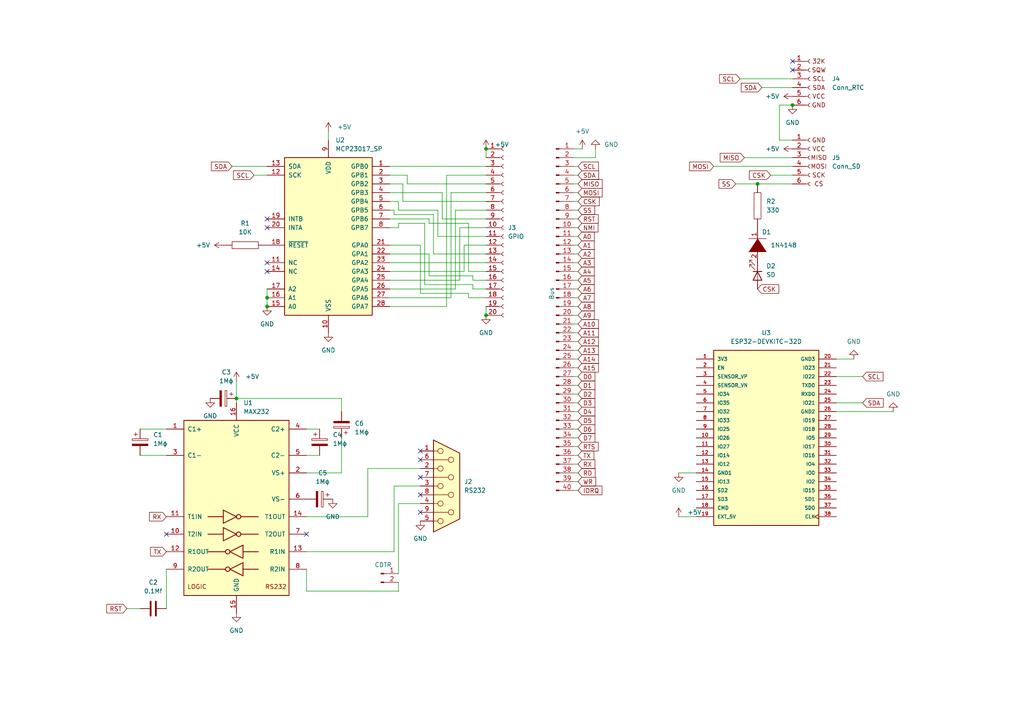
<source format=kicad_sch>
(kicad_sch (version 20211123) (generator eeschema)

  (uuid 5980b234-8b63-4bc3-ba23-afef13c1fe57)

  (paper "A4")

  (lib_symbols
    (symbol "Connector:Conn_01x02_Male" (pin_names (offset 1.016) hide) (in_bom yes) (on_board yes)
      (property "Reference" "J" (id 0) (at 0 2.54 0)
        (effects (font (size 1.27 1.27)))
      )
      (property "Value" "Conn_01x02_Male" (id 1) (at 0 -5.08 0)
        (effects (font (size 1.27 1.27)))
      )
      (property "Footprint" "" (id 2) (at 0 0 0)
        (effects (font (size 1.27 1.27)) hide)
      )
      (property "Datasheet" "~" (id 3) (at 0 0 0)
        (effects (font (size 1.27 1.27)) hide)
      )
      (property "ki_keywords" "connector" (id 4) (at 0 0 0)
        (effects (font (size 1.27 1.27)) hide)
      )
      (property "ki_description" "Generic connector, single row, 01x02, script generated (kicad-library-utils/schlib/autogen/connector/)" (id 5) (at 0 0 0)
        (effects (font (size 1.27 1.27)) hide)
      )
      (property "ki_fp_filters" "Connector*:*_1x??_*" (id 6) (at 0 0 0)
        (effects (font (size 1.27 1.27)) hide)
      )
      (symbol "Conn_01x02_Male_1_1"
        (polyline
          (pts
            (xy 1.27 -2.54)
            (xy 0.8636 -2.54)
          )
          (stroke (width 0.1524) (type default) (color 0 0 0 0))
          (fill (type none))
        )
        (polyline
          (pts
            (xy 1.27 0)
            (xy 0.8636 0)
          )
          (stroke (width 0.1524) (type default) (color 0 0 0 0))
          (fill (type none))
        )
        (rectangle (start 0.8636 -2.413) (end 0 -2.667)
          (stroke (width 0.1524) (type default) (color 0 0 0 0))
          (fill (type outline))
        )
        (rectangle (start 0.8636 0.127) (end 0 -0.127)
          (stroke (width 0.1524) (type default) (color 0 0 0 0))
          (fill (type outline))
        )
        (pin passive line (at 5.08 0 180) (length 3.81)
          (name "Pin_1" (effects (font (size 1.27 1.27))))
          (number "1" (effects (font (size 1.27 1.27))))
        )
        (pin passive line (at 5.08 -2.54 180) (length 3.81)
          (name "Pin_2" (effects (font (size 1.27 1.27))))
          (number "2" (effects (font (size 1.27 1.27))))
        )
      )
    )
    (symbol "Connector:Conn_01x20_Female" (pin_names (offset 1.016) hide) (in_bom yes) (on_board yes)
      (property "Reference" "J" (id 0) (at 0 25.4 0)
        (effects (font (size 1.27 1.27)))
      )
      (property "Value" "Conn_01x20_Female" (id 1) (at 0 -27.94 0)
        (effects (font (size 1.27 1.27)))
      )
      (property "Footprint" "" (id 2) (at 0 0 0)
        (effects (font (size 1.27 1.27)) hide)
      )
      (property "Datasheet" "~" (id 3) (at 0 0 0)
        (effects (font (size 1.27 1.27)) hide)
      )
      (property "ki_keywords" "connector" (id 4) (at 0 0 0)
        (effects (font (size 1.27 1.27)) hide)
      )
      (property "ki_description" "Generic connector, single row, 01x20, script generated (kicad-library-utils/schlib/autogen/connector/)" (id 5) (at 0 0 0)
        (effects (font (size 1.27 1.27)) hide)
      )
      (property "ki_fp_filters" "Connector*:*_1x??_*" (id 6) (at 0 0 0)
        (effects (font (size 1.27 1.27)) hide)
      )
      (symbol "Conn_01x20_Female_1_1"
        (arc (start 0 -24.892) (mid -0.508 -25.4) (end 0 -25.908)
          (stroke (width 0.1524) (type default) (color 0 0 0 0))
          (fill (type none))
        )
        (arc (start 0 -22.352) (mid -0.508 -22.86) (end 0 -23.368)
          (stroke (width 0.1524) (type default) (color 0 0 0 0))
          (fill (type none))
        )
        (arc (start 0 -19.812) (mid -0.508 -20.32) (end 0 -20.828)
          (stroke (width 0.1524) (type default) (color 0 0 0 0))
          (fill (type none))
        )
        (arc (start 0 -17.272) (mid -0.508 -17.78) (end 0 -18.288)
          (stroke (width 0.1524) (type default) (color 0 0 0 0))
          (fill (type none))
        )
        (arc (start 0 -14.732) (mid -0.508 -15.24) (end 0 -15.748)
          (stroke (width 0.1524) (type default) (color 0 0 0 0))
          (fill (type none))
        )
        (arc (start 0 -12.192) (mid -0.508 -12.7) (end 0 -13.208)
          (stroke (width 0.1524) (type default) (color 0 0 0 0))
          (fill (type none))
        )
        (arc (start 0 -9.652) (mid -0.508 -10.16) (end 0 -10.668)
          (stroke (width 0.1524) (type default) (color 0 0 0 0))
          (fill (type none))
        )
        (arc (start 0 -7.112) (mid -0.508 -7.62) (end 0 -8.128)
          (stroke (width 0.1524) (type default) (color 0 0 0 0))
          (fill (type none))
        )
        (arc (start 0 -4.572) (mid -0.508 -5.08) (end 0 -5.588)
          (stroke (width 0.1524) (type default) (color 0 0 0 0))
          (fill (type none))
        )
        (arc (start 0 -2.032) (mid -0.508 -2.54) (end 0 -3.048)
          (stroke (width 0.1524) (type default) (color 0 0 0 0))
          (fill (type none))
        )
        (polyline
          (pts
            (xy -1.27 -25.4)
            (xy -0.508 -25.4)
          )
          (stroke (width 0.1524) (type default) (color 0 0 0 0))
          (fill (type none))
        )
        (polyline
          (pts
            (xy -1.27 -22.86)
            (xy -0.508 -22.86)
          )
          (stroke (width 0.1524) (type default) (color 0 0 0 0))
          (fill (type none))
        )
        (polyline
          (pts
            (xy -1.27 -20.32)
            (xy -0.508 -20.32)
          )
          (stroke (width 0.1524) (type default) (color 0 0 0 0))
          (fill (type none))
        )
        (polyline
          (pts
            (xy -1.27 -17.78)
            (xy -0.508 -17.78)
          )
          (stroke (width 0.1524) (type default) (color 0 0 0 0))
          (fill (type none))
        )
        (polyline
          (pts
            (xy -1.27 -15.24)
            (xy -0.508 -15.24)
          )
          (stroke (width 0.1524) (type default) (color 0 0 0 0))
          (fill (type none))
        )
        (polyline
          (pts
            (xy -1.27 -12.7)
            (xy -0.508 -12.7)
          )
          (stroke (width 0.1524) (type default) (color 0 0 0 0))
          (fill (type none))
        )
        (polyline
          (pts
            (xy -1.27 -10.16)
            (xy -0.508 -10.16)
          )
          (stroke (width 0.1524) (type default) (color 0 0 0 0))
          (fill (type none))
        )
        (polyline
          (pts
            (xy -1.27 -7.62)
            (xy -0.508 -7.62)
          )
          (stroke (width 0.1524) (type default) (color 0 0 0 0))
          (fill (type none))
        )
        (polyline
          (pts
            (xy -1.27 -5.08)
            (xy -0.508 -5.08)
          )
          (stroke (width 0.1524) (type default) (color 0 0 0 0))
          (fill (type none))
        )
        (polyline
          (pts
            (xy -1.27 -2.54)
            (xy -0.508 -2.54)
          )
          (stroke (width 0.1524) (type default) (color 0 0 0 0))
          (fill (type none))
        )
        (polyline
          (pts
            (xy -1.27 0)
            (xy -0.508 0)
          )
          (stroke (width 0.1524) (type default) (color 0 0 0 0))
          (fill (type none))
        )
        (polyline
          (pts
            (xy -1.27 2.54)
            (xy -0.508 2.54)
          )
          (stroke (width 0.1524) (type default) (color 0 0 0 0))
          (fill (type none))
        )
        (polyline
          (pts
            (xy -1.27 5.08)
            (xy -0.508 5.08)
          )
          (stroke (width 0.1524) (type default) (color 0 0 0 0))
          (fill (type none))
        )
        (polyline
          (pts
            (xy -1.27 7.62)
            (xy -0.508 7.62)
          )
          (stroke (width 0.1524) (type default) (color 0 0 0 0))
          (fill (type none))
        )
        (polyline
          (pts
            (xy -1.27 10.16)
            (xy -0.508 10.16)
          )
          (stroke (width 0.1524) (type default) (color 0 0 0 0))
          (fill (type none))
        )
        (polyline
          (pts
            (xy -1.27 12.7)
            (xy -0.508 12.7)
          )
          (stroke (width 0.1524) (type default) (color 0 0 0 0))
          (fill (type none))
        )
        (polyline
          (pts
            (xy -1.27 15.24)
            (xy -0.508 15.24)
          )
          (stroke (width 0.1524) (type default) (color 0 0 0 0))
          (fill (type none))
        )
        (polyline
          (pts
            (xy -1.27 17.78)
            (xy -0.508 17.78)
          )
          (stroke (width 0.1524) (type default) (color 0 0 0 0))
          (fill (type none))
        )
        (polyline
          (pts
            (xy -1.27 20.32)
            (xy -0.508 20.32)
          )
          (stroke (width 0.1524) (type default) (color 0 0 0 0))
          (fill (type none))
        )
        (polyline
          (pts
            (xy -1.27 22.86)
            (xy -0.508 22.86)
          )
          (stroke (width 0.1524) (type default) (color 0 0 0 0))
          (fill (type none))
        )
        (arc (start 0 0.508) (mid -0.508 0) (end 0 -0.508)
          (stroke (width 0.1524) (type default) (color 0 0 0 0))
          (fill (type none))
        )
        (arc (start 0 3.048) (mid -0.508 2.54) (end 0 2.032)
          (stroke (width 0.1524) (type default) (color 0 0 0 0))
          (fill (type none))
        )
        (arc (start 0 5.588) (mid -0.508 5.08) (end 0 4.572)
          (stroke (width 0.1524) (type default) (color 0 0 0 0))
          (fill (type none))
        )
        (arc (start 0 8.128) (mid -0.508 7.62) (end 0 7.112)
          (stroke (width 0.1524) (type default) (color 0 0 0 0))
          (fill (type none))
        )
        (arc (start 0 10.668) (mid -0.508 10.16) (end 0 9.652)
          (stroke (width 0.1524) (type default) (color 0 0 0 0))
          (fill (type none))
        )
        (arc (start 0 13.208) (mid -0.508 12.7) (end 0 12.192)
          (stroke (width 0.1524) (type default) (color 0 0 0 0))
          (fill (type none))
        )
        (arc (start 0 15.748) (mid -0.508 15.24) (end 0 14.732)
          (stroke (width 0.1524) (type default) (color 0 0 0 0))
          (fill (type none))
        )
        (arc (start 0 18.288) (mid -0.508 17.78) (end 0 17.272)
          (stroke (width 0.1524) (type default) (color 0 0 0 0))
          (fill (type none))
        )
        (arc (start 0 20.828) (mid -0.508 20.32) (end 0 19.812)
          (stroke (width 0.1524) (type default) (color 0 0 0 0))
          (fill (type none))
        )
        (arc (start 0 23.368) (mid -0.508 22.86) (end 0 22.352)
          (stroke (width 0.1524) (type default) (color 0 0 0 0))
          (fill (type none))
        )
        (pin passive line (at -5.08 22.86 0) (length 3.81)
          (name "Pin_1" (effects (font (size 1.27 1.27))))
          (number "1" (effects (font (size 1.27 1.27))))
        )
        (pin passive line (at -5.08 0 0) (length 3.81)
          (name "Pin_10" (effects (font (size 1.27 1.27))))
          (number "10" (effects (font (size 1.27 1.27))))
        )
        (pin passive line (at -5.08 -2.54 0) (length 3.81)
          (name "Pin_11" (effects (font (size 1.27 1.27))))
          (number "11" (effects (font (size 1.27 1.27))))
        )
        (pin passive line (at -5.08 -5.08 0) (length 3.81)
          (name "Pin_12" (effects (font (size 1.27 1.27))))
          (number "12" (effects (font (size 1.27 1.27))))
        )
        (pin passive line (at -5.08 -7.62 0) (length 3.81)
          (name "Pin_13" (effects (font (size 1.27 1.27))))
          (number "13" (effects (font (size 1.27 1.27))))
        )
        (pin passive line (at -5.08 -10.16 0) (length 3.81)
          (name "Pin_14" (effects (font (size 1.27 1.27))))
          (number "14" (effects (font (size 1.27 1.27))))
        )
        (pin passive line (at -5.08 -12.7 0) (length 3.81)
          (name "Pin_15" (effects (font (size 1.27 1.27))))
          (number "15" (effects (font (size 1.27 1.27))))
        )
        (pin passive line (at -5.08 -15.24 0) (length 3.81)
          (name "Pin_16" (effects (font (size 1.27 1.27))))
          (number "16" (effects (font (size 1.27 1.27))))
        )
        (pin passive line (at -5.08 -17.78 0) (length 3.81)
          (name "Pin_17" (effects (font (size 1.27 1.27))))
          (number "17" (effects (font (size 1.27 1.27))))
        )
        (pin passive line (at -5.08 -20.32 0) (length 3.81)
          (name "Pin_18" (effects (font (size 1.27 1.27))))
          (number "18" (effects (font (size 1.27 1.27))))
        )
        (pin passive line (at -5.08 -22.86 0) (length 3.81)
          (name "Pin_19" (effects (font (size 1.27 1.27))))
          (number "19" (effects (font (size 1.27 1.27))))
        )
        (pin passive line (at -5.08 20.32 0) (length 3.81)
          (name "Pin_2" (effects (font (size 1.27 1.27))))
          (number "2" (effects (font (size 1.27 1.27))))
        )
        (pin passive line (at -5.08 -25.4 0) (length 3.81)
          (name "Pin_20" (effects (font (size 1.27 1.27))))
          (number "20" (effects (font (size 1.27 1.27))))
        )
        (pin passive line (at -5.08 17.78 0) (length 3.81)
          (name "Pin_3" (effects (font (size 1.27 1.27))))
          (number "3" (effects (font (size 1.27 1.27))))
        )
        (pin passive line (at -5.08 15.24 0) (length 3.81)
          (name "Pin_4" (effects (font (size 1.27 1.27))))
          (number "4" (effects (font (size 1.27 1.27))))
        )
        (pin passive line (at -5.08 12.7 0) (length 3.81)
          (name "Pin_5" (effects (font (size 1.27 1.27))))
          (number "5" (effects (font (size 1.27 1.27))))
        )
        (pin passive line (at -5.08 10.16 0) (length 3.81)
          (name "Pin_6" (effects (font (size 1.27 1.27))))
          (number "6" (effects (font (size 1.27 1.27))))
        )
        (pin passive line (at -5.08 7.62 0) (length 3.81)
          (name "Pin_7" (effects (font (size 1.27 1.27))))
          (number "7" (effects (font (size 1.27 1.27))))
        )
        (pin passive line (at -5.08 5.08 0) (length 3.81)
          (name "Pin_8" (effects (font (size 1.27 1.27))))
          (number "8" (effects (font (size 1.27 1.27))))
        )
        (pin passive line (at -5.08 2.54 0) (length 3.81)
          (name "Pin_9" (effects (font (size 1.27 1.27))))
          (number "9" (effects (font (size 1.27 1.27))))
        )
      )
    )
    (symbol "Connector:Conn_01x40_Male" (pin_names (offset 1.016) hide) (in_bom yes) (on_board yes)
      (property "Reference" "J" (id 0) (at 0 50.8 0)
        (effects (font (size 1.27 1.27)))
      )
      (property "Value" "Conn_01x40_Male" (id 1) (at 0 -53.34 0)
        (effects (font (size 1.27 1.27)))
      )
      (property "Footprint" "" (id 2) (at 0 0 0)
        (effects (font (size 1.27 1.27)) hide)
      )
      (property "Datasheet" "~" (id 3) (at 0 0 0)
        (effects (font (size 1.27 1.27)) hide)
      )
      (property "ki_keywords" "connector" (id 4) (at 0 0 0)
        (effects (font (size 1.27 1.27)) hide)
      )
      (property "ki_description" "Generic connector, single row, 01x40, script generated (kicad-library-utils/schlib/autogen/connector/)" (id 5) (at 0 0 0)
        (effects (font (size 1.27 1.27)) hide)
      )
      (property "ki_fp_filters" "Connector*:*_1x??_*" (id 6) (at 0 0 0)
        (effects (font (size 1.27 1.27)) hide)
      )
      (symbol "Conn_01x40_Male_1_1"
        (polyline
          (pts
            (xy 1.27 -50.8)
            (xy 0.8636 -50.8)
          )
          (stroke (width 0.1524) (type default) (color 0 0 0 0))
          (fill (type none))
        )
        (polyline
          (pts
            (xy 1.27 -48.26)
            (xy 0.8636 -48.26)
          )
          (stroke (width 0.1524) (type default) (color 0 0 0 0))
          (fill (type none))
        )
        (polyline
          (pts
            (xy 1.27 -45.72)
            (xy 0.8636 -45.72)
          )
          (stroke (width 0.1524) (type default) (color 0 0 0 0))
          (fill (type none))
        )
        (polyline
          (pts
            (xy 1.27 -43.18)
            (xy 0.8636 -43.18)
          )
          (stroke (width 0.1524) (type default) (color 0 0 0 0))
          (fill (type none))
        )
        (polyline
          (pts
            (xy 1.27 -40.64)
            (xy 0.8636 -40.64)
          )
          (stroke (width 0.1524) (type default) (color 0 0 0 0))
          (fill (type none))
        )
        (polyline
          (pts
            (xy 1.27 -38.1)
            (xy 0.8636 -38.1)
          )
          (stroke (width 0.1524) (type default) (color 0 0 0 0))
          (fill (type none))
        )
        (polyline
          (pts
            (xy 1.27 -35.56)
            (xy 0.8636 -35.56)
          )
          (stroke (width 0.1524) (type default) (color 0 0 0 0))
          (fill (type none))
        )
        (polyline
          (pts
            (xy 1.27 -33.02)
            (xy 0.8636 -33.02)
          )
          (stroke (width 0.1524) (type default) (color 0 0 0 0))
          (fill (type none))
        )
        (polyline
          (pts
            (xy 1.27 -30.48)
            (xy 0.8636 -30.48)
          )
          (stroke (width 0.1524) (type default) (color 0 0 0 0))
          (fill (type none))
        )
        (polyline
          (pts
            (xy 1.27 -27.94)
            (xy 0.8636 -27.94)
          )
          (stroke (width 0.1524) (type default) (color 0 0 0 0))
          (fill (type none))
        )
        (polyline
          (pts
            (xy 1.27 -25.4)
            (xy 0.8636 -25.4)
          )
          (stroke (width 0.1524) (type default) (color 0 0 0 0))
          (fill (type none))
        )
        (polyline
          (pts
            (xy 1.27 -22.86)
            (xy 0.8636 -22.86)
          )
          (stroke (width 0.1524) (type default) (color 0 0 0 0))
          (fill (type none))
        )
        (polyline
          (pts
            (xy 1.27 -20.32)
            (xy 0.8636 -20.32)
          )
          (stroke (width 0.1524) (type default) (color 0 0 0 0))
          (fill (type none))
        )
        (polyline
          (pts
            (xy 1.27 -17.78)
            (xy 0.8636 -17.78)
          )
          (stroke (width 0.1524) (type default) (color 0 0 0 0))
          (fill (type none))
        )
        (polyline
          (pts
            (xy 1.27 -15.24)
            (xy 0.8636 -15.24)
          )
          (stroke (width 0.1524) (type default) (color 0 0 0 0))
          (fill (type none))
        )
        (polyline
          (pts
            (xy 1.27 -12.7)
            (xy 0.8636 -12.7)
          )
          (stroke (width 0.1524) (type default) (color 0 0 0 0))
          (fill (type none))
        )
        (polyline
          (pts
            (xy 1.27 -10.16)
            (xy 0.8636 -10.16)
          )
          (stroke (width 0.1524) (type default) (color 0 0 0 0))
          (fill (type none))
        )
        (polyline
          (pts
            (xy 1.27 -7.62)
            (xy 0.8636 -7.62)
          )
          (stroke (width 0.1524) (type default) (color 0 0 0 0))
          (fill (type none))
        )
        (polyline
          (pts
            (xy 1.27 -5.08)
            (xy 0.8636 -5.08)
          )
          (stroke (width 0.1524) (type default) (color 0 0 0 0))
          (fill (type none))
        )
        (polyline
          (pts
            (xy 1.27 -2.54)
            (xy 0.8636 -2.54)
          )
          (stroke (width 0.1524) (type default) (color 0 0 0 0))
          (fill (type none))
        )
        (polyline
          (pts
            (xy 1.27 0)
            (xy 0.8636 0)
          )
          (stroke (width 0.1524) (type default) (color 0 0 0 0))
          (fill (type none))
        )
        (polyline
          (pts
            (xy 1.27 2.54)
            (xy 0.8636 2.54)
          )
          (stroke (width 0.1524) (type default) (color 0 0 0 0))
          (fill (type none))
        )
        (polyline
          (pts
            (xy 1.27 5.08)
            (xy 0.8636 5.08)
          )
          (stroke (width 0.1524) (type default) (color 0 0 0 0))
          (fill (type none))
        )
        (polyline
          (pts
            (xy 1.27 7.62)
            (xy 0.8636 7.62)
          )
          (stroke (width 0.1524) (type default) (color 0 0 0 0))
          (fill (type none))
        )
        (polyline
          (pts
            (xy 1.27 10.16)
            (xy 0.8636 10.16)
          )
          (stroke (width 0.1524) (type default) (color 0 0 0 0))
          (fill (type none))
        )
        (polyline
          (pts
            (xy 1.27 12.7)
            (xy 0.8636 12.7)
          )
          (stroke (width 0.1524) (type default) (color 0 0 0 0))
          (fill (type none))
        )
        (polyline
          (pts
            (xy 1.27 15.24)
            (xy 0.8636 15.24)
          )
          (stroke (width 0.1524) (type default) (color 0 0 0 0))
          (fill (type none))
        )
        (polyline
          (pts
            (xy 1.27 17.78)
            (xy 0.8636 17.78)
          )
          (stroke (width 0.1524) (type default) (color 0 0 0 0))
          (fill (type none))
        )
        (polyline
          (pts
            (xy 1.27 20.32)
            (xy 0.8636 20.32)
          )
          (stroke (width 0.1524) (type default) (color 0 0 0 0))
          (fill (type none))
        )
        (polyline
          (pts
            (xy 1.27 22.86)
            (xy 0.8636 22.86)
          )
          (stroke (width 0.1524) (type default) (color 0 0 0 0))
          (fill (type none))
        )
        (polyline
          (pts
            (xy 1.27 25.4)
            (xy 0.8636 25.4)
          )
          (stroke (width 0.1524) (type default) (color 0 0 0 0))
          (fill (type none))
        )
        (polyline
          (pts
            (xy 1.27 27.94)
            (xy 0.8636 27.94)
          )
          (stroke (width 0.1524) (type default) (color 0 0 0 0))
          (fill (type none))
        )
        (polyline
          (pts
            (xy 1.27 30.48)
            (xy 0.8636 30.48)
          )
          (stroke (width 0.1524) (type default) (color 0 0 0 0))
          (fill (type none))
        )
        (polyline
          (pts
            (xy 1.27 33.02)
            (xy 0.8636 33.02)
          )
          (stroke (width 0.1524) (type default) (color 0 0 0 0))
          (fill (type none))
        )
        (polyline
          (pts
            (xy 1.27 35.56)
            (xy 0.8636 35.56)
          )
          (stroke (width 0.1524) (type default) (color 0 0 0 0))
          (fill (type none))
        )
        (polyline
          (pts
            (xy 1.27 38.1)
            (xy 0.8636 38.1)
          )
          (stroke (width 0.1524) (type default) (color 0 0 0 0))
          (fill (type none))
        )
        (polyline
          (pts
            (xy 1.27 40.64)
            (xy 0.8636 40.64)
          )
          (stroke (width 0.1524) (type default) (color 0 0 0 0))
          (fill (type none))
        )
        (polyline
          (pts
            (xy 1.27 43.18)
            (xy 0.8636 43.18)
          )
          (stroke (width 0.1524) (type default) (color 0 0 0 0))
          (fill (type none))
        )
        (polyline
          (pts
            (xy 1.27 45.72)
            (xy 0.8636 45.72)
          )
          (stroke (width 0.1524) (type default) (color 0 0 0 0))
          (fill (type none))
        )
        (polyline
          (pts
            (xy 1.27 48.26)
            (xy 0.8636 48.26)
          )
          (stroke (width 0.1524) (type default) (color 0 0 0 0))
          (fill (type none))
        )
        (rectangle (start 0.8636 -50.673) (end 0 -50.927)
          (stroke (width 0.1524) (type default) (color 0 0 0 0))
          (fill (type outline))
        )
        (rectangle (start 0.8636 -48.133) (end 0 -48.387)
          (stroke (width 0.1524) (type default) (color 0 0 0 0))
          (fill (type outline))
        )
        (rectangle (start 0.8636 -45.593) (end 0 -45.847)
          (stroke (width 0.1524) (type default) (color 0 0 0 0))
          (fill (type outline))
        )
        (rectangle (start 0.8636 -43.053) (end 0 -43.307)
          (stroke (width 0.1524) (type default) (color 0 0 0 0))
          (fill (type outline))
        )
        (rectangle (start 0.8636 -40.513) (end 0 -40.767)
          (stroke (width 0.1524) (type default) (color 0 0 0 0))
          (fill (type outline))
        )
        (rectangle (start 0.8636 -37.973) (end 0 -38.227)
          (stroke (width 0.1524) (type default) (color 0 0 0 0))
          (fill (type outline))
        )
        (rectangle (start 0.8636 -35.433) (end 0 -35.687)
          (stroke (width 0.1524) (type default) (color 0 0 0 0))
          (fill (type outline))
        )
        (rectangle (start 0.8636 -32.893) (end 0 -33.147)
          (stroke (width 0.1524) (type default) (color 0 0 0 0))
          (fill (type outline))
        )
        (rectangle (start 0.8636 -30.353) (end 0 -30.607)
          (stroke (width 0.1524) (type default) (color 0 0 0 0))
          (fill (type outline))
        )
        (rectangle (start 0.8636 -27.813) (end 0 -28.067)
          (stroke (width 0.1524) (type default) (color 0 0 0 0))
          (fill (type outline))
        )
        (rectangle (start 0.8636 -25.273) (end 0 -25.527)
          (stroke (width 0.1524) (type default) (color 0 0 0 0))
          (fill (type outline))
        )
        (rectangle (start 0.8636 -22.733) (end 0 -22.987)
          (stroke (width 0.1524) (type default) (color 0 0 0 0))
          (fill (type outline))
        )
        (rectangle (start 0.8636 -20.193) (end 0 -20.447)
          (stroke (width 0.1524) (type default) (color 0 0 0 0))
          (fill (type outline))
        )
        (rectangle (start 0.8636 -17.653) (end 0 -17.907)
          (stroke (width 0.1524) (type default) (color 0 0 0 0))
          (fill (type outline))
        )
        (rectangle (start 0.8636 -15.113) (end 0 -15.367)
          (stroke (width 0.1524) (type default) (color 0 0 0 0))
          (fill (type outline))
        )
        (rectangle (start 0.8636 -12.573) (end 0 -12.827)
          (stroke (width 0.1524) (type default) (color 0 0 0 0))
          (fill (type outline))
        )
        (rectangle (start 0.8636 -10.033) (end 0 -10.287)
          (stroke (width 0.1524) (type default) (color 0 0 0 0))
          (fill (type outline))
        )
        (rectangle (start 0.8636 -7.493) (end 0 -7.747)
          (stroke (width 0.1524) (type default) (color 0 0 0 0))
          (fill (type outline))
        )
        (rectangle (start 0.8636 -4.953) (end 0 -5.207)
          (stroke (width 0.1524) (type default) (color 0 0 0 0))
          (fill (type outline))
        )
        (rectangle (start 0.8636 -2.413) (end 0 -2.667)
          (stroke (width 0.1524) (type default) (color 0 0 0 0))
          (fill (type outline))
        )
        (rectangle (start 0.8636 0.127) (end 0 -0.127)
          (stroke (width 0.1524) (type default) (color 0 0 0 0))
          (fill (type outline))
        )
        (rectangle (start 0.8636 2.667) (end 0 2.413)
          (stroke (width 0.1524) (type default) (color 0 0 0 0))
          (fill (type outline))
        )
        (rectangle (start 0.8636 5.207) (end 0 4.953)
          (stroke (width 0.1524) (type default) (color 0 0 0 0))
          (fill (type outline))
        )
        (rectangle (start 0.8636 7.747) (end 0 7.493)
          (stroke (width 0.1524) (type default) (color 0 0 0 0))
          (fill (type outline))
        )
        (rectangle (start 0.8636 10.287) (end 0 10.033)
          (stroke (width 0.1524) (type default) (color 0 0 0 0))
          (fill (type outline))
        )
        (rectangle (start 0.8636 12.827) (end 0 12.573)
          (stroke (width 0.1524) (type default) (color 0 0 0 0))
          (fill (type outline))
        )
        (rectangle (start 0.8636 15.367) (end 0 15.113)
          (stroke (width 0.1524) (type default) (color 0 0 0 0))
          (fill (type outline))
        )
        (rectangle (start 0.8636 17.907) (end 0 17.653)
          (stroke (width 0.1524) (type default) (color 0 0 0 0))
          (fill (type outline))
        )
        (rectangle (start 0.8636 20.447) (end 0 20.193)
          (stroke (width 0.1524) (type default) (color 0 0 0 0))
          (fill (type outline))
        )
        (rectangle (start 0.8636 22.987) (end 0 22.733)
          (stroke (width 0.1524) (type default) (color 0 0 0 0))
          (fill (type outline))
        )
        (rectangle (start 0.8636 25.527) (end 0 25.273)
          (stroke (width 0.1524) (type default) (color 0 0 0 0))
          (fill (type outline))
        )
        (rectangle (start 0.8636 28.067) (end 0 27.813)
          (stroke (width 0.1524) (type default) (color 0 0 0 0))
          (fill (type outline))
        )
        (rectangle (start 0.8636 30.607) (end 0 30.353)
          (stroke (width 0.1524) (type default) (color 0 0 0 0))
          (fill (type outline))
        )
        (rectangle (start 0.8636 33.147) (end 0 32.893)
          (stroke (width 0.1524) (type default) (color 0 0 0 0))
          (fill (type outline))
        )
        (rectangle (start 0.8636 35.687) (end 0 35.433)
          (stroke (width 0.1524) (type default) (color 0 0 0 0))
          (fill (type outline))
        )
        (rectangle (start 0.8636 38.227) (end 0 37.973)
          (stroke (width 0.1524) (type default) (color 0 0 0 0))
          (fill (type outline))
        )
        (rectangle (start 0.8636 40.767) (end 0 40.513)
          (stroke (width 0.1524) (type default) (color 0 0 0 0))
          (fill (type outline))
        )
        (rectangle (start 0.8636 43.307) (end 0 43.053)
          (stroke (width 0.1524) (type default) (color 0 0 0 0))
          (fill (type outline))
        )
        (rectangle (start 0.8636 45.847) (end 0 45.593)
          (stroke (width 0.1524) (type default) (color 0 0 0 0))
          (fill (type outline))
        )
        (rectangle (start 0.8636 48.387) (end 0 48.133)
          (stroke (width 0.1524) (type default) (color 0 0 0 0))
          (fill (type outline))
        )
        (pin passive line (at 5.08 48.26 180) (length 3.81)
          (name "Pin_1" (effects (font (size 1.27 1.27))))
          (number "1" (effects (font (size 1.27 1.27))))
        )
        (pin passive line (at 5.08 25.4 180) (length 3.81)
          (name "Pin_10" (effects (font (size 1.27 1.27))))
          (number "10" (effects (font (size 1.27 1.27))))
        )
        (pin passive line (at 5.08 22.86 180) (length 3.81)
          (name "Pin_11" (effects (font (size 1.27 1.27))))
          (number "11" (effects (font (size 1.27 1.27))))
        )
        (pin passive line (at 5.08 20.32 180) (length 3.81)
          (name "Pin_12" (effects (font (size 1.27 1.27))))
          (number "12" (effects (font (size 1.27 1.27))))
        )
        (pin passive line (at 5.08 17.78 180) (length 3.81)
          (name "Pin_13" (effects (font (size 1.27 1.27))))
          (number "13" (effects (font (size 1.27 1.27))))
        )
        (pin passive line (at 5.08 15.24 180) (length 3.81)
          (name "Pin_14" (effects (font (size 1.27 1.27))))
          (number "14" (effects (font (size 1.27 1.27))))
        )
        (pin passive line (at 5.08 12.7 180) (length 3.81)
          (name "Pin_15" (effects (font (size 1.27 1.27))))
          (number "15" (effects (font (size 1.27 1.27))))
        )
        (pin passive line (at 5.08 10.16 180) (length 3.81)
          (name "Pin_16" (effects (font (size 1.27 1.27))))
          (number "16" (effects (font (size 1.27 1.27))))
        )
        (pin passive line (at 5.08 7.62 180) (length 3.81)
          (name "Pin_17" (effects (font (size 1.27 1.27))))
          (number "17" (effects (font (size 1.27 1.27))))
        )
        (pin passive line (at 5.08 5.08 180) (length 3.81)
          (name "Pin_18" (effects (font (size 1.27 1.27))))
          (number "18" (effects (font (size 1.27 1.27))))
        )
        (pin passive line (at 5.08 2.54 180) (length 3.81)
          (name "Pin_19" (effects (font (size 1.27 1.27))))
          (number "19" (effects (font (size 1.27 1.27))))
        )
        (pin passive line (at 5.08 45.72 180) (length 3.81)
          (name "Pin_2" (effects (font (size 1.27 1.27))))
          (number "2" (effects (font (size 1.27 1.27))))
        )
        (pin passive line (at 5.08 0 180) (length 3.81)
          (name "Pin_20" (effects (font (size 1.27 1.27))))
          (number "20" (effects (font (size 1.27 1.27))))
        )
        (pin passive line (at 5.08 -2.54 180) (length 3.81)
          (name "Pin_21" (effects (font (size 1.27 1.27))))
          (number "21" (effects (font (size 1.27 1.27))))
        )
        (pin passive line (at 5.08 -5.08 180) (length 3.81)
          (name "Pin_22" (effects (font (size 1.27 1.27))))
          (number "22" (effects (font (size 1.27 1.27))))
        )
        (pin passive line (at 5.08 -7.62 180) (length 3.81)
          (name "Pin_23" (effects (font (size 1.27 1.27))))
          (number "23" (effects (font (size 1.27 1.27))))
        )
        (pin passive line (at 5.08 -10.16 180) (length 3.81)
          (name "Pin_24" (effects (font (size 1.27 1.27))))
          (number "24" (effects (font (size 1.27 1.27))))
        )
        (pin passive line (at 5.08 -12.7 180) (length 3.81)
          (name "Pin_25" (effects (font (size 1.27 1.27))))
          (number "25" (effects (font (size 1.27 1.27))))
        )
        (pin passive line (at 5.08 -15.24 180) (length 3.81)
          (name "Pin_26" (effects (font (size 1.27 1.27))))
          (number "26" (effects (font (size 1.27 1.27))))
        )
        (pin passive line (at 5.08 -17.78 180) (length 3.81)
          (name "Pin_27" (effects (font (size 1.27 1.27))))
          (number "27" (effects (font (size 1.27 1.27))))
        )
        (pin passive line (at 5.08 -20.32 180) (length 3.81)
          (name "Pin_28" (effects (font (size 1.27 1.27))))
          (number "28" (effects (font (size 1.27 1.27))))
        )
        (pin passive line (at 5.08 -22.86 180) (length 3.81)
          (name "Pin_29" (effects (font (size 1.27 1.27))))
          (number "29" (effects (font (size 1.27 1.27))))
        )
        (pin passive line (at 5.08 43.18 180) (length 3.81)
          (name "Pin_3" (effects (font (size 1.27 1.27))))
          (number "3" (effects (font (size 1.27 1.27))))
        )
        (pin passive line (at 5.08 -25.4 180) (length 3.81)
          (name "Pin_30" (effects (font (size 1.27 1.27))))
          (number "30" (effects (font (size 1.27 1.27))))
        )
        (pin passive line (at 5.08 -27.94 180) (length 3.81)
          (name "Pin_31" (effects (font (size 1.27 1.27))))
          (number "31" (effects (font (size 1.27 1.27))))
        )
        (pin passive line (at 5.08 -30.48 180) (length 3.81)
          (name "Pin_32" (effects (font (size 1.27 1.27))))
          (number "32" (effects (font (size 1.27 1.27))))
        )
        (pin passive line (at 5.08 -33.02 180) (length 3.81)
          (name "Pin_33" (effects (font (size 1.27 1.27))))
          (number "33" (effects (font (size 1.27 1.27))))
        )
        (pin passive line (at 5.08 -35.56 180) (length 3.81)
          (name "Pin_34" (effects (font (size 1.27 1.27))))
          (number "34" (effects (font (size 1.27 1.27))))
        )
        (pin passive line (at 5.08 -38.1 180) (length 3.81)
          (name "Pin_35" (effects (font (size 1.27 1.27))))
          (number "35" (effects (font (size 1.27 1.27))))
        )
        (pin passive line (at 5.08 -40.64 180) (length 3.81)
          (name "Pin_36" (effects (font (size 1.27 1.27))))
          (number "36" (effects (font (size 1.27 1.27))))
        )
        (pin passive line (at 5.08 -43.18 180) (length 3.81)
          (name "Pin_37" (effects (font (size 1.27 1.27))))
          (number "37" (effects (font (size 1.27 1.27))))
        )
        (pin passive line (at 5.08 -45.72 180) (length 3.81)
          (name "Pin_38" (effects (font (size 1.27 1.27))))
          (number "38" (effects (font (size 1.27 1.27))))
        )
        (pin passive line (at 5.08 -48.26 180) (length 3.81)
          (name "Pin_39" (effects (font (size 1.27 1.27))))
          (number "39" (effects (font (size 1.27 1.27))))
        )
        (pin passive line (at 5.08 40.64 180) (length 3.81)
          (name "Pin_4" (effects (font (size 1.27 1.27))))
          (number "4" (effects (font (size 1.27 1.27))))
        )
        (pin passive line (at 5.08 -50.8 180) (length 3.81)
          (name "Pin_40" (effects (font (size 1.27 1.27))))
          (number "40" (effects (font (size 1.27 1.27))))
        )
        (pin passive line (at 5.08 38.1 180) (length 3.81)
          (name "Pin_5" (effects (font (size 1.27 1.27))))
          (number "5" (effects (font (size 1.27 1.27))))
        )
        (pin passive line (at 5.08 35.56 180) (length 3.81)
          (name "Pin_6" (effects (font (size 1.27 1.27))))
          (number "6" (effects (font (size 1.27 1.27))))
        )
        (pin passive line (at 5.08 33.02 180) (length 3.81)
          (name "Pin_7" (effects (font (size 1.27 1.27))))
          (number "7" (effects (font (size 1.27 1.27))))
        )
        (pin passive line (at 5.08 30.48 180) (length 3.81)
          (name "Pin_8" (effects (font (size 1.27 1.27))))
          (number "8" (effects (font (size 1.27 1.27))))
        )
        (pin passive line (at 5.08 27.94 180) (length 3.81)
          (name "Pin_9" (effects (font (size 1.27 1.27))))
          (number "9" (effects (font (size 1.27 1.27))))
        )
      )
    )
    (symbol "Connector:Conn_RTC" (pin_names (offset 1.016) hide) (in_bom yes) (on_board yes)
      (property "Reference" "J?" (id 0) (at -3.81 8.89 0)
        (effects (font (size 1.27 1.27)) (justify left))
      )
      (property "Value" "Conn_RTC" (id 1) (at -7.62 -10.16 0)
        (effects (font (size 1.27 1.27)) (justify left))
      )
      (property "Footprint" "" (id 2) (at 0 0 0)
        (effects (font (size 1.27 1.27)) hide)
      )
      (property "Datasheet" "~" (id 3) (at 0 0 0)
        (effects (font (size 1.27 1.27)) hide)
      )
      (property "ki_keywords" "connector" (id 4) (at 0 0 0)
        (effects (font (size 1.27 1.27)) hide)
      )
      (property "ki_description" "Generic connector, single row, 01x06, script generated (kicad-library-utils/schlib/autogen/connector/)" (id 5) (at 0 0 0)
        (effects (font (size 1.27 1.27)) hide)
      )
      (property "ki_fp_filters" "Connector*:*_1x??_*" (id 6) (at 0 0 0)
        (effects (font (size 1.27 1.27)) hide)
      )
      (symbol "Conn_RTC_0_0"
        (text "32K" (at 2.54 5.08 0)
          (effects (font (size 1.27 1.27)))
        )
        (text "GND" (at 2.54 -7.62 0)
          (effects (font (size 1.27 1.27)))
        )
        (text "SCL" (at 2.54 0 0)
          (effects (font (size 1.27 1.27)))
        )
        (text "SDA" (at 2.54 -2.54 0)
          (effects (font (size 1.27 1.27)))
        )
        (text "SQW" (at 2.54 2.54 0)
          (effects (font (size 1.27 1.27)))
        )
        (text "VCC" (at 2.54 -5.08 0)
          (effects (font (size 1.27 1.27)))
        )
      )
      (symbol "Conn_RTC_1_1"
        (arc (start 0 -7.112) (mid -0.508 -7.62) (end 0 -8.128)
          (stroke (width 0.1524) (type default) (color 0 0 0 0))
          (fill (type none))
        )
        (arc (start 0 -4.572) (mid -0.508 -5.08) (end 0 -5.588)
          (stroke (width 0.1524) (type default) (color 0 0 0 0))
          (fill (type none))
        )
        (arc (start 0 -2.032) (mid -0.508 -2.54) (end 0 -3.048)
          (stroke (width 0.1524) (type default) (color 0 0 0 0))
          (fill (type none))
        )
        (polyline
          (pts
            (xy -1.27 -7.62)
            (xy -0.508 -7.62)
          )
          (stroke (width 0.1524) (type default) (color 0 0 0 0))
          (fill (type none))
        )
        (polyline
          (pts
            (xy -1.27 -5.08)
            (xy -0.508 -5.08)
          )
          (stroke (width 0.1524) (type default) (color 0 0 0 0))
          (fill (type none))
        )
        (polyline
          (pts
            (xy -1.27 -2.54)
            (xy -0.508 -2.54)
          )
          (stroke (width 0.1524) (type default) (color 0 0 0 0))
          (fill (type none))
        )
        (polyline
          (pts
            (xy -1.27 0)
            (xy -0.508 0)
          )
          (stroke (width 0.1524) (type default) (color 0 0 0 0))
          (fill (type none))
        )
        (polyline
          (pts
            (xy -1.27 2.54)
            (xy -0.508 2.54)
          )
          (stroke (width 0.1524) (type default) (color 0 0 0 0))
          (fill (type none))
        )
        (polyline
          (pts
            (xy -1.27 5.08)
            (xy -0.508 5.08)
          )
          (stroke (width 0.1524) (type default) (color 0 0 0 0))
          (fill (type none))
        )
        (arc (start 0 0.508) (mid -0.508 0) (end 0 -0.508)
          (stroke (width 0.1524) (type default) (color 0 0 0 0))
          (fill (type none))
        )
        (arc (start 0 3.048) (mid -0.508 2.54) (end 0 2.032)
          (stroke (width 0.1524) (type default) (color 0 0 0 0))
          (fill (type none))
        )
        (arc (start 0 5.588) (mid -0.508 5.08) (end 0 4.572)
          (stroke (width 0.1524) (type default) (color 0 0 0 0))
          (fill (type none))
        )
        (pin passive line (at -5.08 5.08 0) (length 3.81)
          (name "Pin_1" (effects (font (size 1.27 1.27))))
          (number "1" (effects (font (size 1.27 1.27))))
        )
        (pin passive line (at -5.08 2.54 0) (length 3.81)
          (name "Pin_2" (effects (font (size 1.27 1.27))))
          (number "2" (effects (font (size 1.27 1.27))))
        )
        (pin passive line (at -5.08 0 0) (length 3.81)
          (name "Pin_3" (effects (font (size 1.27 1.27))))
          (number "3" (effects (font (size 1.27 1.27))))
        )
        (pin passive line (at -5.08 -2.54 0) (length 3.81)
          (name "Pin_4" (effects (font (size 1.27 1.27))))
          (number "4" (effects (font (size 1.27 1.27))))
        )
        (pin passive line (at -5.08 -5.08 0) (length 3.81)
          (name "Pin_5" (effects (font (size 1.27 1.27))))
          (number "5" (effects (font (size 1.27 1.27))))
        )
        (pin passive line (at -5.08 -7.62 0) (length 3.81)
          (name "Pin_6" (effects (font (size 1.27 1.27))))
          (number "6" (effects (font (size 1.27 1.27))))
        )
      )
    )
    (symbol "Connector:Conn_SD" (pin_names (offset 1.016) hide) (in_bom yes) (on_board yes)
      (property "Reference" "J?" (id 0) (at -2.54 7.62 0)
        (effects (font (size 1.27 1.27)) (justify left))
      )
      (property "Value" "Conn_SD" (id 1) (at -5.08 -10.16 0)
        (effects (font (size 1.27 1.27)) (justify left))
      )
      (property "Footprint" "" (id 2) (at 0 0 0)
        (effects (font (size 1.27 1.27)) hide)
      )
      (property "Datasheet" "~" (id 3) (at 0 0 0)
        (effects (font (size 1.27 1.27)) hide)
      )
      (property "ki_keywords" "connector" (id 4) (at 0 0 0)
        (effects (font (size 1.27 1.27)) hide)
      )
      (property "ki_description" "Generic connector, single row, 01x06, script generated (kicad-library-utils/schlib/autogen/connector/)" (id 5) (at 0 0 0)
        (effects (font (size 1.27 1.27)) hide)
      )
      (property "ki_fp_filters" "Connector*:*_1x??_*" (id 6) (at 0 0 0)
        (effects (font (size 1.27 1.27)) hide)
      )
      (symbol "Conn_SD_0_0"
        (text "CS" (at 2.54 -7.62 0)
          (effects (font (size 1.27 1.27)))
        )
        (text "GND" (at 2.54 5.08 0)
          (effects (font (size 1.27 1.27)))
        )
        (text "MISO" (at 2.54 0 0)
          (effects (font (size 1.27 1.27)))
        )
        (text "MOSI" (at 2.54 -2.54 0)
          (effects (font (size 1.27 1.27)))
        )
        (text "SCK" (at 2.54 -5.08 0)
          (effects (font (size 1.27 1.27)))
        )
        (text "VCC" (at 2.54 2.54 0)
          (effects (font (size 1.27 1.27)))
        )
      )
      (symbol "Conn_SD_1_1"
        (arc (start 0 -7.112) (mid -0.508 -7.62) (end 0 -8.128)
          (stroke (width 0.1524) (type default) (color 0 0 0 0))
          (fill (type none))
        )
        (arc (start 0 -4.572) (mid -0.508 -5.08) (end 0 -5.588)
          (stroke (width 0.1524) (type default) (color 0 0 0 0))
          (fill (type none))
        )
        (arc (start 0 -2.032) (mid -0.508 -2.54) (end 0 -3.048)
          (stroke (width 0.1524) (type default) (color 0 0 0 0))
          (fill (type none))
        )
        (polyline
          (pts
            (xy -1.27 -7.62)
            (xy -0.508 -7.62)
          )
          (stroke (width 0.1524) (type default) (color 0 0 0 0))
          (fill (type none))
        )
        (polyline
          (pts
            (xy -1.27 -5.08)
            (xy -0.508 -5.08)
          )
          (stroke (width 0.1524) (type default) (color 0 0 0 0))
          (fill (type none))
        )
        (polyline
          (pts
            (xy -1.27 -2.54)
            (xy -0.508 -2.54)
          )
          (stroke (width 0.1524) (type default) (color 0 0 0 0))
          (fill (type none))
        )
        (polyline
          (pts
            (xy -1.27 0)
            (xy -0.508 0)
          )
          (stroke (width 0.1524) (type default) (color 0 0 0 0))
          (fill (type none))
        )
        (polyline
          (pts
            (xy -1.27 2.54)
            (xy -0.508 2.54)
          )
          (stroke (width 0.1524) (type default) (color 0 0 0 0))
          (fill (type none))
        )
        (polyline
          (pts
            (xy -1.27 5.08)
            (xy -0.508 5.08)
          )
          (stroke (width 0.1524) (type default) (color 0 0 0 0))
          (fill (type none))
        )
        (arc (start 0 0.508) (mid -0.508 0) (end 0 -0.508)
          (stroke (width 0.1524) (type default) (color 0 0 0 0))
          (fill (type none))
        )
        (arc (start 0 3.048) (mid -0.508 2.54) (end 0 2.032)
          (stroke (width 0.1524) (type default) (color 0 0 0 0))
          (fill (type none))
        )
        (arc (start 0 5.588) (mid -0.508 5.08) (end 0 4.572)
          (stroke (width 0.1524) (type default) (color 0 0 0 0))
          (fill (type none))
        )
        (pin passive line (at -5.08 5.08 0) (length 3.81)
          (name "Pin_1" (effects (font (size 1.27 1.27))))
          (number "1" (effects (font (size 1.27 1.27))))
        )
        (pin passive line (at -5.08 2.54 0) (length 3.81)
          (name "Pin_2" (effects (font (size 1.27 1.27))))
          (number "2" (effects (font (size 1.27 1.27))))
        )
        (pin passive line (at -5.08 0 0) (length 3.81)
          (name "Pin_3" (effects (font (size 1.27 1.27))))
          (number "3" (effects (font (size 1.27 1.27))))
        )
        (pin passive line (at -5.08 -2.54 0) (length 3.81)
          (name "Pin_4" (effects (font (size 1.27 1.27))))
          (number "4" (effects (font (size 1.27 1.27))))
        )
        (pin passive line (at -5.08 -5.08 0) (length 3.81)
          (name "Pin_5" (effects (font (size 1.27 1.27))))
          (number "5" (effects (font (size 1.27 1.27))))
        )
        (pin passive line (at -5.08 -7.62 0) (length 3.81)
          (name "Pin_6" (effects (font (size 1.27 1.27))))
          (number "6" (effects (font (size 1.27 1.27))))
        )
      )
    )
    (symbol "Connector:DB9_Female" (pin_names (offset 1.016) hide) (in_bom yes) (on_board yes)
      (property "Reference" "J" (id 0) (at 0 13.97 0)
        (effects (font (size 1.27 1.27)))
      )
      (property "Value" "DB9_Female" (id 1) (at 0 -14.605 0)
        (effects (font (size 1.27 1.27)))
      )
      (property "Footprint" "" (id 2) (at 0 0 0)
        (effects (font (size 1.27 1.27)) hide)
      )
      (property "Datasheet" " ~" (id 3) (at 0 0 0)
        (effects (font (size 1.27 1.27)) hide)
      )
      (property "ki_keywords" "connector female D-SUB" (id 4) (at 0 0 0)
        (effects (font (size 1.27 1.27)) hide)
      )
      (property "ki_description" "9-pin female D-SUB connector" (id 5) (at 0 0 0)
        (effects (font (size 1.27 1.27)) hide)
      )
      (property "ki_fp_filters" "DSUB*Female*" (id 6) (at 0 0 0)
        (effects (font (size 1.27 1.27)) hide)
      )
      (symbol "DB9_Female_0_1"
        (circle (center -1.778 -10.16) (radius 0.762)
          (stroke (width 0) (type default) (color 0 0 0 0))
          (fill (type none))
        )
        (circle (center -1.778 -5.08) (radius 0.762)
          (stroke (width 0) (type default) (color 0 0 0 0))
          (fill (type none))
        )
        (circle (center -1.778 0) (radius 0.762)
          (stroke (width 0) (type default) (color 0 0 0 0))
          (fill (type none))
        )
        (circle (center -1.778 5.08) (radius 0.762)
          (stroke (width 0) (type default) (color 0 0 0 0))
          (fill (type none))
        )
        (circle (center -1.778 10.16) (radius 0.762)
          (stroke (width 0) (type default) (color 0 0 0 0))
          (fill (type none))
        )
        (polyline
          (pts
            (xy -3.81 -10.16)
            (xy -2.54 -10.16)
          )
          (stroke (width 0) (type default) (color 0 0 0 0))
          (fill (type none))
        )
        (polyline
          (pts
            (xy -3.81 -7.62)
            (xy 0.508 -7.62)
          )
          (stroke (width 0) (type default) (color 0 0 0 0))
          (fill (type none))
        )
        (polyline
          (pts
            (xy -3.81 -5.08)
            (xy -2.54 -5.08)
          )
          (stroke (width 0) (type default) (color 0 0 0 0))
          (fill (type none))
        )
        (polyline
          (pts
            (xy -3.81 -2.54)
            (xy 0.508 -2.54)
          )
          (stroke (width 0) (type default) (color 0 0 0 0))
          (fill (type none))
        )
        (polyline
          (pts
            (xy -3.81 0)
            (xy -2.54 0)
          )
          (stroke (width 0) (type default) (color 0 0 0 0))
          (fill (type none))
        )
        (polyline
          (pts
            (xy -3.81 2.54)
            (xy 0.508 2.54)
          )
          (stroke (width 0) (type default) (color 0 0 0 0))
          (fill (type none))
        )
        (polyline
          (pts
            (xy -3.81 5.08)
            (xy -2.54 5.08)
          )
          (stroke (width 0) (type default) (color 0 0 0 0))
          (fill (type none))
        )
        (polyline
          (pts
            (xy -3.81 7.62)
            (xy 0.508 7.62)
          )
          (stroke (width 0) (type default) (color 0 0 0 0))
          (fill (type none))
        )
        (polyline
          (pts
            (xy -3.81 10.16)
            (xy -2.54 10.16)
          )
          (stroke (width 0) (type default) (color 0 0 0 0))
          (fill (type none))
        )
        (polyline
          (pts
            (xy -3.81 13.335)
            (xy -3.81 -13.335)
            (xy 3.81 -9.525)
            (xy 3.81 9.525)
            (xy -3.81 13.335)
          )
          (stroke (width 0.254) (type default) (color 0 0 0 0))
          (fill (type background))
        )
        (circle (center 1.27 -7.62) (radius 0.762)
          (stroke (width 0) (type default) (color 0 0 0 0))
          (fill (type none))
        )
        (circle (center 1.27 -2.54) (radius 0.762)
          (stroke (width 0) (type default) (color 0 0 0 0))
          (fill (type none))
        )
        (circle (center 1.27 2.54) (radius 0.762)
          (stroke (width 0) (type default) (color 0 0 0 0))
          (fill (type none))
        )
        (circle (center 1.27 7.62) (radius 0.762)
          (stroke (width 0) (type default) (color 0 0 0 0))
          (fill (type none))
        )
      )
      (symbol "DB9_Female_1_1"
        (pin passive line (at -7.62 10.16 0) (length 3.81)
          (name "1" (effects (font (size 1.27 1.27))))
          (number "1" (effects (font (size 1.27 1.27))))
        )
        (pin passive line (at -7.62 5.08 0) (length 3.81)
          (name "2" (effects (font (size 1.27 1.27))))
          (number "2" (effects (font (size 1.27 1.27))))
        )
        (pin passive line (at -7.62 0 0) (length 3.81)
          (name "3" (effects (font (size 1.27 1.27))))
          (number "3" (effects (font (size 1.27 1.27))))
        )
        (pin passive line (at -7.62 -5.08 0) (length 3.81)
          (name "4" (effects (font (size 1.27 1.27))))
          (number "4" (effects (font (size 1.27 1.27))))
        )
        (pin passive line (at -7.62 -10.16 0) (length 3.81)
          (name "5" (effects (font (size 1.27 1.27))))
          (number "5" (effects (font (size 1.27 1.27))))
        )
        (pin passive line (at -7.62 7.62 0) (length 3.81)
          (name "6" (effects (font (size 1.27 1.27))))
          (number "6" (effects (font (size 1.27 1.27))))
        )
        (pin passive line (at -7.62 2.54 0) (length 3.81)
          (name "7" (effects (font (size 1.27 1.27))))
          (number "7" (effects (font (size 1.27 1.27))))
        )
        (pin passive line (at -7.62 -2.54 0) (length 3.81)
          (name "8" (effects (font (size 1.27 1.27))))
          (number "8" (effects (font (size 1.27 1.27))))
        )
        (pin passive line (at -7.62 -7.62 0) (length 3.81)
          (name "9" (effects (font (size 1.27 1.27))))
          (number "9" (effects (font (size 1.27 1.27))))
        )
      )
    )
    (symbol "Device:C" (pin_numbers hide) (pin_names (offset 0.254)) (in_bom yes) (on_board yes)
      (property "Reference" "C" (id 0) (at 0.635 2.54 0)
        (effects (font (size 1.27 1.27)) (justify left))
      )
      (property "Value" "C" (id 1) (at 0.635 -2.54 0)
        (effects (font (size 1.27 1.27)) (justify left))
      )
      (property "Footprint" "" (id 2) (at 0.9652 -3.81 0)
        (effects (font (size 1.27 1.27)) hide)
      )
      (property "Datasheet" "~" (id 3) (at 0 0 0)
        (effects (font (size 1.27 1.27)) hide)
      )
      (property "ki_keywords" "cap capacitor" (id 4) (at 0 0 0)
        (effects (font (size 1.27 1.27)) hide)
      )
      (property "ki_description" "Unpolarized capacitor" (id 5) (at 0 0 0)
        (effects (font (size 1.27 1.27)) hide)
      )
      (property "ki_fp_filters" "C_*" (id 6) (at 0 0 0)
        (effects (font (size 1.27 1.27)) hide)
      )
      (symbol "C_0_1"
        (polyline
          (pts
            (xy -2.032 -0.762)
            (xy 2.032 -0.762)
          )
          (stroke (width 0.508) (type default) (color 0 0 0 0))
          (fill (type none))
        )
        (polyline
          (pts
            (xy -2.032 0.762)
            (xy 2.032 0.762)
          )
          (stroke (width 0.508) (type default) (color 0 0 0 0))
          (fill (type none))
        )
      )
      (symbol "C_1_1"
        (pin passive line (at 0 3.81 270) (length 2.794)
          (name "~" (effects (font (size 1.27 1.27))))
          (number "1" (effects (font (size 1.27 1.27))))
        )
        (pin passive line (at 0 -3.81 90) (length 2.794)
          (name "~" (effects (font (size 1.27 1.27))))
          (number "2" (effects (font (size 1.27 1.27))))
        )
      )
    )
    (symbol "Device:C_Polarized" (pin_numbers hide) (pin_names (offset 0.254)) (in_bom yes) (on_board yes)
      (property "Reference" "C" (id 0) (at 0.635 2.54 0)
        (effects (font (size 1.27 1.27)) (justify left))
      )
      (property "Value" "C_Polarized" (id 1) (at 0.635 -2.54 0)
        (effects (font (size 1.27 1.27)) (justify left))
      )
      (property "Footprint" "" (id 2) (at 0.9652 -3.81 0)
        (effects (font (size 1.27 1.27)) hide)
      )
      (property "Datasheet" "~" (id 3) (at 0 0 0)
        (effects (font (size 1.27 1.27)) hide)
      )
      (property "ki_keywords" "cap capacitor" (id 4) (at 0 0 0)
        (effects (font (size 1.27 1.27)) hide)
      )
      (property "ki_description" "Polarized capacitor" (id 5) (at 0 0 0)
        (effects (font (size 1.27 1.27)) hide)
      )
      (property "ki_fp_filters" "CP_*" (id 6) (at 0 0 0)
        (effects (font (size 1.27 1.27)) hide)
      )
      (symbol "C_Polarized_0_1"
        (rectangle (start -2.286 0.508) (end 2.286 1.016)
          (stroke (width 0) (type default) (color 0 0 0 0))
          (fill (type none))
        )
        (polyline
          (pts
            (xy -1.778 2.286)
            (xy -0.762 2.286)
          )
          (stroke (width 0) (type default) (color 0 0 0 0))
          (fill (type none))
        )
        (polyline
          (pts
            (xy -1.27 2.794)
            (xy -1.27 1.778)
          )
          (stroke (width 0) (type default) (color 0 0 0 0))
          (fill (type none))
        )
        (rectangle (start 2.286 -0.508) (end -2.286 -1.016)
          (stroke (width 0) (type default) (color 0 0 0 0))
          (fill (type outline))
        )
      )
      (symbol "C_Polarized_1_1"
        (pin passive line (at 0 3.81 270) (length 2.794)
          (name "~" (effects (font (size 1.27 1.27))))
          (number "1" (effects (font (size 1.27 1.27))))
        )
        (pin passive line (at 0 -3.81 90) (length 2.794)
          (name "~" (effects (font (size 1.27 1.27))))
          (number "2" (effects (font (size 1.27 1.27))))
        )
      )
    )
    (symbol "Device:LED" (pin_numbers hide) (pin_names (offset 1.016) hide) (in_bom yes) (on_board yes)
      (property "Reference" "D" (id 0) (at 0 2.54 0)
        (effects (font (size 1.27 1.27)))
      )
      (property "Value" "LED" (id 1) (at 0 -2.54 0)
        (effects (font (size 1.27 1.27)))
      )
      (property "Footprint" "" (id 2) (at 0 0 0)
        (effects (font (size 1.27 1.27)) hide)
      )
      (property "Datasheet" "~" (id 3) (at 0 0 0)
        (effects (font (size 1.27 1.27)) hide)
      )
      (property "ki_keywords" "LED diode" (id 4) (at 0 0 0)
        (effects (font (size 1.27 1.27)) hide)
      )
      (property "ki_description" "Light emitting diode" (id 5) (at 0 0 0)
        (effects (font (size 1.27 1.27)) hide)
      )
      (property "ki_fp_filters" "LED* LED_SMD:* LED_THT:*" (id 6) (at 0 0 0)
        (effects (font (size 1.27 1.27)) hide)
      )
      (symbol "LED_0_1"
        (polyline
          (pts
            (xy -1.27 -1.27)
            (xy -1.27 1.27)
          )
          (stroke (width 0.254) (type default) (color 0 0 0 0))
          (fill (type none))
        )
        (polyline
          (pts
            (xy -1.27 0)
            (xy 1.27 0)
          )
          (stroke (width 0) (type default) (color 0 0 0 0))
          (fill (type none))
        )
        (polyline
          (pts
            (xy 1.27 -1.27)
            (xy 1.27 1.27)
            (xy -1.27 0)
            (xy 1.27 -1.27)
          )
          (stroke (width 0.254) (type default) (color 0 0 0 0))
          (fill (type none))
        )
        (polyline
          (pts
            (xy -3.048 -0.762)
            (xy -4.572 -2.286)
            (xy -3.81 -2.286)
            (xy -4.572 -2.286)
            (xy -4.572 -1.524)
          )
          (stroke (width 0) (type default) (color 0 0 0 0))
          (fill (type none))
        )
        (polyline
          (pts
            (xy -1.778 -0.762)
            (xy -3.302 -2.286)
            (xy -2.54 -2.286)
            (xy -3.302 -2.286)
            (xy -3.302 -1.524)
          )
          (stroke (width 0) (type default) (color 0 0 0 0))
          (fill (type none))
        )
      )
      (symbol "LED_1_1"
        (pin passive line (at -3.81 0 0) (length 2.54)
          (name "K" (effects (font (size 1.27 1.27))))
          (number "1" (effects (font (size 1.27 1.27))))
        )
        (pin passive line (at 3.81 0 180) (length 2.54)
          (name "A" (effects (font (size 1.27 1.27))))
          (number "2" (effects (font (size 1.27 1.27))))
        )
      )
    )
    (symbol "ESP32_WROOM:ESP32-DEVKITC-32D" (pin_names (offset 1.016)) (in_bom yes) (on_board yes)
      (property "Reference" "U" (id 0) (at -15.2572 26.0643 0)
        (effects (font (size 1.27 1.27)) (justify left bottom))
      )
      (property "Value" "ESP32-DEVKITC-32D" (id 1) (at -15.2563 -27.9698 0)
        (effects (font (size 1.27 1.27)) (justify left bottom))
      )
      (property "Footprint" "MODULE_ESP32-DEVKITC-32D" (id 2) (at 0 0 0)
        (effects (font (size 1.27 1.27)) (justify bottom) hide)
      )
      (property "Datasheet" "" (id 3) (at 0 0 0)
        (effects (font (size 1.27 1.27)) hide)
      )
      (property "PARTREV" "4" (id 4) (at 0 0 0)
        (effects (font (size 1.27 1.27)) (justify bottom) hide)
      )
      (property "MANUFACTURER" "Espressif Systems" (id 5) (at 0 0 0)
        (effects (font (size 1.27 1.27)) (justify bottom) hide)
      )
      (symbol "ESP32-DEVKITC-32D_0_0"
        (rectangle (start -15.24 -25.4) (end 15.24 25.4)
          (stroke (width 0.254) (type default) (color 0 0 0 0))
          (fill (type background))
        )
        (pin power_in line (at -20.32 22.86 0) (length 5.08)
          (name "3V3" (effects (font (size 1.016 1.016))))
          (number "1" (effects (font (size 1.016 1.016))))
        )
        (pin bidirectional line (at -20.32 0 0) (length 5.08)
          (name "IO26" (effects (font (size 1.016 1.016))))
          (number "10" (effects (font (size 1.016 1.016))))
        )
        (pin bidirectional line (at -20.32 -2.54 0) (length 5.08)
          (name "IO27" (effects (font (size 1.016 1.016))))
          (number "11" (effects (font (size 1.016 1.016))))
        )
        (pin bidirectional line (at -20.32 -5.08 0) (length 5.08)
          (name "IO14" (effects (font (size 1.016 1.016))))
          (number "12" (effects (font (size 1.016 1.016))))
        )
        (pin bidirectional line (at -20.32 -7.62 0) (length 5.08)
          (name "IO12" (effects (font (size 1.016 1.016))))
          (number "13" (effects (font (size 1.016 1.016))))
        )
        (pin power_in line (at -20.32 -10.16 0) (length 5.08)
          (name "GND1" (effects (font (size 1.016 1.016))))
          (number "14" (effects (font (size 1.016 1.016))))
        )
        (pin bidirectional line (at -20.32 -12.7 0) (length 5.08)
          (name "IO13" (effects (font (size 1.016 1.016))))
          (number "15" (effects (font (size 1.016 1.016))))
        )
        (pin bidirectional line (at -20.32 -15.24 0) (length 5.08)
          (name "SD2" (effects (font (size 1.016 1.016))))
          (number "16" (effects (font (size 1.016 1.016))))
        )
        (pin bidirectional line (at -20.32 -17.78 0) (length 5.08)
          (name "SD3" (effects (font (size 1.016 1.016))))
          (number "17" (effects (font (size 1.016 1.016))))
        )
        (pin bidirectional line (at -20.32 -20.32 0) (length 5.08)
          (name "CMD" (effects (font (size 1.016 1.016))))
          (number "18" (effects (font (size 1.016 1.016))))
        )
        (pin power_in line (at -20.32 -22.86 0) (length 5.08)
          (name "EXT_5V" (effects (font (size 1.016 1.016))))
          (number "19" (effects (font (size 1.016 1.016))))
        )
        (pin input line (at -20.32 20.32 0) (length 5.08)
          (name "EN" (effects (font (size 1.016 1.016))))
          (number "2" (effects (font (size 1.016 1.016))))
        )
        (pin power_in line (at 20.32 22.86 180) (length 5.08)
          (name "GND3" (effects (font (size 1.016 1.016))))
          (number "20" (effects (font (size 1.016 1.016))))
        )
        (pin bidirectional line (at 20.32 20.32 180) (length 5.08)
          (name "IO23" (effects (font (size 1.016 1.016))))
          (number "21" (effects (font (size 1.016 1.016))))
        )
        (pin bidirectional line (at 20.32 17.78 180) (length 5.08)
          (name "IO22" (effects (font (size 1.016 1.016))))
          (number "22" (effects (font (size 1.016 1.016))))
        )
        (pin output line (at 20.32 15.24 180) (length 5.08)
          (name "TXD0" (effects (font (size 1.016 1.016))))
          (number "23" (effects (font (size 1.016 1.016))))
        )
        (pin input line (at 20.32 12.7 180) (length 5.08)
          (name "RXD0" (effects (font (size 1.016 1.016))))
          (number "24" (effects (font (size 1.016 1.016))))
        )
        (pin bidirectional line (at 20.32 10.16 180) (length 5.08)
          (name "IO21" (effects (font (size 1.016 1.016))))
          (number "25" (effects (font (size 1.016 1.016))))
        )
        (pin power_in line (at 20.32 7.62 180) (length 5.08)
          (name "GND2" (effects (font (size 1.016 1.016))))
          (number "26" (effects (font (size 1.016 1.016))))
        )
        (pin bidirectional line (at 20.32 5.08 180) (length 5.08)
          (name "IO19" (effects (font (size 1.016 1.016))))
          (number "27" (effects (font (size 1.016 1.016))))
        )
        (pin bidirectional line (at 20.32 2.54 180) (length 5.08)
          (name "IO18" (effects (font (size 1.016 1.016))))
          (number "28" (effects (font (size 1.016 1.016))))
        )
        (pin bidirectional line (at 20.32 0 180) (length 5.08)
          (name "IO5" (effects (font (size 1.016 1.016))))
          (number "29" (effects (font (size 1.016 1.016))))
        )
        (pin input line (at -20.32 17.78 0) (length 5.08)
          (name "SENSOR_VP" (effects (font (size 1.016 1.016))))
          (number "3" (effects (font (size 1.016 1.016))))
        )
        (pin bidirectional line (at 20.32 -2.54 180) (length 5.08)
          (name "IO17" (effects (font (size 1.016 1.016))))
          (number "30" (effects (font (size 1.016 1.016))))
        )
        (pin bidirectional line (at 20.32 -5.08 180) (length 5.08)
          (name "IO16" (effects (font (size 1.016 1.016))))
          (number "31" (effects (font (size 1.016 1.016))))
        )
        (pin bidirectional line (at 20.32 -7.62 180) (length 5.08)
          (name "IO4" (effects (font (size 1.016 1.016))))
          (number "32" (effects (font (size 1.016 1.016))))
        )
        (pin bidirectional line (at 20.32 -10.16 180) (length 5.08)
          (name "IO0" (effects (font (size 1.016 1.016))))
          (number "33" (effects (font (size 1.016 1.016))))
        )
        (pin bidirectional line (at 20.32 -12.7 180) (length 5.08)
          (name "IO2" (effects (font (size 1.016 1.016))))
          (number "34" (effects (font (size 1.016 1.016))))
        )
        (pin bidirectional line (at 20.32 -15.24 180) (length 5.08)
          (name "IO15" (effects (font (size 1.016 1.016))))
          (number "35" (effects (font (size 1.016 1.016))))
        )
        (pin bidirectional line (at 20.32 -17.78 180) (length 5.08)
          (name "SD1" (effects (font (size 1.016 1.016))))
          (number "36" (effects (font (size 1.016 1.016))))
        )
        (pin bidirectional line (at 20.32 -20.32 180) (length 5.08)
          (name "SD0" (effects (font (size 1.016 1.016))))
          (number "37" (effects (font (size 1.016 1.016))))
        )
        (pin input clock (at 20.32 -22.86 180) (length 5.08)
          (name "CLK" (effects (font (size 1.016 1.016))))
          (number "38" (effects (font (size 1.016 1.016))))
        )
        (pin input line (at -20.32 15.24 0) (length 5.08)
          (name "SENSOR_VN" (effects (font (size 1.016 1.016))))
          (number "4" (effects (font (size 1.016 1.016))))
        )
        (pin bidirectional line (at -20.32 12.7 0) (length 5.08)
          (name "IO34" (effects (font (size 1.016 1.016))))
          (number "5" (effects (font (size 1.016 1.016))))
        )
        (pin bidirectional line (at -20.32 10.16 0) (length 5.08)
          (name "IO35" (effects (font (size 1.016 1.016))))
          (number "6" (effects (font (size 1.016 1.016))))
        )
        (pin bidirectional line (at -20.32 7.62 0) (length 5.08)
          (name "IO32" (effects (font (size 1.016 1.016))))
          (number "7" (effects (font (size 1.016 1.016))))
        )
        (pin bidirectional line (at -20.32 5.08 0) (length 5.08)
          (name "IO33" (effects (font (size 1.016 1.016))))
          (number "8" (effects (font (size 1.016 1.016))))
        )
        (pin bidirectional line (at -20.32 2.54 0) (length 5.08)
          (name "IO25" (effects (font (size 1.016 1.016))))
          (number "9" (effects (font (size 1.016 1.016))))
        )
      )
    )
    (symbol "Interface_Expansion:MCP23017_SP" (pin_names (offset 1.016)) (in_bom yes) (on_board yes)
      (property "Reference" "U?" (id 0) (at 2.0194 27.94 0)
        (effects (font (size 1.27 1.27)) (justify left))
      )
      (property "Value" "MCP23017_SP" (id 1) (at 2.0194 25.4 0)
        (effects (font (size 1.27 1.27)) (justify left))
      )
      (property "Footprint" "Package_DIP:DIP-28_W7.62mm" (id 2) (at 5.08 -25.4 0)
        (effects (font (size 1.27 1.27)) (justify left) hide)
      )
      (property "Datasheet" "http://ww1.microchip.com/downloads/en/DeviceDoc/20001952C.pdf" (id 3) (at 5.08 -27.94 0)
        (effects (font (size 1.27 1.27)) (justify left) hide)
      )
      (property "ki_keywords" "I2C parallel port expander" (id 4) (at 0 0 0)
        (effects (font (size 1.27 1.27)) hide)
      )
      (property "ki_description" "16-bit I/O expander, I2C, interrupts, w pull-ups, SPDIP-28" (id 5) (at 0 0 0)
        (effects (font (size 1.27 1.27)) hide)
      )
      (property "ki_fp_filters" "DIP*W7.62mm*" (id 6) (at 0 0 0)
        (effects (font (size 1.27 1.27)) hide)
      )
      (symbol "MCP23017_SP_0_1"
        (rectangle (start -12.7 22.86) (end 12.7 -22.86)
          (stroke (width 0.254) (type default) (color 0 0 0 0))
          (fill (type background))
        )
      )
      (symbol "MCP23017_SP_1_1"
        (pin bidirectional line (at 17.78 20.32 180) (length 5.08)
          (name "GPB0" (effects (font (size 1.27 1.27))))
          (number "1" (effects (font (size 1.27 1.27))))
        )
        (pin power_in line (at 0 -27.94 90) (length 5.08)
          (name "VSS" (effects (font (size 1.27 1.27))))
          (number "10" (effects (font (size 1.27 1.27))))
        )
        (pin input line (at -17.78 -7.62 0) (length 5.08)
          (name "NC" (effects (font (size 1.27 1.27))))
          (number "11" (effects (font (size 1.27 1.27))))
        )
        (pin no_connect line (at -12.7 15.24 0) (length 5.08) hide
          (name "NC" (effects (font (size 1.27 1.27))))
          (number "11" (effects (font (size 1.27 1.27))))
        )
        (pin input line (at -17.78 17.78 0) (length 5.08)
          (name "SCK" (effects (font (size 1.27 1.27))))
          (number "12" (effects (font (size 1.27 1.27))))
        )
        (pin bidirectional line (at -17.78 20.32 0) (length 5.08)
          (name "SDA" (effects (font (size 1.27 1.27))))
          (number "13" (effects (font (size 1.27 1.27))))
        )
        (pin input line (at -17.78 -10.16 0) (length 5.08)
          (name "NC" (effects (font (size 1.27 1.27))))
          (number "14" (effects (font (size 1.27 1.27))))
        )
        (pin no_connect line (at -12.7 12.7 0) (length 5.08) hide
          (name "NC" (effects (font (size 1.27 1.27))))
          (number "14" (effects (font (size 1.27 1.27))))
        )
        (pin input line (at -17.78 -20.32 0) (length 5.08)
          (name "A0" (effects (font (size 1.27 1.27))))
          (number "15" (effects (font (size 1.27 1.27))))
        )
        (pin input line (at -17.78 -17.78 0) (length 5.08)
          (name "A1" (effects (font (size 1.27 1.27))))
          (number "16" (effects (font (size 1.27 1.27))))
        )
        (pin input line (at -17.78 -15.24 0) (length 5.08)
          (name "A2" (effects (font (size 1.27 1.27))))
          (number "17" (effects (font (size 1.27 1.27))))
        )
        (pin input line (at -17.78 -2.54 0) (length 5.08)
          (name "~{RESET}" (effects (font (size 1.27 1.27))))
          (number "18" (effects (font (size 1.27 1.27))))
        )
        (pin tri_state line (at -17.78 5.08 0) (length 5.08)
          (name "INTB" (effects (font (size 1.27 1.27))))
          (number "19" (effects (font (size 1.27 1.27))))
        )
        (pin bidirectional line (at 17.78 17.78 180) (length 5.08)
          (name "GPB1" (effects (font (size 1.27 1.27))))
          (number "2" (effects (font (size 1.27 1.27))))
        )
        (pin tri_state line (at -17.78 2.54 0) (length 5.08)
          (name "INTA" (effects (font (size 1.27 1.27))))
          (number "20" (effects (font (size 1.27 1.27))))
        )
        (pin bidirectional line (at 17.78 -2.54 180) (length 5.08)
          (name "GPA0" (effects (font (size 1.27 1.27))))
          (number "21" (effects (font (size 1.27 1.27))))
        )
        (pin bidirectional line (at 17.78 -5.08 180) (length 5.08)
          (name "GPA1" (effects (font (size 1.27 1.27))))
          (number "22" (effects (font (size 1.27 1.27))))
        )
        (pin bidirectional line (at 17.78 -7.62 180) (length 5.08)
          (name "GPA2" (effects (font (size 1.27 1.27))))
          (number "23" (effects (font (size 1.27 1.27))))
        )
        (pin bidirectional line (at 17.78 -10.16 180) (length 5.08)
          (name "GPA3" (effects (font (size 1.27 1.27))))
          (number "24" (effects (font (size 1.27 1.27))))
        )
        (pin bidirectional line (at 17.78 -12.7 180) (length 5.08)
          (name "GPA4" (effects (font (size 1.27 1.27))))
          (number "25" (effects (font (size 1.27 1.27))))
        )
        (pin bidirectional line (at 17.78 -15.24 180) (length 5.08)
          (name "GPA5" (effects (font (size 1.27 1.27))))
          (number "26" (effects (font (size 1.27 1.27))))
        )
        (pin bidirectional line (at 17.78 -17.78 180) (length 5.08)
          (name "GPA6" (effects (font (size 1.27 1.27))))
          (number "27" (effects (font (size 1.27 1.27))))
        )
        (pin bidirectional line (at 17.78 -20.32 180) (length 5.08)
          (name "GPA7" (effects (font (size 1.27 1.27))))
          (number "28" (effects (font (size 1.27 1.27))))
        )
        (pin bidirectional line (at 17.78 15.24 180) (length 5.08)
          (name "GPB2" (effects (font (size 1.27 1.27))))
          (number "3" (effects (font (size 1.27 1.27))))
        )
        (pin bidirectional line (at 17.78 12.7 180) (length 5.08)
          (name "GPB3" (effects (font (size 1.27 1.27))))
          (number "4" (effects (font (size 1.27 1.27))))
        )
        (pin bidirectional line (at 17.78 10.16 180) (length 5.08)
          (name "GPB4" (effects (font (size 1.27 1.27))))
          (number "5" (effects (font (size 1.27 1.27))))
        )
        (pin bidirectional line (at 17.78 7.62 180) (length 5.08)
          (name "GPB5" (effects (font (size 1.27 1.27))))
          (number "6" (effects (font (size 1.27 1.27))))
        )
        (pin bidirectional line (at 17.78 5.08 180) (length 5.08)
          (name "GPB6" (effects (font (size 1.27 1.27))))
          (number "7" (effects (font (size 1.27 1.27))))
        )
        (pin bidirectional line (at 17.78 2.54 180) (length 5.08)
          (name "GPB7" (effects (font (size 1.27 1.27))))
          (number "8" (effects (font (size 1.27 1.27))))
        )
        (pin power_in line (at 0 27.94 270) (length 5.08)
          (name "VDD" (effects (font (size 1.27 1.27))))
          (number "9" (effects (font (size 1.27 1.27))))
        )
      )
    )
    (symbol "Interface_UART:MAX232" (pin_names (offset 1.016)) (in_bom yes) (on_board yes)
      (property "Reference" "U" (id 0) (at -2.54 28.575 0)
        (effects (font (size 1.27 1.27)) (justify right))
      )
      (property "Value" "MAX232" (id 1) (at -2.54 26.67 0)
        (effects (font (size 1.27 1.27)) (justify right))
      )
      (property "Footprint" "" (id 2) (at 1.27 -26.67 0)
        (effects (font (size 1.27 1.27)) (justify left) hide)
      )
      (property "Datasheet" "http://www.ti.com/lit/ds/symlink/max232.pdf" (id 3) (at 0 2.54 0)
        (effects (font (size 1.27 1.27)) hide)
      )
      (property "ki_keywords" "rs232 uart transceiver line-driver" (id 4) (at 0 0 0)
        (effects (font (size 1.27 1.27)) hide)
      )
      (property "ki_description" "Dual RS232 driver/receiver, 5V supply, 120kb/s, 0C-70C" (id 5) (at 0 0 0)
        (effects (font (size 1.27 1.27)) hide)
      )
      (property "ki_fp_filters" "SOIC*P1.27mm* DIP*W7.62mm* TSSOP*4.4x5mm*P0.65mm*" (id 6) (at 0 0 0)
        (effects (font (size 1.27 1.27)) hide)
      )
      (symbol "MAX232_0_0"
        (text "LOGIC" (at -11.43 -22.86 0)
          (effects (font (size 1.27 1.27)))
        )
        (text "RS232" (at 11.43 -22.86 0)
          (effects (font (size 1.27 1.27)))
        )
      )
      (symbol "MAX232_0_1"
        (rectangle (start -15.24 -25.4) (end 15.24 25.4)
          (stroke (width 0.254) (type default) (color 0 0 0 0))
          (fill (type background))
        )
        (circle (center -2.54 -17.78) (radius 0.635)
          (stroke (width 0.254) (type default) (color 0 0 0 0))
          (fill (type none))
        )
        (circle (center -2.54 -12.7) (radius 0.635)
          (stroke (width 0.254) (type default) (color 0 0 0 0))
          (fill (type none))
        )
        (polyline
          (pts
            (xy -3.81 -7.62)
            (xy -8.255 -7.62)
          )
          (stroke (width 0.254) (type default) (color 0 0 0 0))
          (fill (type none))
        )
        (polyline
          (pts
            (xy -3.81 -2.54)
            (xy -8.255 -2.54)
          )
          (stroke (width 0.254) (type default) (color 0 0 0 0))
          (fill (type none))
        )
        (polyline
          (pts
            (xy -3.175 -17.78)
            (xy -8.255 -17.78)
          )
          (stroke (width 0.254) (type default) (color 0 0 0 0))
          (fill (type none))
        )
        (polyline
          (pts
            (xy -3.175 -12.7)
            (xy -8.255 -12.7)
          )
          (stroke (width 0.254) (type default) (color 0 0 0 0))
          (fill (type none))
        )
        (polyline
          (pts
            (xy 1.27 -7.62)
            (xy 6.35 -7.62)
          )
          (stroke (width 0.254) (type default) (color 0 0 0 0))
          (fill (type none))
        )
        (polyline
          (pts
            (xy 1.27 -2.54)
            (xy 6.35 -2.54)
          )
          (stroke (width 0.254) (type default) (color 0 0 0 0))
          (fill (type none))
        )
        (polyline
          (pts
            (xy 1.905 -17.78)
            (xy 6.35 -17.78)
          )
          (stroke (width 0.254) (type default) (color 0 0 0 0))
          (fill (type none))
        )
        (polyline
          (pts
            (xy 1.905 -12.7)
            (xy 6.35 -12.7)
          )
          (stroke (width 0.254) (type default) (color 0 0 0 0))
          (fill (type none))
        )
        (polyline
          (pts
            (xy -3.81 -5.715)
            (xy -3.81 -9.525)
            (xy 0 -7.62)
            (xy -3.81 -5.715)
          )
          (stroke (width 0.254) (type default) (color 0 0 0 0))
          (fill (type none))
        )
        (polyline
          (pts
            (xy -3.81 -0.635)
            (xy -3.81 -4.445)
            (xy 0 -2.54)
            (xy -3.81 -0.635)
          )
          (stroke (width 0.254) (type default) (color 0 0 0 0))
          (fill (type none))
        )
        (polyline
          (pts
            (xy 1.905 -15.875)
            (xy 1.905 -19.685)
            (xy -1.905 -17.78)
            (xy 1.905 -15.875)
          )
          (stroke (width 0.254) (type default) (color 0 0 0 0))
          (fill (type none))
        )
        (polyline
          (pts
            (xy 1.905 -10.795)
            (xy 1.905 -14.605)
            (xy -1.905 -12.7)
            (xy 1.905 -10.795)
          )
          (stroke (width 0.254) (type default) (color 0 0 0 0))
          (fill (type none))
        )
        (circle (center 0.635 -7.62) (radius 0.635)
          (stroke (width 0.254) (type default) (color 0 0 0 0))
          (fill (type none))
        )
        (circle (center 0.635 -2.54) (radius 0.635)
          (stroke (width 0.254) (type default) (color 0 0 0 0))
          (fill (type none))
        )
      )
      (symbol "MAX232_1_1"
        (pin passive line (at -20.32 22.86 0) (length 5.08)
          (name "C1+" (effects (font (size 1.27 1.27))))
          (number "1" (effects (font (size 1.27 1.27))))
        )
        (pin input line (at -20.32 -7.62 0) (length 5.08)
          (name "T2IN" (effects (font (size 1.27 1.27))))
          (number "10" (effects (font (size 1.27 1.27))))
        )
        (pin input line (at -20.32 -2.54 0) (length 5.08)
          (name "T1IN" (effects (font (size 1.27 1.27))))
          (number "11" (effects (font (size 1.27 1.27))))
        )
        (pin output line (at -20.32 -12.7 0) (length 5.08)
          (name "R1OUT" (effects (font (size 1.27 1.27))))
          (number "12" (effects (font (size 1.27 1.27))))
        )
        (pin input line (at 20.32 -12.7 180) (length 5.08)
          (name "R1IN" (effects (font (size 1.27 1.27))))
          (number "13" (effects (font (size 1.27 1.27))))
        )
        (pin output line (at 20.32 -2.54 180) (length 5.08)
          (name "T1OUT" (effects (font (size 1.27 1.27))))
          (number "14" (effects (font (size 1.27 1.27))))
        )
        (pin power_in line (at 0 -30.48 90) (length 5.08)
          (name "GND" (effects (font (size 1.27 1.27))))
          (number "15" (effects (font (size 1.27 1.27))))
        )
        (pin power_in line (at 0 30.48 270) (length 5.08)
          (name "VCC" (effects (font (size 1.27 1.27))))
          (number "16" (effects (font (size 1.27 1.27))))
        )
        (pin power_out line (at 20.32 10.16 180) (length 5.08)
          (name "VS+" (effects (font (size 1.27 1.27))))
          (number "2" (effects (font (size 1.27 1.27))))
        )
        (pin passive line (at -20.32 15.24 0) (length 5.08)
          (name "C1-" (effects (font (size 1.27 1.27))))
          (number "3" (effects (font (size 1.27 1.27))))
        )
        (pin passive line (at 20.32 22.86 180) (length 5.08)
          (name "C2+" (effects (font (size 1.27 1.27))))
          (number "4" (effects (font (size 1.27 1.27))))
        )
        (pin passive line (at 20.32 15.24 180) (length 5.08)
          (name "C2-" (effects (font (size 1.27 1.27))))
          (number "5" (effects (font (size 1.27 1.27))))
        )
        (pin power_out line (at 20.32 2.54 180) (length 5.08)
          (name "VS-" (effects (font (size 1.27 1.27))))
          (number "6" (effects (font (size 1.27 1.27))))
        )
        (pin output line (at 20.32 -7.62 180) (length 5.08)
          (name "T2OUT" (effects (font (size 1.27 1.27))))
          (number "7" (effects (font (size 1.27 1.27))))
        )
        (pin input line (at 20.32 -17.78 180) (length 5.08)
          (name "R2IN" (effects (font (size 1.27 1.27))))
          (number "8" (effects (font (size 1.27 1.27))))
        )
        (pin output line (at -20.32 -17.78 0) (length 5.08)
          (name "R2OUT" (effects (font (size 1.27 1.27))))
          (number "9" (effects (font (size 1.27 1.27))))
        )
      )
    )
    (symbol "power:+5V" (power) (pin_names (offset 0)) (in_bom yes) (on_board yes)
      (property "Reference" "#PWR" (id 0) (at 0 -3.81 0)
        (effects (font (size 1.27 1.27)) hide)
      )
      (property "Value" "+5V" (id 1) (at 0 3.556 0)
        (effects (font (size 1.27 1.27)))
      )
      (property "Footprint" "" (id 2) (at 0 0 0)
        (effects (font (size 1.27 1.27)) hide)
      )
      (property "Datasheet" "" (id 3) (at 0 0 0)
        (effects (font (size 1.27 1.27)) hide)
      )
      (property "ki_keywords" "power-flag" (id 4) (at 0 0 0)
        (effects (font (size 1.27 1.27)) hide)
      )
      (property "ki_description" "Power symbol creates a global label with name \"+5V\"" (id 5) (at 0 0 0)
        (effects (font (size 1.27 1.27)) hide)
      )
      (symbol "+5V_0_1"
        (polyline
          (pts
            (xy -0.762 1.27)
            (xy 0 2.54)
          )
          (stroke (width 0) (type default) (color 0 0 0 0))
          (fill (type none))
        )
        (polyline
          (pts
            (xy 0 0)
            (xy 0 2.54)
          )
          (stroke (width 0) (type default) (color 0 0 0 0))
          (fill (type none))
        )
        (polyline
          (pts
            (xy 0 2.54)
            (xy 0.762 1.27)
          )
          (stroke (width 0) (type default) (color 0 0 0 0))
          (fill (type none))
        )
      )
      (symbol "+5V_1_1"
        (pin power_in line (at 0 0 90) (length 0) hide
          (name "+5V" (effects (font (size 1.27 1.27))))
          (number "1" (effects (font (size 1.27 1.27))))
        )
      )
    )
    (symbol "power:GND" (power) (pin_names (offset 0)) (in_bom yes) (on_board yes)
      (property "Reference" "#PWR" (id 0) (at 0 -6.35 0)
        (effects (font (size 1.27 1.27)) hide)
      )
      (property "Value" "GND" (id 1) (at 0 -3.81 0)
        (effects (font (size 1.27 1.27)))
      )
      (property "Footprint" "" (id 2) (at 0 0 0)
        (effects (font (size 1.27 1.27)) hide)
      )
      (property "Datasheet" "" (id 3) (at 0 0 0)
        (effects (font (size 1.27 1.27)) hide)
      )
      (property "ki_keywords" "power-flag" (id 4) (at 0 0 0)
        (effects (font (size 1.27 1.27)) hide)
      )
      (property "ki_description" "Power symbol creates a global label with name \"GND\" , ground" (id 5) (at 0 0 0)
        (effects (font (size 1.27 1.27)) hide)
      )
      (symbol "GND_0_1"
        (polyline
          (pts
            (xy 0 0)
            (xy 0 -1.27)
            (xy 1.27 -1.27)
            (xy 0 -2.54)
            (xy -1.27 -1.27)
            (xy 0 -1.27)
          )
          (stroke (width 0) (type default) (color 0 0 0 0))
          (fill (type none))
        )
      )
      (symbol "GND_1_1"
        (pin power_in line (at 0 0 270) (length 0) hide
          (name "GND" (effects (font (size 1.27 1.27))))
          (number "1" (effects (font (size 1.27 1.27))))
        )
      )
    )
    (symbol "pspice:DIODE" (pin_names (offset 1.016) hide) (in_bom yes) (on_board yes)
      (property "Reference" "D10" (id 0) (at 3.81 -1.27 90)
        (effects (font (size 1.27 1.27)) (justify right))
      )
      (property "Value" "1N4148" (id 1) (at 3.81 -1.2699 90)
        (effects (font (size 1.27 1.27)) (justify right))
      )
      (property "Footprint" "Diode_THT:D_DO-41_SOD81_P10.16mm_Horizontal" (id 2) (at 0 0 0)
        (effects (font (size 1.27 1.27)) hide)
      )
      (property "Datasheet" "~" (id 3) (at 0 0 0)
        (effects (font (size 1.27 1.27)) hide)
      )
      (property "ki_keywords" "simulation" (id 4) (at 0 0 0)
        (effects (font (size 1.27 1.27)) hide)
      )
      (property "ki_description" "Diode symbol for simulation only. Pin order incompatible with official kicad footprints" (id 5) (at 0 0 0)
        (effects (font (size 1.27 1.27)) hide)
      )
      (symbol "DIODE_0_1"
        (polyline
          (pts
            (xy 1.905 2.54)
            (xy 1.905 -2.54)
          )
          (stroke (width 0) (type default) (color 0 0 0 0))
          (fill (type none))
        )
        (polyline
          (pts
            (xy -1.905 2.54)
            (xy -1.905 -2.54)
            (xy 1.905 0)
          )
          (stroke (width 0) (type default) (color 0 0 0 0))
          (fill (type outline))
        )
      )
      (symbol "DIODE_1_1"
        (pin input line (at 5.08 0 180) (length 3.81)
          (name "A" (effects (font (size 1.27 1.27))))
          (number "1" (effects (font (size 1.27 1.27))))
        )
        (pin input line (at -5.08 0 0) (length 3.81)
          (name "K" (effects (font (size 1.27 1.27))))
          (number "2" (effects (font (size 1.27 1.27))))
        )
      )
    )
    (symbol "pspice:R" (pin_numbers hide) (pin_names (offset 0)) (in_bom yes) (on_board yes)
      (property "Reference" "R" (id 0) (at 2.032 0 90)
        (effects (font (size 1.27 1.27)))
      )
      (property "Value" "R" (id 1) (at 0 0 90)
        (effects (font (size 1.27 1.27)))
      )
      (property "Footprint" "" (id 2) (at 0 0 0)
        (effects (font (size 1.27 1.27)) hide)
      )
      (property "Datasheet" "~" (id 3) (at 0 0 0)
        (effects (font (size 1.27 1.27)) hide)
      )
      (property "ki_keywords" "resistor simulation" (id 4) (at 0 0 0)
        (effects (font (size 1.27 1.27)) hide)
      )
      (property "ki_description" "Resistor symbol for simulation only" (id 5) (at 0 0 0)
        (effects (font (size 1.27 1.27)) hide)
      )
      (symbol "R_0_1"
        (rectangle (start -1.016 3.81) (end 1.016 -3.81)
          (stroke (width 0) (type default) (color 0 0 0 0))
          (fill (type none))
        )
      )
      (symbol "R_1_1"
        (pin passive line (at 0 6.35 270) (length 2.54)
          (name "~" (effects (font (size 1.27 1.27))))
          (number "1" (effects (font (size 1.27 1.27))))
        )
        (pin passive line (at 0 -6.35 90) (length 2.54)
          (name "~" (effects (font (size 1.27 1.27))))
          (number "2" (effects (font (size 1.27 1.27))))
        )
      )
    )
  )

  (junction (at 140.97 91.44) (diameter 0) (color 0 0 0 0)
    (uuid 28044b0f-d2dc-4f84-8ba9-38774a2fd222)
  )
  (junction (at 68.58 115.57) (diameter 0) (color 0 0 0 0)
    (uuid 409f469e-bb74-4843-bfb3-83297ce4883d)
  )
  (junction (at 229.87 30.48) (diameter 0) (color 0 0 0 0)
    (uuid 56f1d375-5a56-4e82-9c7c-da64a8ad242a)
  )
  (junction (at 77.47 86.36) (diameter 0) (color 0 0 0 0)
    (uuid 6f12fa64-bff9-4f05-9f76-a0761c1e9026)
  )
  (junction (at 219.71 53.34) (diameter 0) (color 0 0 0 0)
    (uuid 71b3cdc8-1ec0-48f8-98cb-892d09667cad)
  )
  (junction (at 140.97 43.18) (diameter 0) (color 0 0 0 0)
    (uuid 990a2f91-23f5-4b18-b588-5cd5d9fe9620)
  )
  (junction (at 77.47 88.9) (diameter 0) (color 0 0 0 0)
    (uuid b53bfc13-b622-4265-a102-3441e6f68dc0)
  )

  (no_connect (at 121.92 130.81) (uuid 0cdeffaa-3201-4028-90b3-ed3bfff1460e))
  (no_connect (at 88.9 154.94) (uuid 0e893edb-08f9-488a-81e4-cd4c3dcda658))
  (no_connect (at 77.47 76.2) (uuid 1bc5afee-6328-425d-90df-7a47a4df2c31))
  (no_connect (at 77.47 63.5) (uuid 425f237a-7ddd-447a-ba12-33b038896632))
  (no_connect (at 121.92 133.35) (uuid 454b4fdf-6717-48bc-a07d-2010106dceec))
  (no_connect (at 121.92 138.43) (uuid 5a0d5f04-b08a-47af-8801-0247aa3834bb))
  (no_connect (at 229.87 17.78) (uuid 852e5a0f-1e57-45fb-a52d-3ed2338d85f5))
  (no_connect (at 229.87 20.32) (uuid 94f4f01b-3004-49e7-b348-7c88e068470b))
  (no_connect (at 77.47 66.04) (uuid d8169425-7f59-4131-94eb-953dc992db29))
  (no_connect (at 48.26 154.94) (uuid ddfd0acf-040c-4b31-8a3c-29f692a467ca))
  (no_connect (at 77.47 78.74) (uuid eab7e81a-df27-4a7c-b204-7827ae432de0))
  (no_connect (at 121.92 143.51) (uuid f54375c8-91cf-44bf-9f7e-802af19e3241))
  (no_connect (at 121.92 148.59) (uuid ff53e3af-e0a8-4008-aa30-09f07a845aed))

  (wire (pts (xy 166.37 53.34) (xy 167.64 53.34))
    (stroke (width 0) (type default) (color 0 0 0 0))
    (uuid 003897c0-568a-462c-917a-6ed2a7b27aaa)
  )
  (wire (pts (xy 166.37 96.52) (xy 167.64 96.52))
    (stroke (width 0) (type default) (color 0 0 0 0))
    (uuid 015ab6ed-e2bd-488a-aa24-36b0b2bb7d28)
  )
  (wire (pts (xy 166.37 119.38) (xy 167.64 119.38))
    (stroke (width 0) (type default) (color 0 0 0 0))
    (uuid 02c20fa8-f1be-4ee2-9296-08d529e74c26)
  )
  (wire (pts (xy 196.85 149.86) (xy 201.93 149.86))
    (stroke (width 0) (type default) (color 0 0 0 0))
    (uuid 0a94ec5e-98ec-46c7-88a4-1a3e061467e7)
  )
  (wire (pts (xy 129.54 88.9) (xy 129.54 50.8))
    (stroke (width 0) (type default) (color 0 0 0 0))
    (uuid 0e124d73-f7f3-44c7-ba36-c9e15f9c4304)
  )
  (wire (pts (xy 140.97 43.18) (xy 140.97 45.72))
    (stroke (width 0) (type default) (color 0 0 0 0))
    (uuid 141d328d-acd9-400f-85f6-4180c6da76ca)
  )
  (wire (pts (xy 137.16 81.28) (xy 137.16 80.01))
    (stroke (width 0) (type default) (color 0 0 0 0))
    (uuid 1461cd06-dc2d-438d-aefd-8e693972a773)
  )
  (wire (pts (xy 68.58 115.57) (xy 99.06 115.57))
    (stroke (width 0) (type default) (color 0 0 0 0))
    (uuid 15c5f1aa-8bf0-437c-bc29-3d4babdf4e92)
  )
  (wire (pts (xy 73.66 50.8) (xy 77.47 50.8))
    (stroke (width 0) (type default) (color 0 0 0 0))
    (uuid 15e3fc96-9b09-47c6-8f06-1a3a15b41ae0)
  )
  (wire (pts (xy 113.03 48.26) (xy 140.97 48.26))
    (stroke (width 0) (type default) (color 0 0 0 0))
    (uuid 1703528a-74fe-4220-8707-899c95f9afe2)
  )
  (wire (pts (xy 242.57 116.84) (xy 250.19 116.84))
    (stroke (width 0) (type default) (color 0 0 0 0))
    (uuid 178ab8f7-6adc-4161-ac5a-c1585634cd3c)
  )
  (wire (pts (xy 114.3 160.02) (xy 114.3 140.97))
    (stroke (width 0) (type default) (color 0 0 0 0))
    (uuid 199cf5b3-a9a7-41c5-b2e6-04fbd37b175c)
  )
  (wire (pts (xy 140.97 55.88) (xy 130.81 55.88))
    (stroke (width 0) (type default) (color 0 0 0 0))
    (uuid 1e791b9f-9ffc-4795-87aa-109c94ea0c3c)
  )
  (wire (pts (xy 95.25 38.1) (xy 95.25 40.64))
    (stroke (width 0) (type default) (color 0 0 0 0))
    (uuid 1f1f3101-b690-4047-91a5-d7eef4bafaa8)
  )
  (wire (pts (xy 140.97 63.5) (xy 128.27 63.5))
    (stroke (width 0) (type default) (color 0 0 0 0))
    (uuid 2104e5de-7f92-4f70-bc0b-745aabc908c5)
  )
  (wire (pts (xy 88.9 171.45) (xy 88.9 165.1))
    (stroke (width 0) (type default) (color 0 0 0 0))
    (uuid 23e54a31-de2c-40ab-a98e-2464e20f06af)
  )
  (wire (pts (xy 213.36 53.34) (xy 219.71 53.34))
    (stroke (width 0) (type default) (color 0 0 0 0))
    (uuid 250ea428-2523-4a6b-8044-1d575054182f)
  )
  (wire (pts (xy 113.03 78.74) (xy 134.62 78.74))
    (stroke (width 0) (type default) (color 0 0 0 0))
    (uuid 25eabb25-7193-4e96-ad38-786569de61a1)
  )
  (wire (pts (xy 113.03 58.42) (xy 115.57 58.42))
    (stroke (width 0) (type default) (color 0 0 0 0))
    (uuid 2650bc4e-8a0b-476d-95a1-0a9ea6992f4a)
  )
  (wire (pts (xy 219.71 53.34) (xy 229.87 53.34))
    (stroke (width 0) (type default) (color 0 0 0 0))
    (uuid 27486ad9-eea3-41d6-97ad-755afa878452)
  )
  (wire (pts (xy 132.08 60.96) (xy 132.08 83.82))
    (stroke (width 0) (type default) (color 0 0 0 0))
    (uuid 27ab8325-af86-4bd3-a4fc-6a54d4008f84)
  )
  (wire (pts (xy 113.03 55.88) (xy 128.27 55.88))
    (stroke (width 0) (type default) (color 0 0 0 0))
    (uuid 28791265-d492-4bfc-b210-85397833e1af)
  )
  (wire (pts (xy 166.37 73.66) (xy 167.64 73.66))
    (stroke (width 0) (type default) (color 0 0 0 0))
    (uuid 2a5ac20d-ea83-4282-b10c-3ab6625976ce)
  )
  (wire (pts (xy 166.37 104.14) (xy 167.64 104.14))
    (stroke (width 0) (type default) (color 0 0 0 0))
    (uuid 2ac51cc1-233d-4d3a-a341-1c4cfb7c5df7)
  )
  (wire (pts (xy 220.98 25.4) (xy 229.87 25.4))
    (stroke (width 0) (type default) (color 0 0 0 0))
    (uuid 2f7f2035-b0c0-4223-9c8a-7d260510a5fd)
  )
  (wire (pts (xy 77.47 86.36) (xy 77.47 88.9))
    (stroke (width 0) (type default) (color 0 0 0 0))
    (uuid 3199af6a-40e0-4537-8437-c47bc32d2083)
  )
  (wire (pts (xy 113.03 86.36) (xy 130.81 86.36))
    (stroke (width 0) (type default) (color 0 0 0 0))
    (uuid 31baca60-45c2-4ee3-8d36-cf4a86ab8d0d)
  )
  (wire (pts (xy 114.3 160.02) (xy 88.9 160.02))
    (stroke (width 0) (type default) (color 0 0 0 0))
    (uuid 352923f8-aa61-4e9b-ba8d-1463852de964)
  )
  (wire (pts (xy 140.97 83.82) (xy 137.16 83.82))
    (stroke (width 0) (type default) (color 0 0 0 0))
    (uuid 35a55e08-7fa2-4f3f-b5f8-85eccc8171ba)
  )
  (wire (pts (xy 106.68 135.89) (xy 106.68 149.86))
    (stroke (width 0) (type default) (color 0 0 0 0))
    (uuid 36c70dd1-7193-4e91-8a6e-8545480a525b)
  )
  (wire (pts (xy 166.37 81.28) (xy 167.64 81.28))
    (stroke (width 0) (type default) (color 0 0 0 0))
    (uuid 36cc1644-f87a-4036-88f3-dc005efe48ef)
  )
  (wire (pts (xy 133.35 66.04) (xy 133.35 81.28))
    (stroke (width 0) (type default) (color 0 0 0 0))
    (uuid 371cdb8e-de7d-4452-840e-6bfdf3ea72e2)
  )
  (wire (pts (xy 215.9 45.72) (xy 229.87 45.72))
    (stroke (width 0) (type default) (color 0 0 0 0))
    (uuid 3906e94e-e35d-46e9-8a34-83b3f295ab54)
  )
  (wire (pts (xy 115.57 64.77) (xy 115.57 66.04))
    (stroke (width 0) (type default) (color 0 0 0 0))
    (uuid 3a6d3e4a-bc06-41cc-ac2f-a5fc5280ad2b)
  )
  (wire (pts (xy 113.03 88.9) (xy 129.54 88.9))
    (stroke (width 0) (type default) (color 0 0 0 0))
    (uuid 3bb407b4-f29c-463d-a7d4-5d4a40400b19)
  )
  (wire (pts (xy 123.19 64.77) (xy 115.57 64.77))
    (stroke (width 0) (type default) (color 0 0 0 0))
    (uuid 3c5642b4-18cb-44d1-af69-88a44178997a)
  )
  (wire (pts (xy 115.57 171.45) (xy 88.9 171.45))
    (stroke (width 0) (type default) (color 0 0 0 0))
    (uuid 3d15782b-2d5e-41c9-a8ce-cfe2bb72fe78)
  )
  (wire (pts (xy 88.9 149.86) (xy 106.68 149.86))
    (stroke (width 0) (type default) (color 0 0 0 0))
    (uuid 3da4919d-2e0e-48a0-88c7-c693d0adc207)
  )
  (wire (pts (xy 134.62 71.12) (xy 134.62 78.74))
    (stroke (width 0) (type default) (color 0 0 0 0))
    (uuid 409feb1a-aef5-4ace-a889-b4211a100142)
  )
  (wire (pts (xy 140.97 73.66) (xy 125.73 73.66))
    (stroke (width 0) (type default) (color 0 0 0 0))
    (uuid 42aa8836-5fd6-4b4d-ba0b-fae25f625826)
  )
  (wire (pts (xy 48.26 165.1) (xy 48.26 176.53))
    (stroke (width 0) (type default) (color 0 0 0 0))
    (uuid 42c75f92-cfa1-4442-930e-62b89b1341b3)
  )
  (wire (pts (xy 166.37 58.42) (xy 167.64 58.42))
    (stroke (width 0) (type default) (color 0 0 0 0))
    (uuid 46d5f766-622d-4014-8ac9-91948fa5d679)
  )
  (wire (pts (xy 166.37 139.7) (xy 167.64 139.7))
    (stroke (width 0) (type default) (color 0 0 0 0))
    (uuid 4921a2c1-efb7-4cc8-8413-6dfc79c7dd57)
  )
  (wire (pts (xy 77.47 83.82) (xy 77.47 86.36))
    (stroke (width 0) (type default) (color 0 0 0 0))
    (uuid 49636372-e975-4c78-83b7-1d7a3bb2667f)
  )
  (wire (pts (xy 140.97 68.58) (xy 127 68.58))
    (stroke (width 0) (type default) (color 0 0 0 0))
    (uuid 4e7ffffd-970d-4396-9503-e2bcfeba664b)
  )
  (wire (pts (xy 125.73 73.66) (xy 125.73 62.23))
    (stroke (width 0) (type default) (color 0 0 0 0))
    (uuid 5436c89a-e0f5-4e1f-b95e-5c4af8ffaabb)
  )
  (wire (pts (xy 166.37 93.98) (xy 167.64 93.98))
    (stroke (width 0) (type default) (color 0 0 0 0))
    (uuid 5444d595-c92a-4e00-9651-839c9dc6b60a)
  )
  (wire (pts (xy 166.37 101.6) (xy 167.64 101.6))
    (stroke (width 0) (type default) (color 0 0 0 0))
    (uuid 547fed67-404c-4f76-962a-85f4ecda38cf)
  )
  (wire (pts (xy 140.97 78.74) (xy 135.89 78.74))
    (stroke (width 0) (type default) (color 0 0 0 0))
    (uuid 5a8cdc28-2031-441c-9028-000f211c6664)
  )
  (wire (pts (xy 207.01 48.26) (xy 229.87 48.26))
    (stroke (width 0) (type default) (color 0 0 0 0))
    (uuid 5c70e974-6675-45cc-80d9-4c57a8e73b32)
  )
  (wire (pts (xy 166.37 132.08) (xy 167.64 132.08))
    (stroke (width 0) (type default) (color 0 0 0 0))
    (uuid 5cd09bf5-adfe-40e4-81d4-bf2de7776e7e)
  )
  (wire (pts (xy 166.37 55.88) (xy 167.64 55.88))
    (stroke (width 0) (type default) (color 0 0 0 0))
    (uuid 5e4430d4-add9-4f47-9148-bdead9319238)
  )
  (wire (pts (xy 166.37 114.3) (xy 167.64 114.3))
    (stroke (width 0) (type default) (color 0 0 0 0))
    (uuid 5f9ab9e4-f32b-417e-a572-b12c602e900d)
  )
  (wire (pts (xy 113.03 60.96) (xy 114.3 60.96))
    (stroke (width 0) (type default) (color 0 0 0 0))
    (uuid 608edaa2-ff55-4572-badb-badd3dcb1a7c)
  )
  (wire (pts (xy 123.19 82.55) (xy 123.19 64.77))
    (stroke (width 0) (type default) (color 0 0 0 0))
    (uuid 617bdf11-0f91-4cbc-a2dd-4f8eb5cdc97a)
  )
  (wire (pts (xy 196.85 137.16) (xy 201.93 137.16))
    (stroke (width 0) (type default) (color 0 0 0 0))
    (uuid 6470766f-5cc8-4ec3-af04-94905cfd048b)
  )
  (wire (pts (xy 166.37 60.96) (xy 167.64 60.96))
    (stroke (width 0) (type default) (color 0 0 0 0))
    (uuid 659a6ded-ff0a-4892-a058-e2d5d99451fd)
  )
  (wire (pts (xy 166.37 116.84) (xy 167.64 116.84))
    (stroke (width 0) (type default) (color 0 0 0 0))
    (uuid 660344ea-5aa8-4437-a606-9e94f11bcbc9)
  )
  (wire (pts (xy 140.97 71.12) (xy 134.62 71.12))
    (stroke (width 0) (type default) (color 0 0 0 0))
    (uuid 6857f6f5-aa0f-40b9-b271-93306023aea0)
  )
  (wire (pts (xy 114.3 62.23) (xy 114.3 60.96))
    (stroke (width 0) (type default) (color 0 0 0 0))
    (uuid 68a5c6af-2ac8-4293-a027-637f11bbe331)
  )
  (wire (pts (xy 166.37 43.18) (xy 168.91 43.18))
    (stroke (width 0) (type default) (color 0 0 0 0))
    (uuid 68c9efe1-381f-41f3-b5f4-8807cd9024a5)
  )
  (wire (pts (xy 166.37 48.26) (xy 167.64 48.26))
    (stroke (width 0) (type default) (color 0 0 0 0))
    (uuid 68ece4ad-0023-4acc-8eb2-babbbf0c7621)
  )
  (wire (pts (xy 128.27 63.5) (xy 128.27 55.88))
    (stroke (width 0) (type default) (color 0 0 0 0))
    (uuid 69903f2b-6f9a-42bf-bf55-271ffe0e295d)
  )
  (wire (pts (xy 166.37 134.62) (xy 167.64 134.62))
    (stroke (width 0) (type default) (color 0 0 0 0))
    (uuid 69c28a3a-556d-4c33-a19d-c160b85043e4)
  )
  (wire (pts (xy 114.3 140.97) (xy 121.92 140.97))
    (stroke (width 0) (type default) (color 0 0 0 0))
    (uuid 6f0f44a9-f5b8-4409-8868-734e9ccb3f7c)
  )
  (wire (pts (xy 166.37 91.44) (xy 167.64 91.44))
    (stroke (width 0) (type default) (color 0 0 0 0))
    (uuid 6fb9472b-b44d-4bb3-930c-d9e761a58adb)
  )
  (wire (pts (xy 242.57 109.22) (xy 250.19 109.22))
    (stroke (width 0) (type default) (color 0 0 0 0))
    (uuid 71eb6e4e-a528-4a62-ae57-413c27db1f63)
  )
  (wire (pts (xy 124.46 64.77) (xy 124.46 63.5))
    (stroke (width 0) (type default) (color 0 0 0 0))
    (uuid 72352ab9-1f47-4b64-8a51-7e331850e6b7)
  )
  (wire (pts (xy 140.97 86.36) (xy 135.89 86.36))
    (stroke (width 0) (type default) (color 0 0 0 0))
    (uuid 725a8dab-f052-4867-a618-bf0adc787936)
  )
  (wire (pts (xy 135.89 78.74) (xy 135.89 64.77))
    (stroke (width 0) (type default) (color 0 0 0 0))
    (uuid 78949624-a3cf-4efc-be4c-2bb42bfaf693)
  )
  (wire (pts (xy 99.06 115.57) (xy 99.06 119.38))
    (stroke (width 0) (type default) (color 0 0 0 0))
    (uuid 79024ff8-e138-4d85-8ef9-8de60b883311)
  )
  (wire (pts (xy 118.11 53.34) (xy 118.11 50.8))
    (stroke (width 0) (type default) (color 0 0 0 0))
    (uuid 7b8a8b9e-84cc-49ba-92a3-f2a005a0f7a9)
  )
  (wire (pts (xy 166.37 124.46) (xy 167.64 124.46))
    (stroke (width 0) (type default) (color 0 0 0 0))
    (uuid 7ccf1347-0fa8-40ad-be65-0e37aa5868d2)
  )
  (wire (pts (xy 166.37 109.22) (xy 167.64 109.22))
    (stroke (width 0) (type default) (color 0 0 0 0))
    (uuid 7d594af8-0f32-4f75-9c2a-3c8fde35c796)
  )
  (wire (pts (xy 116.84 58.42) (xy 116.84 53.34))
    (stroke (width 0) (type default) (color 0 0 0 0))
    (uuid 827491f0-25bf-4c94-8fb2-2f4587aa1ed4)
  )
  (wire (pts (xy 113.03 76.2) (xy 140.97 76.2))
    (stroke (width 0) (type default) (color 0 0 0 0))
    (uuid 82ec9897-6588-4c11-b4f1-6201672d9bb6)
  )
  (wire (pts (xy 140.97 88.9) (xy 140.97 91.44))
    (stroke (width 0) (type default) (color 0 0 0 0))
    (uuid 84990699-0b5e-431c-81a2-98f49e098fc7)
  )
  (wire (pts (xy 166.37 68.58) (xy 167.64 68.58))
    (stroke (width 0) (type default) (color 0 0 0 0))
    (uuid 88d3f895-a9ed-4af2-a23f-4fcc464e0148)
  )
  (wire (pts (xy 88.9 132.08) (xy 92.71 132.08))
    (stroke (width 0) (type default) (color 0 0 0 0))
    (uuid 8d739ed8-4a08-496f-8363-e82792d98884)
  )
  (wire (pts (xy 115.57 146.05) (xy 121.92 146.05))
    (stroke (width 0) (type default) (color 0 0 0 0))
    (uuid 910df849-af0a-4ad9-af9a-471fcc24ec81)
  )
  (wire (pts (xy 166.37 137.16) (xy 167.64 137.16))
    (stroke (width 0) (type default) (color 0 0 0 0))
    (uuid 92d24aa7-1d6a-447a-b3d2-8b5fa691c98f)
  )
  (wire (pts (xy 121.92 85.09) (xy 121.92 71.12))
    (stroke (width 0) (type default) (color 0 0 0 0))
    (uuid 93d5b485-815a-4c93-87f7-b07aa9f7a3db)
  )
  (wire (pts (xy 166.37 71.12) (xy 167.64 71.12))
    (stroke (width 0) (type default) (color 0 0 0 0))
    (uuid 955cbcf6-2112-4780-9ef7-921e73157408)
  )
  (wire (pts (xy 130.81 55.88) (xy 130.81 86.36))
    (stroke (width 0) (type default) (color 0 0 0 0))
    (uuid 96feefd0-1a13-4e7b-89fe-5df4e95e16a9)
  )
  (wire (pts (xy 172.72 45.72) (xy 166.37 45.72))
    (stroke (width 0) (type default) (color 0 0 0 0))
    (uuid 9aa9802c-252d-4eda-833e-b159d38f468f)
  )
  (wire (pts (xy 166.37 50.8) (xy 167.64 50.8))
    (stroke (width 0) (type default) (color 0 0 0 0))
    (uuid 9fa2c837-0e11-466d-94ac-789c06d712cb)
  )
  (wire (pts (xy 137.16 82.55) (xy 123.19 82.55))
    (stroke (width 0) (type default) (color 0 0 0 0))
    (uuid a1f5ae04-1437-42fb-8fac-71cd5e9bb8a3)
  )
  (wire (pts (xy 166.37 76.2) (xy 167.64 76.2))
    (stroke (width 0) (type default) (color 0 0 0 0))
    (uuid a5aeca56-5fdb-4bc1-9bc6-8bbd9f2656ad)
  )
  (wire (pts (xy 166.37 99.06) (xy 167.64 99.06))
    (stroke (width 0) (type default) (color 0 0 0 0))
    (uuid a7bd4ab3-b035-47d4-940a-b4e4698f720e)
  )
  (wire (pts (xy 115.57 166.37) (xy 115.57 146.05))
    (stroke (width 0) (type default) (color 0 0 0 0))
    (uuid ab2f338d-adf4-4410-8ea9-a6fd1bca3b93)
  )
  (wire (pts (xy 88.9 124.46) (xy 92.71 124.46))
    (stroke (width 0) (type default) (color 0 0 0 0))
    (uuid ab92e998-5f41-443f-a19e-6809682359e7)
  )
  (wire (pts (xy 127 68.58) (xy 127 60.96))
    (stroke (width 0) (type default) (color 0 0 0 0))
    (uuid abe9e356-0c6d-4a65-8abf-5005c651a6d1)
  )
  (wire (pts (xy 166.37 142.24) (xy 167.64 142.24))
    (stroke (width 0) (type default) (color 0 0 0 0))
    (uuid afc84f5a-2070-4e2f-8cd9-210bf794e55d)
  )
  (wire (pts (xy 125.73 62.23) (xy 114.3 62.23))
    (stroke (width 0) (type default) (color 0 0 0 0))
    (uuid b1594f49-417a-4dbf-b36a-b009c63d1bc3)
  )
  (wire (pts (xy 99.06 127) (xy 99.06 137.16))
    (stroke (width 0) (type default) (color 0 0 0 0))
    (uuid b2282900-41ef-4957-a4f8-d6553c356dd6)
  )
  (wire (pts (xy 214.63 22.86) (xy 229.87 22.86))
    (stroke (width 0) (type default) (color 0 0 0 0))
    (uuid b2d404f2-8957-4975-a2b6-b7ba25df4de9)
  )
  (wire (pts (xy 113.03 83.82) (xy 132.08 83.82))
    (stroke (width 0) (type default) (color 0 0 0 0))
    (uuid b354d7d0-43b7-46ce-bfcb-8749b3ac0a40)
  )
  (wire (pts (xy 172.72 43.18) (xy 172.72 45.72))
    (stroke (width 0) (type default) (color 0 0 0 0))
    (uuid b3f27a7b-0b69-4d28-8f9e-6c9909ac459c)
  )
  (wire (pts (xy 115.57 168.91) (xy 115.57 171.45))
    (stroke (width 0) (type default) (color 0 0 0 0))
    (uuid b5c013e3-5f09-41bb-80ba-0bf41e21da38)
  )
  (wire (pts (xy 113.03 63.5) (xy 124.46 63.5))
    (stroke (width 0) (type default) (color 0 0 0 0))
    (uuid b6022290-4b75-4bcc-be7b-a25fb395c76a)
  )
  (wire (pts (xy 135.89 86.36) (xy 135.89 85.09))
    (stroke (width 0) (type default) (color 0 0 0 0))
    (uuid b6c75670-ab29-4e85-ad04-eeebf33fdf32)
  )
  (wire (pts (xy 140.97 58.42) (xy 116.84 58.42))
    (stroke (width 0) (type default) (color 0 0 0 0))
    (uuid b7641469-538a-4b2f-9b0e-f07c72ab07a8)
  )
  (wire (pts (xy 68.58 110.49) (xy 68.58 115.57))
    (stroke (width 0) (type default) (color 0 0 0 0))
    (uuid b8aff3e5-3630-462d-8008-e577a705846f)
  )
  (wire (pts (xy 40.64 124.46) (xy 48.26 124.46))
    (stroke (width 0) (type default) (color 0 0 0 0))
    (uuid b9336b79-2f24-4a51-ac13-6c50def7f3c7)
  )
  (wire (pts (xy 137.16 83.82) (xy 137.16 82.55))
    (stroke (width 0) (type default) (color 0 0 0 0))
    (uuid bd13d357-b446-468e-b000-081003365dc6)
  )
  (wire (pts (xy 140.97 66.04) (xy 133.35 66.04))
    (stroke (width 0) (type default) (color 0 0 0 0))
    (uuid bfe02e7c-9cf7-4423-9897-d1a8ccc4311d)
  )
  (wire (pts (xy 135.89 85.09) (xy 121.92 85.09))
    (stroke (width 0) (type default) (color 0 0 0 0))
    (uuid c5af36e0-7991-41a5-818e-d2b7b91c4213)
  )
  (wire (pts (xy 127 60.96) (xy 115.57 60.96))
    (stroke (width 0) (type default) (color 0 0 0 0))
    (uuid c5dcfdfd-67ca-4e98-83d7-7ce04df6755f)
  )
  (wire (pts (xy 166.37 86.36) (xy 167.64 86.36))
    (stroke (width 0) (type default) (color 0 0 0 0))
    (uuid c92b8533-1179-44ee-832b-deb51a901e43)
  )
  (wire (pts (xy 40.64 132.08) (xy 48.26 132.08))
    (stroke (width 0) (type default) (color 0 0 0 0))
    (uuid cb0ad9eb-b32c-4bcd-b955-130c4d0b8ff7)
  )
  (wire (pts (xy 118.11 53.34) (xy 140.97 53.34))
    (stroke (width 0) (type default) (color 0 0 0 0))
    (uuid ccbb02ce-66b2-406f-8982-ffd7d3d99855)
  )
  (wire (pts (xy 140.97 60.96) (xy 132.08 60.96))
    (stroke (width 0) (type default) (color 0 0 0 0))
    (uuid cd7cc91b-6cdb-4f6b-be17-954e2ab70211)
  )
  (wire (pts (xy 166.37 121.92) (xy 167.64 121.92))
    (stroke (width 0) (type default) (color 0 0 0 0))
    (uuid d05ee628-6f7e-4fe0-8f98-95fadfe334e3)
  )
  (wire (pts (xy 68.58 115.57) (xy 68.58 116.84))
    (stroke (width 0) (type default) (color 0 0 0 0))
    (uuid d0cd5771-c1e2-401e-a9a3-caf01ac729e6)
  )
  (wire (pts (xy 137.16 80.01) (xy 124.46 80.01))
    (stroke (width 0) (type default) (color 0 0 0 0))
    (uuid d1853561-95ba-4e6f-92d2-35b214fe3f9b)
  )
  (wire (pts (xy 226.06 40.64) (xy 229.87 40.64))
    (stroke (width 0) (type default) (color 0 0 0 0))
    (uuid d1ea647d-33f6-4b16-ab20-36c4b8cb661c)
  )
  (wire (pts (xy 166.37 83.82) (xy 167.64 83.82))
    (stroke (width 0) (type default) (color 0 0 0 0))
    (uuid d5873a50-3305-4e66-85d4-e30dd9cf59eb)
  )
  (wire (pts (xy 116.84 53.34) (xy 113.03 53.34))
    (stroke (width 0) (type default) (color 0 0 0 0))
    (uuid d8be133f-48f9-4cd9-a70b-7b998e74580a)
  )
  (wire (pts (xy 242.57 104.14) (xy 247.65 104.14))
    (stroke (width 0) (type default) (color 0 0 0 0))
    (uuid d9c519d0-5184-4635-a918-19414864d3f3)
  )
  (wire (pts (xy 229.87 30.48) (xy 226.06 30.48))
    (stroke (width 0) (type default) (color 0 0 0 0))
    (uuid dd93a0e7-8411-495b-94e8-6f15ead78273)
  )
  (wire (pts (xy 166.37 106.68) (xy 167.64 106.68))
    (stroke (width 0) (type default) (color 0 0 0 0))
    (uuid ded61cfb-0ff6-405c-9f04-0914d160e01b)
  )
  (wire (pts (xy 129.54 50.8) (xy 140.97 50.8))
    (stroke (width 0) (type default) (color 0 0 0 0))
    (uuid def12254-d863-49a5-9e2f-0d7fc541b7df)
  )
  (wire (pts (xy 140.97 81.28) (xy 137.16 81.28))
    (stroke (width 0) (type default) (color 0 0 0 0))
    (uuid dfd88dbb-e1a8-43dc-89a2-55429435fcb2)
  )
  (wire (pts (xy 166.37 78.74) (xy 167.64 78.74))
    (stroke (width 0) (type default) (color 0 0 0 0))
    (uuid e0bc7817-38d3-460c-a3a9-7dd99840f6e8)
  )
  (wire (pts (xy 226.06 30.48) (xy 226.06 40.64))
    (stroke (width 0) (type default) (color 0 0 0 0))
    (uuid e16d4ea0-eede-44f0-8efd-1597606b9a0a)
  )
  (wire (pts (xy 115.57 66.04) (xy 113.03 66.04))
    (stroke (width 0) (type default) (color 0 0 0 0))
    (uuid e1f39e52-24de-41a8-a1aa-bc2c00a4a203)
  )
  (wire (pts (xy 118.11 50.8) (xy 113.03 50.8))
    (stroke (width 0) (type default) (color 0 0 0 0))
    (uuid e2ae9ed4-4c78-44ac-b165-f9b19bc97eca)
  )
  (wire (pts (xy 67.31 48.26) (xy 77.47 48.26))
    (stroke (width 0) (type default) (color 0 0 0 0))
    (uuid e5176f2a-db95-4f85-8041-20ef7a502752)
  )
  (wire (pts (xy 242.57 119.38) (xy 259.08 119.38))
    (stroke (width 0) (type default) (color 0 0 0 0))
    (uuid e526ab3d-bcb6-4693-936f-16fd73b8a32d)
  )
  (wire (pts (xy 135.89 64.77) (xy 124.46 64.77))
    (stroke (width 0) (type default) (color 0 0 0 0))
    (uuid e63e07e1-1011-45e8-8d68-3269e15ca42d)
  )
  (wire (pts (xy 115.57 60.96) (xy 115.57 58.42))
    (stroke (width 0) (type default) (color 0 0 0 0))
    (uuid e6e74171-4c14-443f-b6e2-44ee330b1ae3)
  )
  (wire (pts (xy 166.37 127) (xy 167.64 127))
    (stroke (width 0) (type default) (color 0 0 0 0))
    (uuid ea05d802-ca10-4c60-9c04-a3b88403faf4)
  )
  (wire (pts (xy 166.37 63.5) (xy 167.64 63.5))
    (stroke (width 0) (type default) (color 0 0 0 0))
    (uuid f05c5ff7-d78b-4d15-b635-c8fdf392be7e)
  )
  (wire (pts (xy 166.37 111.76) (xy 167.64 111.76))
    (stroke (width 0) (type default) (color 0 0 0 0))
    (uuid f0cc17c1-710b-4d96-8110-40fded00525a)
  )
  (wire (pts (xy 124.46 80.01) (xy 124.46 73.66))
    (stroke (width 0) (type default) (color 0 0 0 0))
    (uuid f1e74e81-b595-4a5a-9a41-199c7e160d73)
  )
  (wire (pts (xy 113.03 71.12) (xy 121.92 71.12))
    (stroke (width 0) (type default) (color 0 0 0 0))
    (uuid f2344ad2-bb88-4d54-9164-9572c3be8cef)
  )
  (wire (pts (xy 166.37 88.9) (xy 167.64 88.9))
    (stroke (width 0) (type default) (color 0 0 0 0))
    (uuid f286f86b-46b4-409c-968f-6961080a026a)
  )
  (wire (pts (xy 166.37 129.54) (xy 167.64 129.54))
    (stroke (width 0) (type default) (color 0 0 0 0))
    (uuid f4926a76-a94c-4576-83d8-675cb6915642)
  )
  (wire (pts (xy 113.03 81.28) (xy 133.35 81.28))
    (stroke (width 0) (type default) (color 0 0 0 0))
    (uuid f4a138b6-d5cf-462d-a3f4-9055bf79ece7)
  )
  (wire (pts (xy 36.83 176.53) (xy 40.64 176.53))
    (stroke (width 0) (type default) (color 0 0 0 0))
    (uuid f5f43f4e-612e-40dd-8341-a34b7ab3d251)
  )
  (wire (pts (xy 124.46 73.66) (xy 113.03 73.66))
    (stroke (width 0) (type default) (color 0 0 0 0))
    (uuid f86a4ffd-3fe2-47b6-9dda-ad27dc3de7b4)
  )
  (wire (pts (xy 223.52 50.8) (xy 229.87 50.8))
    (stroke (width 0) (type default) (color 0 0 0 0))
    (uuid f881aa07-f0ec-49a8-ae9c-482aaa898cd5)
  )
  (wire (pts (xy 88.9 137.16) (xy 99.06 137.16))
    (stroke (width 0) (type default) (color 0 0 0 0))
    (uuid f8a7ba05-75f3-4199-a846-b3fe8473417e)
  )
  (wire (pts (xy 106.68 135.89) (xy 121.92 135.89))
    (stroke (width 0) (type default) (color 0 0 0 0))
    (uuid fc45e9f9-4487-4fed-8bab-e9c2793a7931)
  )
  (wire (pts (xy 166.37 66.04) (xy 167.64 66.04))
    (stroke (width 0) (type default) (color 0 0 0 0))
    (uuid fd622481-cc0d-4ef5-8da9-6b8f629140b0)
  )

  (global_label "A4" (shape input) (at 167.64 78.74 0) (fields_autoplaced)
    (effects (font (size 1.27 1.27)) (justify left))
    (uuid 01d112f2-d454-4f51-b8ef-d56cbc6c9410)
    (property "Intersheet References" "${INTERSHEET_REFS}" (id 0) (at 172.3512 78.8194 0)
      (effects (font (size 1.27 1.27)) (justify left) hide)
    )
  )
  (global_label "WR" (shape input) (at 167.64 139.7 0) (fields_autoplaced)
    (effects (font (size 1.27 1.27)) (justify left))
    (uuid 0838f8cb-6951-45db-9988-e01187ea982a)
    (property "Intersheet References" "${INTERSHEET_REFS}" (id 0) (at 172.7745 139.7794 0)
      (effects (font (size 1.27 1.27)) (justify left) hide)
    )
  )
  (global_label "A14" (shape input) (at 167.64 104.14 0) (fields_autoplaced)
    (effects (font (size 1.27 1.27)) (justify left))
    (uuid 0e941c3f-32d6-4656-a56d-4f7446760798)
    (property "Intersheet References" "${INTERSHEET_REFS}" (id 0) (at 173.5607 104.2194 0)
      (effects (font (size 1.27 1.27)) (justify left) hide)
    )
  )
  (global_label "A13" (shape input) (at 167.64 101.6 0) (fields_autoplaced)
    (effects (font (size 1.27 1.27)) (justify left))
    (uuid 1155ff1e-f323-4da7-9562-678103d33763)
    (property "Intersheet References" "${INTERSHEET_REFS}" (id 0) (at 173.5607 101.6794 0)
      (effects (font (size 1.27 1.27)) (justify left) hide)
    )
  )
  (global_label "RST" (shape input) (at 36.83 176.53 180) (fields_autoplaced)
    (effects (font (size 1.27 1.27)) (justify right))
    (uuid 1192837c-ab3b-4f93-b0fb-44aa7a5160ec)
    (property "Intersheet References" "${INTERSHEET_REFS}" (id 0) (at 30.9698 176.6094 0)
      (effects (font (size 1.27 1.27)) (justify right) hide)
    )
  )
  (global_label "A5" (shape input) (at 167.64 81.28 0) (fields_autoplaced)
    (effects (font (size 1.27 1.27)) (justify left))
    (uuid 15b83fb8-f6b2-447f-8e7c-3654a5608fef)
    (property "Intersheet References" "${INTERSHEET_REFS}" (id 0) (at 172.3512 81.3594 0)
      (effects (font (size 1.27 1.27)) (justify left) hide)
    )
  )
  (global_label "A15" (shape input) (at 167.64 106.68 0) (fields_autoplaced)
    (effects (font (size 1.27 1.27)) (justify left))
    (uuid 18dd404d-83ad-4361-b2a7-aeda912d05d4)
    (property "Intersheet References" "${INTERSHEET_REFS}" (id 0) (at 173.5607 106.6006 0)
      (effects (font (size 1.27 1.27)) (justify left) hide)
    )
  )
  (global_label "RD" (shape input) (at 167.64 137.16 0) (fields_autoplaced)
    (effects (font (size 1.27 1.27)) (justify left))
    (uuid 1aedebd0-13eb-42e4-853b-645de212198a)
    (property "Intersheet References" "${INTERSHEET_REFS}" (id 0) (at 172.5931 137.0806 0)
      (effects (font (size 1.27 1.27)) (justify left) hide)
    )
  )
  (global_label "SDA" (shape input) (at 167.64 50.8 0) (fields_autoplaced)
    (effects (font (size 1.27 1.27)) (justify left))
    (uuid 1cc67386-0618-4734-808c-d9433becef62)
    (property "Intersheet References" "${INTERSHEET_REFS}" (id 0) (at 173.6212 50.7206 0)
      (effects (font (size 1.27 1.27)) (justify left) hide)
    )
  )
  (global_label "A2" (shape input) (at 167.64 73.66 0) (fields_autoplaced)
    (effects (font (size 1.27 1.27)) (justify left))
    (uuid 2037d6b1-5ae7-4e9f-8eb2-ec3dd4ebd908)
    (property "Intersheet References" "${INTERSHEET_REFS}" (id 0) (at 172.3512 73.5806 0)
      (effects (font (size 1.27 1.27)) (justify left) hide)
    )
  )
  (global_label "A7" (shape input) (at 167.64 86.36 0) (fields_autoplaced)
    (effects (font (size 1.27 1.27)) (justify left))
    (uuid 22072457-0614-447c-a113-e2a4c4b5de4a)
    (property "Intersheet References" "${INTERSHEET_REFS}" (id 0) (at 172.3512 86.4394 0)
      (effects (font (size 1.27 1.27)) (justify left) hide)
    )
  )
  (global_label "SS" (shape input) (at 167.64 60.96 0) (fields_autoplaced)
    (effects (font (size 1.27 1.27)) (justify left))
    (uuid 24485734-44a6-4056-9f25-2e2497a25fd4)
    (property "Intersheet References" "${INTERSHEET_REFS}" (id 0) (at 172.4721 60.8806 0)
      (effects (font (size 1.27 1.27)) (justify left) hide)
    )
  )
  (global_label "RST" (shape input) (at 167.64 63.5 0) (fields_autoplaced)
    (effects (font (size 1.27 1.27)) (justify left))
    (uuid 296208c7-6ef9-4879-8153-84af89b1a623)
    (property "Intersheet References" "${INTERSHEET_REFS}" (id 0) (at 173.5002 63.4206 0)
      (effects (font (size 1.27 1.27)) (justify left) hide)
    )
  )
  (global_label "MISO" (shape input) (at 215.9 45.72 180) (fields_autoplaced)
    (effects (font (size 1.27 1.27)) (justify right))
    (uuid 2a0d22b1-65ca-4298-90a9-82116eea0540)
    (property "Intersheet References" "${INTERSHEET_REFS}" (id 0) (at 208.8907 45.7994 0)
      (effects (font (size 1.27 1.27)) (justify right) hide)
    )
  )
  (global_label "A12" (shape input) (at 167.64 99.06 0) (fields_autoplaced)
    (effects (font (size 1.27 1.27)) (justify left))
    (uuid 2a186934-ef7c-4092-9aed-7c63ffbe4798)
    (property "Intersheet References" "${INTERSHEET_REFS}" (id 0) (at 173.5607 99.1394 0)
      (effects (font (size 1.27 1.27)) (justify left) hide)
    )
  )
  (global_label "MOSI" (shape input) (at 207.01 48.26 180) (fields_autoplaced)
    (effects (font (size 1.27 1.27)) (justify right))
    (uuid 3a564de2-3008-4334-ab4f-bcdbf8fc51aa)
    (property "Intersheet References" "${INTERSHEET_REFS}" (id 0) (at 200.0007 48.3394 0)
      (effects (font (size 1.27 1.27)) (justify right) hide)
    )
  )
  (global_label "MOSI" (shape input) (at 167.64 55.88 0) (fields_autoplaced)
    (effects (font (size 1.27 1.27)) (justify left))
    (uuid 3c37be70-2ca8-4cf1-83cf-65428c33b87d)
    (property "Intersheet References" "${INTERSHEET_REFS}" (id 0) (at 174.6493 55.8006 0)
      (effects (font (size 1.27 1.27)) (justify left) hide)
    )
  )
  (global_label "RX" (shape input) (at 48.26 149.86 180) (fields_autoplaced)
    (effects (font (size 1.27 1.27)) (justify right))
    (uuid 3fe06785-9a07-40ac-8cc7-6c98b5d01bf4)
    (property "Intersheet References" "${INTERSHEET_REFS}" (id 0) (at 43.3674 149.9394 0)
      (effects (font (size 1.27 1.27)) (justify right) hide)
    )
  )
  (global_label "RX" (shape input) (at 167.64 134.62 0) (fields_autoplaced)
    (effects (font (size 1.27 1.27)) (justify left))
    (uuid 4397f85a-31c8-45a7-967a-ec1f36d3dc05)
    (property "Intersheet References" "${INTERSHEET_REFS}" (id 0) (at 172.5326 134.5406 0)
      (effects (font (size 1.27 1.27)) (justify left) hide)
    )
  )
  (global_label "SCL" (shape input) (at 167.64 48.26 0) (fields_autoplaced)
    (effects (font (size 1.27 1.27)) (justify left))
    (uuid 446f1ba3-5c36-4e9b-9c31-f2a9c2839065)
    (property "Intersheet References" "${INTERSHEET_REFS}" (id 0) (at 173.5607 48.1806 0)
      (effects (font (size 1.27 1.27)) (justify left) hide)
    )
  )
  (global_label "CSK" (shape input) (at 219.71 83.82 0) (fields_autoplaced)
    (effects (font (size 1.27 1.27)) (justify left))
    (uuid 45431368-9f6a-42ab-9754-42eb1cd688ce)
    (property "Intersheet References" "${INTERSHEET_REFS}" (id 0) (at 225.8726 83.7406 0)
      (effects (font (size 1.27 1.27)) (justify left) hide)
    )
  )
  (global_label "A1" (shape input) (at 167.64 71.12 0) (fields_autoplaced)
    (effects (font (size 1.27 1.27)) (justify left))
    (uuid 464e7e92-d8fb-4981-88e0-186e0f2419da)
    (property "Intersheet References" "${INTERSHEET_REFS}" (id 0) (at 172.3512 71.0406 0)
      (effects (font (size 1.27 1.27)) (justify left) hide)
    )
  )
  (global_label "RTS" (shape input) (at 167.64 129.54 0) (fields_autoplaced)
    (effects (font (size 1.27 1.27)) (justify left))
    (uuid 4c714d52-4698-446a-8358-5807d170c73f)
    (property "Intersheet References" "${INTERSHEET_REFS}" (id 0) (at 173.5002 129.4606 0)
      (effects (font (size 1.27 1.27)) (justify right) hide)
    )
  )
  (global_label "D7" (shape input) (at 167.64 127 0) (fields_autoplaced)
    (effects (font (size 1.27 1.27)) (justify left))
    (uuid 5034c72a-8d88-4acd-a253-aab74d978123)
    (property "Intersheet References" "${INTERSHEET_REFS}" (id 0) (at 172.5326 126.9206 0)
      (effects (font (size 1.27 1.27)) (justify left) hide)
    )
  )
  (global_label "A10" (shape input) (at 167.64 93.98 0) (fields_autoplaced)
    (effects (font (size 1.27 1.27)) (justify left))
    (uuid 5bcc7e9e-ae2f-4cbe-b51b-b93b1a36239a)
    (property "Intersheet References" "${INTERSHEET_REFS}" (id 0) (at 173.5607 94.0594 0)
      (effects (font (size 1.27 1.27)) (justify left) hide)
    )
  )
  (global_label "SCL" (shape input) (at 73.66 50.8 180) (fields_autoplaced)
    (effects (font (size 1.27 1.27)) (justify right))
    (uuid 5e7a990b-06b6-45d9-879f-cb5355fe4505)
    (property "Intersheet References" "${INTERSHEET_REFS}" (id 0) (at 67.7393 50.8794 0)
      (effects (font (size 1.27 1.27)) (justify right) hide)
    )
  )
  (global_label "D1" (shape input) (at 167.64 111.76 0) (fields_autoplaced)
    (effects (font (size 1.27 1.27)) (justify left))
    (uuid 6a016f48-15ac-4c3b-8471-3f32ab667d91)
    (property "Intersheet References" "${INTERSHEET_REFS}" (id 0) (at 172.5326 111.6806 0)
      (effects (font (size 1.27 1.27)) (justify left) hide)
    )
  )
  (global_label "SCL" (shape input) (at 250.19 109.22 0) (fields_autoplaced)
    (effects (font (size 1.27 1.27)) (justify left))
    (uuid 701e3e73-3db1-44ef-ba31-4b9a6cb4f25e)
    (property "Intersheet References" "${INTERSHEET_REFS}" (id 0) (at 256.1107 109.1406 0)
      (effects (font (size 1.27 1.27)) (justify left) hide)
    )
  )
  (global_label "NMI" (shape input) (at 167.64 66.04 0) (fields_autoplaced)
    (effects (font (size 1.27 1.27)) (justify left))
    (uuid 713afaed-e1b9-497a-9c01-68adde51c1f0)
    (property "Intersheet References" "${INTERSHEET_REFS}" (id 0) (at 173.4398 65.9606 0)
      (effects (font (size 1.27 1.27)) (justify left) hide)
    )
  )
  (global_label "CSK" (shape input) (at 167.64 58.42 0) (fields_autoplaced)
    (effects (font (size 1.27 1.27)) (justify left))
    (uuid 71c3311d-d71f-4e89-bd8f-754861864de0)
    (property "Intersheet References" "${INTERSHEET_REFS}" (id 0) (at 173.8026 58.3406 0)
      (effects (font (size 1.27 1.27)) (justify left) hide)
    )
  )
  (global_label "SS" (shape input) (at 213.36 53.34 180) (fields_autoplaced)
    (effects (font (size 1.27 1.27)) (justify right))
    (uuid 757ca37b-8b84-4fa2-8f51-9633e292925c)
    (property "Intersheet References" "${INTERSHEET_REFS}" (id 0) (at 208.5279 53.4194 0)
      (effects (font (size 1.27 1.27)) (justify right) hide)
    )
  )
  (global_label "SDA" (shape input) (at 250.19 116.84 0) (fields_autoplaced)
    (effects (font (size 1.27 1.27)) (justify left))
    (uuid 77886338-0dfa-430d-920b-bb1af359a430)
    (property "Intersheet References" "${INTERSHEET_REFS}" (id 0) (at 256.1712 116.7606 0)
      (effects (font (size 1.27 1.27)) (justify left) hide)
    )
  )
  (global_label "D2" (shape input) (at 167.64 114.3 0) (fields_autoplaced)
    (effects (font (size 1.27 1.27)) (justify left))
    (uuid 7e3a11e5-3728-4e0c-877c-cda5726f9e6c)
    (property "Intersheet References" "${INTERSHEET_REFS}" (id 0) (at 172.5326 114.2206 0)
      (effects (font (size 1.27 1.27)) (justify left) hide)
    )
  )
  (global_label "MISO" (shape input) (at 167.64 53.34 0) (fields_autoplaced)
    (effects (font (size 1.27 1.27)) (justify left))
    (uuid 82d6d468-f61e-4cc0-99e2-0ab98fdf287f)
    (property "Intersheet References" "${INTERSHEET_REFS}" (id 0) (at 174.6493 53.2606 0)
      (effects (font (size 1.27 1.27)) (justify left) hide)
    )
  )
  (global_label "D5" (shape input) (at 167.64 121.92 0) (fields_autoplaced)
    (effects (font (size 1.27 1.27)) (justify left))
    (uuid 83653dfa-70fd-427b-9b07-6b97b234953e)
    (property "Intersheet References" "${INTERSHEET_REFS}" (id 0) (at 172.5326 121.8406 0)
      (effects (font (size 1.27 1.27)) (justify left) hide)
    )
  )
  (global_label "TX" (shape input) (at 48.26 160.02 180) (fields_autoplaced)
    (effects (font (size 1.27 1.27)) (justify right))
    (uuid 8a6d4f63-5870-4882-9de0-2762f637c1e9)
    (property "Intersheet References" "${INTERSHEET_REFS}" (id 0) (at 43.6698 160.0994 0)
      (effects (font (size 1.27 1.27)) (justify right) hide)
    )
  )
  (global_label "SCL" (shape input) (at 214.63 22.86 180) (fields_autoplaced)
    (effects (font (size 1.27 1.27)) (justify right))
    (uuid 95a52d6d-2971-4b4c-8482-47f87929eade)
    (property "Intersheet References" "${INTERSHEET_REFS}" (id 0) (at 208.7093 22.9394 0)
      (effects (font (size 1.27 1.27)) (justify right) hide)
    )
  )
  (global_label "TX" (shape input) (at 167.64 132.08 0) (fields_autoplaced)
    (effects (font (size 1.27 1.27)) (justify left))
    (uuid 9e4956d0-ff12-4de4-b276-af6b83af4bda)
    (property "Intersheet References" "${INTERSHEET_REFS}" (id 0) (at 172.2302 132.0006 0)
      (effects (font (size 1.27 1.27)) (justify left) hide)
    )
  )
  (global_label "SDA" (shape input) (at 220.98 25.4 180) (fields_autoplaced)
    (effects (font (size 1.27 1.27)) (justify right))
    (uuid a05993e0-c39f-4fb7-94bd-92f4ada894d3)
    (property "Intersheet References" "${INTERSHEET_REFS}" (id 0) (at 214.9988 25.4794 0)
      (effects (font (size 1.27 1.27)) (justify right) hide)
    )
  )
  (global_label "D3" (shape input) (at 167.64 116.84 0) (fields_autoplaced)
    (effects (font (size 1.27 1.27)) (justify left))
    (uuid a3709333-ca45-454e-a873-dc4d74cb44fa)
    (property "Intersheet References" "${INTERSHEET_REFS}" (id 0) (at 172.5326 116.7606 0)
      (effects (font (size 1.27 1.27)) (justify left) hide)
    )
  )
  (global_label "IORQ" (shape input) (at 167.64 142.24 0) (fields_autoplaced)
    (effects (font (size 1.27 1.27)) (justify left))
    (uuid a4dc7c72-24e2-4eab-a3c6-949142b3e2f4)
    (property "Intersheet References" "${INTERSHEET_REFS}" (id 0) (at 174.5888 142.3194 0)
      (effects (font (size 1.27 1.27)) (justify left) hide)
    )
  )
  (global_label "CSK" (shape input) (at 223.52 50.8 180) (fields_autoplaced)
    (effects (font (size 1.27 1.27)) (justify right))
    (uuid bfcab10a-ab02-42d5-9c8f-5a55f1029f87)
    (property "Intersheet References" "${INTERSHEET_REFS}" (id 0) (at 217.3574 50.8794 0)
      (effects (font (size 1.27 1.27)) (justify right) hide)
    )
  )
  (global_label "A6" (shape input) (at 167.64 83.82 0) (fields_autoplaced)
    (effects (font (size 1.27 1.27)) (justify left))
    (uuid d2e23383-6300-4777-8c05-0dc04e19ea16)
    (property "Intersheet References" "${INTERSHEET_REFS}" (id 0) (at 172.3512 83.8994 0)
      (effects (font (size 1.27 1.27)) (justify left) hide)
    )
  )
  (global_label "A3" (shape input) (at 167.64 76.2 0) (fields_autoplaced)
    (effects (font (size 1.27 1.27)) (justify left))
    (uuid d89dbd85-8ada-4e0a-8041-5a89dc327a5d)
    (property "Intersheet References" "${INTERSHEET_REFS}" (id 0) (at 172.3512 76.2794 0)
      (effects (font (size 1.27 1.27)) (justify left) hide)
    )
  )
  (global_label "D4" (shape input) (at 167.64 119.38 0) (fields_autoplaced)
    (effects (font (size 1.27 1.27)) (justify left))
    (uuid daa8e455-9d44-4d76-9e9d-bc48ffb3549a)
    (property "Intersheet References" "${INTERSHEET_REFS}" (id 0) (at 172.5326 119.3006 0)
      (effects (font (size 1.27 1.27)) (justify left) hide)
    )
  )
  (global_label "D6" (shape input) (at 167.64 124.46 0) (fields_autoplaced)
    (effects (font (size 1.27 1.27)) (justify left))
    (uuid e1d15706-54ff-4b10-a915-d73a08623059)
    (property "Intersheet References" "${INTERSHEET_REFS}" (id 0) (at 172.5326 124.3806 0)
      (effects (font (size 1.27 1.27)) (justify left) hide)
    )
  )
  (global_label "A11" (shape input) (at 167.64 96.52 0) (fields_autoplaced)
    (effects (font (size 1.27 1.27)) (justify left))
    (uuid e287520a-8a97-470d-bd7d-7dc89a83b169)
    (property "Intersheet References" "${INTERSHEET_REFS}" (id 0) (at 173.5607 96.5994 0)
      (effects (font (size 1.27 1.27)) (justify left) hide)
    )
  )
  (global_label "A0" (shape input) (at 167.64 68.58 0) (fields_autoplaced)
    (effects (font (size 1.27 1.27)) (justify left))
    (uuid ec2230ce-e47f-426b-a3fc-bb6003247dcf)
    (property "Intersheet References" "${INTERSHEET_REFS}" (id 0) (at 172.3512 68.5006 0)
      (effects (font (size 1.27 1.27)) (justify left) hide)
    )
  )
  (global_label "A9" (shape input) (at 167.64 91.44 0) (fields_autoplaced)
    (effects (font (size 1.27 1.27)) (justify left))
    (uuid ec833e78-f8e4-4613-b2cc-bccd2491443a)
    (property "Intersheet References" "${INTERSHEET_REFS}" (id 0) (at 172.3512 91.5194 0)
      (effects (font (size 1.27 1.27)) (justify left) hide)
    )
  )
  (global_label "SDA" (shape input) (at 67.31 48.26 180) (fields_autoplaced)
    (effects (font (size 1.27 1.27)) (justify right))
    (uuid f49aeb43-d72c-4227-bba3-a9aadb29e61b)
    (property "Intersheet References" "${INTERSHEET_REFS}" (id 0) (at 61.3288 48.3394 0)
      (effects (font (size 1.27 1.27)) (justify right) hide)
    )
  )
  (global_label "D0" (shape input) (at 167.64 109.22 0) (fields_autoplaced)
    (effects (font (size 1.27 1.27)) (justify left))
    (uuid fa348b64-64c2-4207-ba42-795e6907a7e8)
    (property "Intersheet References" "${INTERSHEET_REFS}" (id 0) (at 172.5326 109.1406 0)
      (effects (font (size 1.27 1.27)) (justify left) hide)
    )
  )
  (global_label "A8" (shape input) (at 167.64 88.9 0) (fields_autoplaced)
    (effects (font (size 1.27 1.27)) (justify left))
    (uuid fb6bbe91-f862-4e4f-b05d-4b4e6cf2a98a)
    (property "Intersheet References" "${INTERSHEET_REFS}" (id 0) (at 172.3512 88.8206 0)
      (effects (font (size 1.27 1.27)) (justify left) hide)
    )
  )

  (symbol (lib_id "Device:C_Polarized") (at 99.06 123.19 180) (unit 1)
    (in_bom yes) (on_board yes) (fields_autoplaced)
    (uuid 1d5f55bf-f9f3-45a3-bc02-6669d9a7f2af)
    (property "Reference" "C6" (id 0) (at 102.87 122.8089 0)
      (effects (font (size 1.27 1.27)) (justify right))
    )
    (property "Value" "1Мф" (id 1) (at 102.87 125.3489 0)
      (effects (font (size 1.27 1.27)) (justify right))
    )
    (property "Footprint" "Capacitor_THT:CP_Radial_D5.0mm_P2.50mm" (id 2) (at 98.0948 119.38 0)
      (effects (font (size 1.27 1.27)) hide)
    )
    (property "Datasheet" "~" (id 3) (at 99.06 123.19 0)
      (effects (font (size 1.27 1.27)) hide)
    )
    (pin "1" (uuid b56ae9d5-c70b-4017-9d20-f69de35860de))
    (pin "2" (uuid aaf054f2-b18c-4789-9b2d-db5de644e62b))
  )

  (symbol (lib_id "Device:C_Polarized") (at 92.71 144.78 270) (unit 1)
    (in_bom yes) (on_board yes) (fields_autoplaced)
    (uuid 213e51e6-c1c9-49b2-8f1c-4b17699798db)
    (property "Reference" "C5" (id 0) (at 93.599 137.16 90))
    (property "Value" "1Мф" (id 1) (at 93.599 139.7 90))
    (property "Footprint" "Capacitor_THT:CP_Radial_D5.0mm_P2.50mm" (id 2) (at 88.9 145.7452 0)
      (effects (font (size 1.27 1.27)) hide)
    )
    (property "Datasheet" "~" (id 3) (at 92.71 144.78 0)
      (effects (font (size 1.27 1.27)) hide)
    )
    (pin "1" (uuid 5677b6e2-0bfc-41ee-ac97-39d9e4fc29cf))
    (pin "2" (uuid 896e3091-69b3-43ba-9fbb-7219dbfa63be))
  )

  (symbol (lib_id "power:GND") (at 229.87 30.48 0) (unit 1)
    (in_bom yes) (on_board yes) (fields_autoplaced)
    (uuid 266c4ae2-bea1-4583-8e98-bf0631652b23)
    (property "Reference" "#PWR0102" (id 0) (at 229.87 36.83 0)
      (effects (font (size 1.27 1.27)) hide)
    )
    (property "Value" "GND" (id 1) (at 229.87 35.56 0))
    (property "Footprint" "" (id 2) (at 229.87 30.48 0)
      (effects (font (size 1.27 1.27)) hide)
    )
    (property "Datasheet" "" (id 3) (at 229.87 30.48 0)
      (effects (font (size 1.27 1.27)) hide)
    )
    (pin "1" (uuid cd48bcbc-6f54-467b-8645-8f9ef427e619))
  )

  (symbol (lib_id "pspice:DIODE") (at 219.71 71.12 90) (unit 1)
    (in_bom no) (on_board no)
    (uuid 286397c3-cb7b-4e29-9de9-587140fcb43f)
    (property "Reference" "D1" (id 0) (at 220.98 67.31 90)
      (effects (font (size 1.27 1.27)) (justify right))
    )
    (property "Value" "1N4148" (id 1) (at 223.52 71.12 90)
      (effects (font (size 1.27 1.27)) (justify right))
    )
    (property "Footprint" "Diode_THT:D_DO-41_SOD81_P10.16mm_Horizontal" (id 2) (at 219.71 71.12 0)
      (effects (font (size 1.27 1.27)) hide)
    )
    (property "Datasheet" "~" (id 3) (at 219.71 71.12 0)
      (effects (font (size 1.27 1.27)) hide)
    )
    (pin "1" (uuid b413f8d7-7b8b-408f-9333-4029726be11d))
    (pin "2" (uuid 06b1e1ef-c02d-4363-8e95-a35e193e76cb))
  )

  (symbol (lib_id "power:+5V") (at 68.58 110.49 0) (unit 1)
    (in_bom yes) (on_board yes) (fields_autoplaced)
    (uuid 28eaaef3-b57b-446e-8fb2-12ae7c1ca13e)
    (property "Reference" "#PWR0112" (id 0) (at 68.58 114.3 0)
      (effects (font (size 1.27 1.27)) hide)
    )
    (property "Value" "+5V" (id 1) (at 71.12 109.2199 0)
      (effects (font (size 1.27 1.27)) (justify left))
    )
    (property "Footprint" "" (id 2) (at 68.58 110.49 0)
      (effects (font (size 1.27 1.27)) hide)
    )
    (property "Datasheet" "" (id 3) (at 68.58 110.49 0)
      (effects (font (size 1.27 1.27)) hide)
    )
    (pin "1" (uuid 58fd36c4-0f6c-4573-af99-9a68615dd5dd))
  )

  (symbol (lib_id "power:+5V") (at 229.87 43.18 90) (unit 1)
    (in_bom yes) (on_board yes) (fields_autoplaced)
    (uuid 29c77144-497d-4059-a708-7d2bf63d66a1)
    (property "Reference" "#PWR0103" (id 0) (at 233.68 43.18 0)
      (effects (font (size 1.27 1.27)) hide)
    )
    (property "Value" "+5V" (id 1) (at 226.06 43.1799 90)
      (effects (font (size 1.27 1.27)) (justify left))
    )
    (property "Footprint" "" (id 2) (at 229.87 43.18 0)
      (effects (font (size 1.27 1.27)) hide)
    )
    (property "Datasheet" "" (id 3) (at 229.87 43.18 0)
      (effects (font (size 1.27 1.27)) hide)
    )
    (pin "1" (uuid 46f684d8-7526-4d32-855d-087209ea4f31))
  )

  (symbol (lib_id "power:GND") (at 140.97 91.44 0) (unit 1)
    (in_bom yes) (on_board yes) (fields_autoplaced)
    (uuid 2ffe5bad-2390-4303-b1a9-a29a5c355d80)
    (property "Reference" "#PWR0101" (id 0) (at 140.97 97.79 0)
      (effects (font (size 1.27 1.27)) hide)
    )
    (property "Value" "GND" (id 1) (at 140.97 96.52 0))
    (property "Footprint" "" (id 2) (at 140.97 91.44 0)
      (effects (font (size 1.27 1.27)) hide)
    )
    (property "Datasheet" "" (id 3) (at 140.97 91.44 0)
      (effects (font (size 1.27 1.27)) hide)
    )
    (pin "1" (uuid 6e1a2000-d962-46b2-8ded-36c0a06b1666))
  )

  (symbol (lib_id "Connector:Conn_01x40_Male") (at 161.29 91.44 0) (unit 1)
    (in_bom yes) (on_board yes)
    (uuid 3664d09d-facc-4aa0-8334-48072c4901e9)
    (property "Reference" "J10" (id 0) (at 161.925 86.36 0)
      (effects (font (size 1.27 1.27)) hide)
    )
    (property "Value" "Bus" (id 1) (at 160.02 85.09 90))
    (property "Footprint" "Connector_PinSocket_2.54mm:PinSocket_1x40_P2.54mm_Vertical" (id 2) (at 161.29 91.44 0)
      (effects (font (size 1.27 1.27)) hide)
    )
    (property "Datasheet" "~" (id 3) (at 161.29 91.44 0)
      (effects (font (size 1.27 1.27)) hide)
    )
    (pin "1" (uuid d24e635e-8003-4079-bb1c-e3912b140cc3))
    (pin "10" (uuid 7d220196-260b-471d-b82b-c742a9cc36c4))
    (pin "11" (uuid 62131b70-3f6a-4fac-85c5-f61856123f39))
    (pin "12" (uuid 1d31a665-19be-4c5d-8944-aab2ccf0a05b))
    (pin "13" (uuid ae6b89a1-8b19-4bf9-abba-ef123ee1ea54))
    (pin "14" (uuid 9f2524fc-0096-4b9f-9e2c-6cecae0261f2))
    (pin "15" (uuid 3bba5bc4-c013-4b08-847a-cb107b2478fc))
    (pin "16" (uuid 58a6ac98-5ff6-4763-a02f-722c17a66cfa))
    (pin "17" (uuid 87f80da7-5972-4667-bf05-f3f5c4ad2b00))
    (pin "18" (uuid ac4782da-5b01-445b-9208-6668616917ad))
    (pin "19" (uuid 7fbe4422-5dcd-4d0c-aed1-ffc06f8320ed))
    (pin "2" (uuid 120c4136-9031-489f-9261-5811a19d6c9d))
    (pin "20" (uuid 678a8c95-21a3-4e9c-b18a-18aa0395de50))
    (pin "21" (uuid 030e3de5-459d-4717-851b-5e923a35259c))
    (pin "22" (uuid e2a1afc2-0a09-49bc-bb04-efa084ac2bbe))
    (pin "23" (uuid a30bae31-4e26-4378-a242-08c1db04f6a2))
    (pin "24" (uuid bb7cea4f-5559-4d73-8d6e-0cf64a46acad))
    (pin "25" (uuid ec061755-2d78-4b58-8874-2e0dc0213423))
    (pin "26" (uuid f1221ad4-6281-4bf0-acd1-75c0b258d0a6))
    (pin "27" (uuid cd66e7cf-c0eb-47a6-91e4-2b3ffdfa4170))
    (pin "28" (uuid fa4b4fff-5090-45c8-b494-a4f829bc9429))
    (pin "29" (uuid fa5e8516-80e4-4608-a67a-679fc6a4cccb))
    (pin "3" (uuid 326d3713-7763-4f71-9e4f-bd9b48581c16))
    (pin "30" (uuid 80c33f99-8544-4fb1-9ff8-d25365e534ea))
    (pin "31" (uuid 0fa4377d-86dc-4669-babb-dd7f2c91cde9))
    (pin "32" (uuid 9055ecd7-c01b-45cb-af67-bbf88ef07992))
    (pin "33" (uuid f2c18606-1cfc-4a29-a328-d4d62e530118))
    (pin "34" (uuid 49f63b92-cfe7-4fb4-817a-31edfa59d421))
    (pin "35" (uuid 2ef2271d-1928-4f69-8349-3c4224358196))
    (pin "36" (uuid 95308ccd-2035-4e8c-a395-aca18ac67795))
    (pin "37" (uuid 635b2b86-80d8-4c62-8b09-31b62425e4ed))
    (pin "38" (uuid 04b1a6f7-5552-4d90-97ba-ba92efcdd60c))
    (pin "39" (uuid 25d963e5-31f1-4665-90a8-9f800b53a031))
    (pin "4" (uuid 2f617a82-a5d2-454a-9777-4e8aa451d289))
    (pin "40" (uuid 8c435f88-86e0-4cc8-a014-615ec8e159e7))
    (pin "5" (uuid 78421d1a-7394-4189-8baa-6373a5b2af29))
    (pin "6" (uuid 18fcd67b-ffd8-42a2-944a-cef932392e6d))
    (pin "7" (uuid 077e567a-9ea9-4e85-9ab2-9b6fbb0e4327))
    (pin "8" (uuid fc22f669-7049-43b6-b338-cabe52fad428))
    (pin "9" (uuid 41f913fc-f36a-4aeb-9cf3-fb30e2af77c2))
  )

  (symbol (lib_id "power:GND") (at 247.65 104.14 180) (unit 1)
    (in_bom yes) (on_board yes) (fields_autoplaced)
    (uuid 4299bab4-c409-4bb2-8187-f2e0cf49f7b9)
    (property "Reference" "#PWR0116" (id 0) (at 247.65 97.79 0)
      (effects (font (size 1.27 1.27)) hide)
    )
    (property "Value" "GND" (id 1) (at 247.65 99.06 0))
    (property "Footprint" "" (id 2) (at 247.65 104.14 0)
      (effects (font (size 1.27 1.27)) hide)
    )
    (property "Datasheet" "" (id 3) (at 247.65 104.14 0)
      (effects (font (size 1.27 1.27)) hide)
    )
    (pin "1" (uuid 12757e85-1d2a-4589-91f0-f1397a2d2d30))
  )

  (symbol (lib_id "power:GND") (at 172.72 43.18 180) (unit 1)
    (in_bom yes) (on_board yes) (fields_autoplaced)
    (uuid 4852418a-7c35-4ba9-b41c-2f115abb2492)
    (property "Reference" "#PWR045" (id 0) (at 172.72 36.83 0)
      (effects (font (size 1.27 1.27)) hide)
    )
    (property "Value" "GND" (id 1) (at 175.26 41.9099 0)
      (effects (font (size 1.27 1.27)) (justify right))
    )
    (property "Footprint" "" (id 2) (at 172.72 43.18 0)
      (effects (font (size 1.27 1.27)) hide)
    )
    (property "Datasheet" "" (id 3) (at 172.72 43.18 0)
      (effects (font (size 1.27 1.27)) hide)
    )
    (pin "1" (uuid 0cbd7b06-c8f2-476d-bcc6-0a3140350a78))
  )

  (symbol (lib_id "pspice:R") (at 219.71 59.69 180) (unit 1)
    (in_bom no) (on_board no) (fields_autoplaced)
    (uuid 4e3f74b3-81a9-4156-bf9a-b1299b026e12)
    (property "Reference" "R2" (id 0) (at 222.25 58.4199 0)
      (effects (font (size 1.27 1.27)) (justify right))
    )
    (property "Value" "330" (id 1) (at 222.25 60.9599 0)
      (effects (font (size 1.27 1.27)) (justify right))
    )
    (property "Footprint" "Resistor_THT:R_Axial_DIN0204_L3.6mm_D1.6mm_P5.08mm_Horizontal" (id 2) (at 219.71 59.69 0)
      (effects (font (size 1.27 1.27)) hide)
    )
    (property "Datasheet" "~" (id 3) (at 219.71 59.69 0)
      (effects (font (size 1.27 1.27)) hide)
    )
    (pin "1" (uuid 63d45d4e-ada8-435f-a66a-600e14c883f0))
    (pin "2" (uuid 39e05ba7-4cdb-4525-8a5f-4aa6cb2218a6))
  )

  (symbol (lib_id "power:GND") (at 96.52 144.78 0) (unit 1)
    (in_bom yes) (on_board yes) (fields_autoplaced)
    (uuid 66b17ceb-845f-4d6d-a8ec-9319bebff1e3)
    (property "Reference" "#PWR0111" (id 0) (at 96.52 151.13 0)
      (effects (font (size 1.27 1.27)) hide)
    )
    (property "Value" "GND" (id 1) (at 96.52 149.86 0))
    (property "Footprint" "" (id 2) (at 96.52 144.78 0)
      (effects (font (size 1.27 1.27)) hide)
    )
    (property "Datasheet" "" (id 3) (at 96.52 144.78 0)
      (effects (font (size 1.27 1.27)) hide)
    )
    (pin "1" (uuid 1d5d0c57-b977-4a77-9c9c-3a2041fe54ed))
  )

  (symbol (lib_id "power:+5V") (at 140.97 43.18 0) (unit 1)
    (in_bom yes) (on_board yes) (fields_autoplaced)
    (uuid 6c6eb509-dd8e-46d4-bceb-2747f4af6b0c)
    (property "Reference" "#PWR0105" (id 0) (at 140.97 46.99 0)
      (effects (font (size 1.27 1.27)) hide)
    )
    (property "Value" "+5V" (id 1) (at 143.51 41.9099 0)
      (effects (font (size 1.27 1.27)) (justify left))
    )
    (property "Footprint" "" (id 2) (at 140.97 43.18 0)
      (effects (font (size 1.27 1.27)) hide)
    )
    (property "Datasheet" "" (id 3) (at 140.97 43.18 0)
      (effects (font (size 1.27 1.27)) hide)
    )
    (pin "1" (uuid 5e3c1688-699d-42f4-9bba-8043f64c29bb))
  )

  (symbol (lib_id "power:GND") (at 196.85 137.16 0) (unit 1)
    (in_bom yes) (on_board yes) (fields_autoplaced)
    (uuid 6e54be2e-e1db-49d3-8734-83b3e9cf0a1c)
    (property "Reference" "#PWR0115" (id 0) (at 196.85 143.51 0)
      (effects (font (size 1.27 1.27)) hide)
    )
    (property "Value" "GND" (id 1) (at 196.85 142.24 0))
    (property "Footprint" "" (id 2) (at 196.85 137.16 0)
      (effects (font (size 1.27 1.27)) hide)
    )
    (property "Datasheet" "" (id 3) (at 196.85 137.16 0)
      (effects (font (size 1.27 1.27)) hide)
    )
    (pin "1" (uuid 04e248cd-ec85-4b6e-90e1-075b9a50a610))
  )

  (symbol (lib_id "pspice:R") (at 71.12 71.12 270) (unit 1)
    (in_bom yes) (on_board yes) (fields_autoplaced)
    (uuid 72ce9a76-08bb-43f9-a10c-f2156baf63cd)
    (property "Reference" "R1" (id 0) (at 71.12 64.77 90))
    (property "Value" "10K" (id 1) (at 71.12 67.31 90))
    (property "Footprint" "Resistor_THT:R_Axial_DIN0204_L3.6mm_D1.6mm_P5.08mm_Horizontal" (id 2) (at 71.12 71.12 0)
      (effects (font (size 1.27 1.27)) hide)
    )
    (property "Datasheet" "~" (id 3) (at 71.12 71.12 0)
      (effects (font (size 1.27 1.27)) hide)
    )
    (pin "1" (uuid e0a04363-a541-4bb2-8fef-add61b74e7b7))
    (pin "2" (uuid 7f6a8569-e816-45cb-9acc-eba6b7089ae1))
  )

  (symbol (lib_id "Connector:DB9_Female") (at 129.54 140.97 0) (unit 1)
    (in_bom yes) (on_board yes) (fields_autoplaced)
    (uuid 72e6f22c-7166-47ca-ad0d-db10e35186a7)
    (property "Reference" "J2" (id 0) (at 134.62 139.6999 0)
      (effects (font (size 1.27 1.27)) (justify left))
    )
    (property "Value" "RS232" (id 1) (at 134.62 142.2399 0)
      (effects (font (size 1.27 1.27)) (justify left))
    )
    (property "Footprint" "Connector_Dsub:DSUB-9_Female_Horizontal_P2.77x2.84mm_EdgePinOffset7.70mm_Housed_MountingHolesOffset9.12mm" (id 2) (at 129.54 140.97 0)
      (effects (font (size 1.27 1.27)) hide)
    )
    (property "Datasheet" " ~" (id 3) (at 129.54 140.97 0)
      (effects (font (size 1.27 1.27)) hide)
    )
    (pin "1" (uuid 035d22be-4d51-4379-8b0c-a101778f32a7))
    (pin "2" (uuid 0edb94b1-cf7c-4a3a-a56e-ea0621e7afec))
    (pin "3" (uuid a0d2bad0-03e6-497d-9c7f-422c1938c9ee))
    (pin "4" (uuid 6abdad81-660f-4254-bc46-006d99e697ad))
    (pin "5" (uuid 73cfd3ba-c4f2-42de-a28b-fd3093fd4fdb))
    (pin "6" (uuid 5f947c00-2a63-49c8-b7ec-229f78cebc4e))
    (pin "7" (uuid 19e9e51a-475b-42f4-9e9c-c0638ad8a1d0))
    (pin "8" (uuid d20d684f-3bf9-4a2d-82aa-1e58ffeeff6b))
    (pin "9" (uuid f29d6d9e-eb38-4905-9bb2-c1801d5559a8))
  )

  (symbol (lib_id "Connector:Conn_01x20_Female") (at 146.05 66.04 0) (unit 1)
    (in_bom yes) (on_board yes) (fields_autoplaced)
    (uuid 7a4bb8b3-0ae4-411f-b63c-c717435e798b)
    (property "Reference" "J3" (id 0) (at 147.32 66.0399 0)
      (effects (font (size 1.27 1.27)) (justify left))
    )
    (property "Value" "GPIO" (id 1) (at 147.32 68.5799 0)
      (effects (font (size 1.27 1.27)) (justify left))
    )
    (property "Footprint" "Connector_PinSocket_2.54mm:PinSocket_1x20_P2.54mm_Vertical" (id 2) (at 146.05 66.04 0)
      (effects (font (size 1.27 1.27)) hide)
    )
    (property "Datasheet" "~" (id 3) (at 146.05 66.04 0)
      (effects (font (size 1.27 1.27)) hide)
    )
    (pin "1" (uuid 7d31e376-dadf-44df-8319-bd30df6e913a))
    (pin "10" (uuid bb318c81-830a-4c4b-b7e8-b631e45f566c))
    (pin "11" (uuid 432e44b2-e607-41a6-9346-796d7bbc9b3c))
    (pin "12" (uuid 17def489-c923-4fe0-ab68-488a68ec9634))
    (pin "13" (uuid e74fe7ab-2e9a-4c60-93f8-8da57afa2beb))
    (pin "14" (uuid ab593e5e-948f-4063-aeab-14754390912f))
    (pin "15" (uuid aa6161bf-4b22-4706-8cdb-a6579842666e))
    (pin "16" (uuid 781c6bfc-d69e-4ba0-bfe9-6bdddd4fdf14))
    (pin "17" (uuid c0f02901-0913-4d61-b885-98862aa6a8a0))
    (pin "18" (uuid 8add2806-d47b-49e7-8383-f0543fea677e))
    (pin "19" (uuid 1c93df3e-a7f9-4e58-a8b8-dbd3d734845b))
    (pin "2" (uuid dd061f4b-e5dc-40fe-9256-27a1ceb235cb))
    (pin "20" (uuid 8862f8b1-736e-4c1d-9b68-afc3cdb09e60))
    (pin "3" (uuid a0e5e662-86b1-4965-8162-bcedf1e20005))
    (pin "4" (uuid 12ac62e4-cb6d-42ef-883e-945153373537))
    (pin "5" (uuid 38a75f42-e1c3-4e71-b4cf-0fd5fb067b86))
    (pin "6" (uuid 757e139c-5cdb-4f3f-ac86-d0a4a55477c9))
    (pin "7" (uuid 3c507c8d-ba51-4fca-894e-0748e6d524e9))
    (pin "8" (uuid 9dea48f2-95ee-4fbd-8e94-6ca458da821b))
    (pin "9" (uuid 47fbb176-d430-4f82-851c-d0ba825d5440))
  )

  (symbol (lib_id "power:+5V") (at 196.85 149.86 0) (unit 1)
    (in_bom yes) (on_board yes) (fields_autoplaced)
    (uuid 824a0d1d-4e80-4960-bd82-ef41059b9153)
    (property "Reference" "#PWR0117" (id 0) (at 196.85 153.67 0)
      (effects (font (size 1.27 1.27)) hide)
    )
    (property "Value" "+5V" (id 1) (at 199.39 148.5899 0)
      (effects (font (size 1.27 1.27)) (justify left))
    )
    (property "Footprint" "" (id 2) (at 196.85 149.86 0)
      (effects (font (size 1.27 1.27)) hide)
    )
    (property "Datasheet" "" (id 3) (at 196.85 149.86 0)
      (effects (font (size 1.27 1.27)) hide)
    )
    (pin "1" (uuid 33747894-a21b-45a0-980f-8771926c5011))
  )

  (symbol (lib_id "power:GND") (at 60.96 115.57 0) (unit 1)
    (in_bom yes) (on_board yes) (fields_autoplaced)
    (uuid 852e6642-2c90-4a87-bfdf-a533a69f5249)
    (property "Reference" "#PWR0113" (id 0) (at 60.96 121.92 0)
      (effects (font (size 1.27 1.27)) hide)
    )
    (property "Value" "GND" (id 1) (at 60.96 120.65 0))
    (property "Footprint" "" (id 2) (at 60.96 115.57 0)
      (effects (font (size 1.27 1.27)) hide)
    )
    (property "Datasheet" "" (id 3) (at 60.96 115.57 0)
      (effects (font (size 1.27 1.27)) hide)
    )
    (pin "1" (uuid bfa1529f-dba3-4613-bbe5-6ffa0457813d))
  )

  (symbol (lib_id "Connector:Conn_01x02_Male") (at 110.49 166.37 0) (unit 1)
    (in_bom yes) (on_board yes) (fields_autoplaced)
    (uuid 891e7ff5-ea38-427a-a267-4bc7ebd51c63)
    (property "Reference" "J1" (id 0) (at 111.125 161.29 0)
      (effects (font (size 1.27 1.27)) hide)
    )
    (property "Value" "CDTR" (id 1) (at 111.125 163.83 0))
    (property "Footprint" "Connector_PinSocket_2.54mm:PinSocket_1x02_P2.54mm_Vertical_POWER" (id 2) (at 110.49 166.37 0)
      (effects (font (size 1.27 1.27)) hide)
    )
    (property "Datasheet" "~" (id 3) (at 110.49 166.37 0)
      (effects (font (size 1.27 1.27)) hide)
    )
    (pin "1" (uuid 1e3088d9-f54e-4326-b270-f018a4c7f802))
    (pin "2" (uuid 9ccaa207-8e47-4e22-8d4d-4dfcd6010854))
  )

  (symbol (lib_id "Interface_UART:MAX232") (at 68.58 147.32 0) (unit 1)
    (in_bom yes) (on_board yes) (fields_autoplaced)
    (uuid 8fecf1d5-7a2b-4266-9d36-0991534f84ae)
    (property "Reference" "U1" (id 0) (at 70.5994 116.84 0)
      (effects (font (size 1.27 1.27)) (justify left))
    )
    (property "Value" "MAX232" (id 1) (at 70.5994 119.38 0)
      (effects (font (size 1.27 1.27)) (justify left))
    )
    (property "Footprint" "Package_DIP:DIP-16_W7.62mm_Socket" (id 2) (at 69.85 173.99 0)
      (effects (font (size 1.27 1.27)) (justify left) hide)
    )
    (property "Datasheet" "http://www.ti.com/lit/ds/symlink/max232.pdf" (id 3) (at 68.58 144.78 0)
      (effects (font (size 1.27 1.27)) hide)
    )
    (pin "1" (uuid 4dd68deb-0262-4e3a-b430-5ebec3f588f5))
    (pin "10" (uuid a947ba97-33a6-4442-91f2-42df6b63b27a))
    (pin "11" (uuid cd0166e4-0f05-47d1-9e98-9ac54d585301))
    (pin "12" (uuid 4075ce3d-408d-4d34-9a36-077a61b39e14))
    (pin "13" (uuid f24ac10c-f04a-45d6-bb0a-f2bfc1f27945))
    (pin "14" (uuid 0cfa9b7f-d91c-421c-8611-d7d07bd35a39))
    (pin "15" (uuid 5cc38e43-fcaa-4171-9302-59e93d7a60d8))
    (pin "16" (uuid 6d04b6b6-afad-4120-8727-2971bcbcc826))
    (pin "2" (uuid 3fddb315-068b-435f-85fc-b360ef39771a))
    (pin "3" (uuid 0c6a7439-7ba1-42c6-b592-cd69123ecf7b))
    (pin "4" (uuid 326b45ae-732e-4bd0-9180-89a67f520187))
    (pin "5" (uuid af2ec46c-3a4d-456f-80c1-0c03cc038e6e))
    (pin "6" (uuid 4416fc5e-9f61-4c79-8a48-8c5cec93035b))
    (pin "7" (uuid 421dc167-d33e-46bc-8938-a594c1154575))
    (pin "8" (uuid 3613f533-1ef8-4933-bdb7-d8dbc6053354))
    (pin "9" (uuid d0c9ef6c-3233-4403-a6a8-57d952140d38))
  )

  (symbol (lib_id "power:GND") (at 68.58 177.8 0) (unit 1)
    (in_bom yes) (on_board yes) (fields_autoplaced)
    (uuid 979ba1de-4091-4502-9060-54f880910dee)
    (property "Reference" "#PWR0114" (id 0) (at 68.58 184.15 0)
      (effects (font (size 1.27 1.27)) hide)
    )
    (property "Value" "GND" (id 1) (at 68.58 182.88 0))
    (property "Footprint" "" (id 2) (at 68.58 177.8 0)
      (effects (font (size 1.27 1.27)) hide)
    )
    (property "Datasheet" "" (id 3) (at 68.58 177.8 0)
      (effects (font (size 1.27 1.27)) hide)
    )
    (pin "1" (uuid 333d27fc-ab6d-4a8c-a3c3-3a599b8bcedd))
  )

  (symbol (lib_id "power:GND") (at 259.08 119.38 180) (unit 1)
    (in_bom yes) (on_board yes) (fields_autoplaced)
    (uuid 98b101e6-a093-4d94-92c3-dfe0c9bec101)
    (property "Reference" "#PWR0118" (id 0) (at 259.08 113.03 0)
      (effects (font (size 1.27 1.27)) hide)
    )
    (property "Value" "GND" (id 1) (at 259.08 114.3 0))
    (property "Footprint" "" (id 2) (at 259.08 119.38 0)
      (effects (font (size 1.27 1.27)) hide)
    )
    (property "Datasheet" "" (id 3) (at 259.08 119.38 0)
      (effects (font (size 1.27 1.27)) hide)
    )
    (pin "1" (uuid eb5f08cf-f8ee-4c0b-979e-ccea0c4b9b95))
  )

  (symbol (lib_id "power:GND") (at 95.25 96.52 0) (unit 1)
    (in_bom yes) (on_board yes) (fields_autoplaced)
    (uuid a0a2f172-2deb-461c-a396-2894c48d7a02)
    (property "Reference" "#PWR0107" (id 0) (at 95.25 102.87 0)
      (effects (font (size 1.27 1.27)) hide)
    )
    (property "Value" "GND" (id 1) (at 95.25 101.6 0))
    (property "Footprint" "" (id 2) (at 95.25 96.52 0)
      (effects (font (size 1.27 1.27)) hide)
    )
    (property "Datasheet" "" (id 3) (at 95.25 96.52 0)
      (effects (font (size 1.27 1.27)) hide)
    )
    (pin "1" (uuid ee0f74e5-657b-4cef-bb2f-dd4979284724))
  )

  (symbol (lib_id "Connector:Conn_SD") (at 234.95 45.72 0) (unit 1)
    (in_bom no) (on_board no) (fields_autoplaced)
    (uuid ab19a77e-4adb-4ece-997f-b42d0557b6c3)
    (property "Reference" "J5" (id 0) (at 241.3 45.7198 0)
      (effects (font (size 1.27 1.27)) (justify left))
    )
    (property "Value" "Conn_SD" (id 1) (at 241.3 48.2598 0)
      (effects (font (size 1.27 1.27)) (justify left))
    )
    (property "Footprint" "Connector_PinSocket_2.54mm:PinSocket_1x06_P2.54mm_Vertical_SD" (id 2) (at 234.95 45.72 0)
      (effects (font (size 1.27 1.27)) hide)
    )
    (property "Datasheet" "~" (id 3) (at 234.95 45.72 0)
      (effects (font (size 1.27 1.27)) hide)
    )
    (pin "1" (uuid a8ad09b7-c895-49fc-bf63-8d534cae6c62))
    (pin "2" (uuid e5d17603-074b-48c3-8cf5-c1639a5242dc))
    (pin "3" (uuid 7fb759dd-b2f5-46e7-9c10-5614b9c87673))
    (pin "4" (uuid a19dfde4-8449-4158-b402-6f24fda1e399))
    (pin "5" (uuid b546be51-8329-4184-a2ac-66d09368ae9a))
    (pin "6" (uuid cfd7d246-172d-4955-935a-6265cd07c796))
  )

  (symbol (lib_id "Interface_Expansion:MCP23017_SP") (at 95.25 68.58 0) (unit 1)
    (in_bom yes) (on_board yes) (fields_autoplaced)
    (uuid aea9c2f4-b447-4878-b595-a5f78c67708c)
    (property "Reference" "U2" (id 0) (at 97.2694 40.64 0)
      (effects (font (size 1.27 1.27)) (justify left))
    )
    (property "Value" "MCP23017_SP" (id 1) (at 97.2694 43.18 0)
      (effects (font (size 1.27 1.27)) (justify left))
    )
    (property "Footprint" "Package_DIP:DIP-28_W7.62mm_Socket" (id 2) (at 100.33 93.98 0)
      (effects (font (size 1.27 1.27)) (justify left) hide)
    )
    (property "Datasheet" "http://ww1.microchip.com/downloads/en/DeviceDoc/20001952C.pdf" (id 3) (at 100.33 96.52 0)
      (effects (font (size 1.27 1.27)) (justify left) hide)
    )
    (pin "1" (uuid e3b59372-c3da-47b4-a148-a93577b4b01e))
    (pin "10" (uuid b27f70bc-d8d3-45b9-a9c9-893380a68677))
    (pin "11" (uuid 34d9aecd-0855-481a-84a0-256d3909c820))
    (pin "11" (uuid 34d9aecd-0855-481a-84a0-256d3909c820))
    (pin "12" (uuid 55e6f1a3-53ab-461f-bc23-274009fdd756))
    (pin "13" (uuid 35c32e6a-eefe-41fe-afd9-5a1bb82bfe4f))
    (pin "14" (uuid 5c90f078-2205-4cf0-9027-6d7dc2ef598a))
    (pin "14" (uuid 5c90f078-2205-4cf0-9027-6d7dc2ef598a))
    (pin "15" (uuid 0769b80c-9cbd-47e5-a17b-4d8a2dcfed76))
    (pin "16" (uuid 72ab582d-2707-4f48-b739-919653315ccb))
    (pin "17" (uuid 8b034e04-d66a-4325-a8cc-8ff57ddf5698))
    (pin "18" (uuid 0cd84ef6-7aca-4e65-9518-fbaa8f2bf73d))
    (pin "19" (uuid d014f2ab-efe9-40a3-9170-e0e9c70b9b1b))
    (pin "2" (uuid 6ebdbfdb-5540-499b-b07c-4289c4b6f597))
    (pin "20" (uuid baf9e2ba-049c-436c-a4a8-217bdff448d9))
    (pin "21" (uuid 6c7e297f-1547-4423-9f87-15f31902a714))
    (pin "22" (uuid a9277f74-9456-413c-8290-e7f7f300e87d))
    (pin "23" (uuid d3d7979f-11a7-4a9d-89ae-924b6f9c49ed))
    (pin "24" (uuid 79996163-ecdf-4bb3-bd9e-c5ea0066747b))
    (pin "25" (uuid 9ad57678-b67d-4f3d-81a2-e16a818c27db))
    (pin "26" (uuid e6a134c7-5c05-4abe-881f-0a9055e8d1f6))
    (pin "27" (uuid e045353d-8be2-487a-9abf-200797c741a8))
    (pin "28" (uuid cf47809e-36ef-4fe2-b5b2-2303e6ff27fe))
    (pin "3" (uuid 404570ea-cfa3-4268-ae4e-25a02fe96714))
    (pin "4" (uuid 84659a5a-6c6a-4ce1-95a8-6d05a0515105))
    (pin "5" (uuid af37dfa4-a0ef-43fa-baf9-d6a0a7d5417a))
    (pin "6" (uuid 7ce3a8b2-6e15-4e7a-9e61-50d83e150d15))
    (pin "7" (uuid 17e0416d-caa2-45ca-9609-a529f841c204))
    (pin "8" (uuid 9fdfdebb-fd6c-4cad-9879-43e8db6f5ddd))
    (pin "9" (uuid 8be5624f-ea46-4354-b1ad-effb5ff0971a))
  )

  (symbol (lib_id "power:GND") (at 121.92 151.13 0) (unit 1)
    (in_bom yes) (on_board yes) (fields_autoplaced)
    (uuid b5f765b5-0c7b-4811-9b58-ff6b24539b86)
    (property "Reference" "#PWR0110" (id 0) (at 121.92 157.48 0)
      (effects (font (size 1.27 1.27)) hide)
    )
    (property "Value" "GND" (id 1) (at 121.92 156.21 0))
    (property "Footprint" "" (id 2) (at 121.92 151.13 0)
      (effects (font (size 1.27 1.27)) hide)
    )
    (property "Datasheet" "" (id 3) (at 121.92 151.13 0)
      (effects (font (size 1.27 1.27)) hide)
    )
    (pin "1" (uuid ebff6295-8ee1-4765-b75d-bf7542f8104a))
  )

  (symbol (lib_id "power:+5V") (at 229.87 27.94 90) (unit 1)
    (in_bom yes) (on_board yes) (fields_autoplaced)
    (uuid b765c879-f5e6-4943-8b06-baa7acf83c70)
    (property "Reference" "#PWR0104" (id 0) (at 233.68 27.94 0)
      (effects (font (size 1.27 1.27)) hide)
    )
    (property "Value" "+5V" (id 1) (at 226.06 27.9399 90)
      (effects (font (size 1.27 1.27)) (justify left))
    )
    (property "Footprint" "" (id 2) (at 229.87 27.94 0)
      (effects (font (size 1.27 1.27)) hide)
    )
    (property "Datasheet" "" (id 3) (at 229.87 27.94 0)
      (effects (font (size 1.27 1.27)) hide)
    )
    (pin "1" (uuid 4d3e13a6-8b79-4fbc-b381-7cd22537502d))
  )

  (symbol (lib_id "power:GND") (at 77.47 88.9 0) (unit 1)
    (in_bom yes) (on_board yes) (fields_autoplaced)
    (uuid b775f627-c427-4e47-b75b-6fb6f3a32d06)
    (property "Reference" "#PWR0108" (id 0) (at 77.47 95.25 0)
      (effects (font (size 1.27 1.27)) hide)
    )
    (property "Value" "GND" (id 1) (at 77.47 93.98 0))
    (property "Footprint" "" (id 2) (at 77.47 88.9 0)
      (effects (font (size 1.27 1.27)) hide)
    )
    (property "Datasheet" "" (id 3) (at 77.47 88.9 0)
      (effects (font (size 1.27 1.27)) hide)
    )
    (pin "1" (uuid 7433e51e-51dc-4411-97ae-c9b87145be3b))
  )

  (symbol (lib_id "Device:C_Polarized") (at 92.71 128.27 0) (unit 1)
    (in_bom yes) (on_board yes) (fields_autoplaced)
    (uuid bafe28b2-6d32-4cca-a094-a2fe104ff617)
    (property "Reference" "C4" (id 0) (at 96.52 126.1109 0)
      (effects (font (size 1.27 1.27)) (justify left))
    )
    (property "Value" "1Мф" (id 1) (at 96.52 128.6509 0)
      (effects (font (size 1.27 1.27)) (justify left))
    )
    (property "Footprint" "Capacitor_THT:CP_Radial_D5.0mm_P2.50mm" (id 2) (at 93.6752 132.08 0)
      (effects (font (size 1.27 1.27)) hide)
    )
    (property "Datasheet" "~" (id 3) (at 92.71 128.27 0)
      (effects (font (size 1.27 1.27)) hide)
    )
    (pin "1" (uuid ec752164-93cd-4652-9f66-0ac8a3135df7))
    (pin "2" (uuid 5864c026-4424-428c-b9d2-f8bed79f3b1f))
  )

  (symbol (lib_id "Device:C") (at 44.45 176.53 270) (unit 1)
    (in_bom yes) (on_board yes) (fields_autoplaced)
    (uuid c03a78de-0b70-4757-a965-7f0394abcf2f)
    (property "Reference" "C2" (id 0) (at 44.45 168.91 90))
    (property "Value" "0.1Mf" (id 1) (at 44.45 171.45 90))
    (property "Footprint" "Capacitor_THT:C_Axial_L3.8mm_D2.6mm_P7.50mm_Horizontal" (id 2) (at 40.64 177.4952 0)
      (effects (font (size 1.27 1.27)) hide)
    )
    (property "Datasheet" "~" (id 3) (at 44.45 176.53 0)
      (effects (font (size 1.27 1.27)) hide)
    )
    (pin "1" (uuid 3b9926f9-7802-4a22-b58f-30718fa7dcee))
    (pin "2" (uuid 94400e7e-aaab-4aad-b69d-ec104b4d3f84))
  )

  (symbol (lib_id "Device:C_Polarized") (at 64.77 115.57 270) (unit 1)
    (in_bom yes) (on_board yes) (fields_autoplaced)
    (uuid d2024ff2-a673-423f-996c-1febc9628723)
    (property "Reference" "C3" (id 0) (at 65.659 107.95 90))
    (property "Value" "1Мф" (id 1) (at 65.659 110.49 90))
    (property "Footprint" "Capacitor_THT:CP_Radial_D5.0mm_P2.50mm" (id 2) (at 60.96 116.5352 0)
      (effects (font (size 1.27 1.27)) hide)
    )
    (property "Datasheet" "~" (id 3) (at 64.77 115.57 0)
      (effects (font (size 1.27 1.27)) hide)
    )
    (pin "1" (uuid 90c767bf-4e4f-497d-bb77-042d0ab204fd))
    (pin "2" (uuid 2f1e041f-12a8-4ee3-aceb-8bfa9f24ff2a))
  )

  (symbol (lib_id "ESP32_WROOM:ESP32-DEVKITC-32D") (at 222.25 127 0) (unit 1)
    (in_bom yes) (on_board yes) (fields_autoplaced)
    (uuid e6dff3a5-8a53-41fa-ab04-035c182ee027)
    (property "Reference" "U3" (id 0) (at 222.25 96.52 0))
    (property "Value" "ESP32-DEVKITC-32D" (id 1) (at 222.25 99.06 0))
    (property "Footprint" "ESP32 WROOM:MODULE_ESP32-DEVKITC-32D" (id 2) (at 222.25 127 0)
      (effects (font (size 1.27 1.27)) (justify bottom) hide)
    )
    (property "Datasheet" "" (id 3) (at 222.25 127 0)
      (effects (font (size 1.27 1.27)) hide)
    )
    (property "PARTREV" "4" (id 4) (at 222.25 127 0)
      (effects (font (size 1.27 1.27)) (justify bottom) hide)
    )
    (property "MANUFACTURER" "Espressif Systems" (id 5) (at 222.25 127 0)
      (effects (font (size 1.27 1.27)) (justify bottom) hide)
    )
    (pin "1" (uuid acc62578-cdd9-4a5f-912f-7ba621bce3cf))
    (pin "10" (uuid c802b343-87d6-463d-b6c7-9ab0f3bf52d8))
    (pin "11" (uuid 69dad02c-d669-4c0e-a0d1-aa5cbe456909))
    (pin "12" (uuid 749d5ea0-e7cc-42df-8c25-d1a1acf89198))
    (pin "13" (uuid 849fc319-2acf-4ce6-a031-715774d49f44))
    (pin "14" (uuid b6b080a9-4ee2-4575-9aae-b1869f060777))
    (pin "15" (uuid c742cb93-8f28-47c7-9295-2bd84703d7e3))
    (pin "16" (uuid 8a171d3b-a855-43ea-80d9-d1322b5dd76a))
    (pin "17" (uuid 902a0fc4-5fad-4cdf-b65b-28d76525f7d6))
    (pin "18" (uuid 3d1885af-15c7-4375-916e-a769634e1022))
    (pin "19" (uuid d980139a-42b2-4562-8357-253872cac243))
    (pin "2" (uuid 2c5f275e-267b-4f37-be22-7040e26a8b4e))
    (pin "20" (uuid 56d7c5cc-bc10-4af3-a605-fe9ccb0ddeaa))
    (pin "21" (uuid ba6f942c-7890-43bf-b770-1393d88cadae))
    (pin "22" (uuid d60d63bc-ee7b-450d-8568-d8bdcaf75f0d))
    (pin "23" (uuid 5a66d995-3536-497d-b12b-7e84c5560174))
    (pin "24" (uuid e89f7b0c-5dc3-4125-ae23-5006cd8a04ba))
    (pin "25" (uuid 427088c0-df70-463e-8215-127608891488))
    (pin "26" (uuid 5c14ae43-608e-4479-b07b-797d1c8215b6))
    (pin "27" (uuid 65d1a795-c698-4479-a153-28358a7cdf1f))
    (pin "28" (uuid 4be78575-443b-42a9-965c-c64fb58ec4a0))
    (pin "29" (uuid 957a5d9e-8c5b-4179-b93b-864764e096e7))
    (pin "3" (uuid f47ba28d-0b66-45eb-90c1-a6bd811a3f20))
    (pin "30" (uuid 6d5d765d-ebe4-4d68-8617-1da1e12af5b6))
    (pin "31" (uuid 9a143849-c2f4-4593-b9e6-6e16b879c359))
    (pin "32" (uuid 9fec10d4-96b5-4c1a-8c07-456b61e53bb4))
    (pin "33" (uuid ccebd7a9-b636-40c4-bf17-066799c84a1d))
    (pin "34" (uuid 937aac1f-4b33-451f-bc3a-b7f560627712))
    (pin "35" (uuid 9ccc518c-1491-4ef2-837f-cbef468ec3b0))
    (pin "36" (uuid 1017eaca-137f-48ea-8122-775c0dbb8e88))
    (pin "37" (uuid b15565b3-9c57-4f6d-9fb4-a0de6a6109b5))
    (pin "38" (uuid b816179c-9332-4b46-ab83-85c5796b8108))
    (pin "4" (uuid ac30b38b-a081-4b34-b8bb-55e65ae71bcc))
    (pin "5" (uuid 0528fb6c-1203-4443-88dc-ba9d6656d753))
    (pin "6" (uuid 612f7216-f610-40fa-8770-64919e4af7c0))
    (pin "7" (uuid 0ec71d32-2047-418d-819d-34e06de35b17))
    (pin "8" (uuid b34f6888-5188-4d5d-b62e-0112fdf82dbd))
    (pin "9" (uuid 97a1dd2d-4417-4795-bc0b-de36c004f529))
  )

  (symbol (lib_id "Device:LED") (at 219.71 80.01 270) (unit 1)
    (in_bom no) (on_board no) (fields_autoplaced)
    (uuid f444be90-5e9c-4d91-8afb-5a17103ee187)
    (property "Reference" "D2" (id 0) (at 222.25 77.1524 90)
      (effects (font (size 1.27 1.27)) (justify left))
    )
    (property "Value" "SD" (id 1) (at 222.25 79.6924 90)
      (effects (font (size 1.27 1.27)) (justify left))
    )
    (property "Footprint" "LED_THT:LED_D3.0mm" (id 2) (at 219.71 80.01 0)
      (effects (font (size 1.27 1.27)) hide)
    )
    (property "Datasheet" "~" (id 3) (at 219.71 80.01 0)
      (effects (font (size 1.27 1.27)) hide)
    )
    (pin "1" (uuid eebc7d7b-6651-4569-880d-e3b15dbda5cd))
    (pin "2" (uuid 035425fc-69f7-410b-abe9-bd87eaf9aa88))
  )

  (symbol (lib_id "power:+5V") (at 64.77 71.12 90) (unit 1)
    (in_bom yes) (on_board yes) (fields_autoplaced)
    (uuid f4bde0ce-92c5-4ffa-b865-9aac17e35126)
    (property "Reference" "#PWR0109" (id 0) (at 68.58 71.12 0)
      (effects (font (size 1.27 1.27)) hide)
    )
    (property "Value" "+5V" (id 1) (at 60.96 71.1199 90)
      (effects (font (size 1.27 1.27)) (justify left))
    )
    (property "Footprint" "" (id 2) (at 64.77 71.12 0)
      (effects (font (size 1.27 1.27)) hide)
    )
    (property "Datasheet" "" (id 3) (at 64.77 71.12 0)
      (effects (font (size 1.27 1.27)) hide)
    )
    (pin "1" (uuid fd5d4ee8-016c-4f37-aba2-219c33596e67))
  )

  (symbol (lib_id "power:+5V") (at 95.25 38.1 0) (unit 1)
    (in_bom yes) (on_board yes) (fields_autoplaced)
    (uuid f53f42fd-839d-4367-9902-e7374feae26d)
    (property "Reference" "#PWR0106" (id 0) (at 95.25 41.91 0)
      (effects (font (size 1.27 1.27)) hide)
    )
    (property "Value" "+5V" (id 1) (at 97.79 36.8299 0)
      (effects (font (size 1.27 1.27)) (justify left))
    )
    (property "Footprint" "" (id 2) (at 95.25 38.1 0)
      (effects (font (size 1.27 1.27)) hide)
    )
    (property "Datasheet" "" (id 3) (at 95.25 38.1 0)
      (effects (font (size 1.27 1.27)) hide)
    )
    (pin "1" (uuid a716c132-556c-41f5-87aa-1b35ffc080e5))
  )

  (symbol (lib_id "Device:C_Polarized") (at 40.64 128.27 0) (unit 1)
    (in_bom yes) (on_board yes) (fields_autoplaced)
    (uuid f64d31c6-f678-4bf2-b871-c9a44fc8a412)
    (property "Reference" "C1" (id 0) (at 44.45 126.1109 0)
      (effects (font (size 1.27 1.27)) (justify left))
    )
    (property "Value" "1Мф" (id 1) (at 44.45 128.6509 0)
      (effects (font (size 1.27 1.27)) (justify left))
    )
    (property "Footprint" "Capacitor_THT:CP_Radial_D5.0mm_P2.50mm" (id 2) (at 41.6052 132.08 0)
      (effects (font (size 1.27 1.27)) hide)
    )
    (property "Datasheet" "~" (id 3) (at 40.64 128.27 0)
      (effects (font (size 1.27 1.27)) hide)
    )
    (pin "1" (uuid 35c49135-f6ca-430d-a95b-72d76b12c64f))
    (pin "2" (uuid cf785c95-25c4-4a9d-9179-e1061af93f47))
  )

  (symbol (lib_id "power:+5V") (at 168.91 43.18 0) (unit 1)
    (in_bom yes) (on_board yes) (fields_autoplaced)
    (uuid f9021c52-e15e-4a68-b3ab-177d4a86449d)
    (property "Reference" "#PWR044" (id 0) (at 168.91 46.99 0)
      (effects (font (size 1.27 1.27)) hide)
    )
    (property "Value" "+5V" (id 1) (at 168.91 38.1 0))
    (property "Footprint" "" (id 2) (at 168.91 43.18 0)
      (effects (font (size 1.27 1.27)) hide)
    )
    (property "Datasheet" "" (id 3) (at 168.91 43.18 0)
      (effects (font (size 1.27 1.27)) hide)
    )
    (pin "1" (uuid 81750653-7ca0-4fb9-936e-cc156b8aecd4))
  )

  (symbol (lib_id "Connector:Conn_RTC") (at 234.95 22.86 0) (unit 1)
    (in_bom no) (on_board no) (fields_autoplaced)
    (uuid fb7a08ce-6489-42bd-b501-17643a2f8b03)
    (property "Reference" "J4" (id 0) (at 241.3 22.8598 0)
      (effects (font (size 1.27 1.27)) (justify left))
    )
    (property "Value" "Conn_RTC" (id 1) (at 241.3 25.3998 0)
      (effects (font (size 1.27 1.27)) (justify left))
    )
    (property "Footprint" "Connector_PinSocket_2.54mm:PinSocket_1x06_P2.54mm_Vertical_RTC" (id 2) (at 234.95 22.86 0)
      (effects (font (size 1.27 1.27)) hide)
    )
    (property "Datasheet" "~" (id 3) (at 234.95 22.86 0)
      (effects (font (size 1.27 1.27)) hide)
    )
    (pin "1" (uuid 52c01a9e-84f2-477f-8c87-508fb69048a6))
    (pin "2" (uuid 1e9dfa9b-117a-46d3-87d6-1e027c0e9e12))
    (pin "3" (uuid f6663960-a9eb-4f0e-a8a8-16267a5192ad))
    (pin "4" (uuid b5fc45d4-cd1d-4c0b-abd1-364c12159f03))
    (pin "5" (uuid 9e3ad141-5c50-484e-b71a-7e8b6e95263a))
    (pin "6" (uuid 557bc60e-aba2-48aa-9aaf-673ab65d154f))
  )

  (sheet_instances
    (path "/" (page "1"))
  )

  (symbol_instances
    (path "/f9021c52-e15e-4a68-b3ab-177d4a86449d"
      (reference "#PWR044") (unit 1) (value "+5V") (footprint "")
    )
    (path "/4852418a-7c35-4ba9-b41c-2f115abb2492"
      (reference "#PWR045") (unit 1) (value "GND") (footprint "")
    )
    (path "/2ffe5bad-2390-4303-b1a9-a29a5c355d80"
      (reference "#PWR0101") (unit 1) (value "GND") (footprint "")
    )
    (path "/266c4ae2-bea1-4583-8e98-bf0631652b23"
      (reference "#PWR0102") (unit 1) (value "GND") (footprint "")
    )
    (path "/29c77144-497d-4059-a708-7d2bf63d66a1"
      (reference "#PWR0103") (unit 1) (value "+5V") (footprint "")
    )
    (path "/b765c879-f5e6-4943-8b06-baa7acf83c70"
      (reference "#PWR0104") (unit 1) (value "+5V") (footprint "")
    )
    (path "/6c6eb509-dd8e-46d4-bceb-2747f4af6b0c"
      (reference "#PWR0105") (unit 1) (value "+5V") (footprint "")
    )
    (path "/f53f42fd-839d-4367-9902-e7374feae26d"
      (reference "#PWR0106") (unit 1) (value "+5V") (footprint "")
    )
    (path "/a0a2f172-2deb-461c-a396-2894c48d7a02"
      (reference "#PWR0107") (unit 1) (value "GND") (footprint "")
    )
    (path "/b775f627-c427-4e47-b75b-6fb6f3a32d06"
      (reference "#PWR0108") (unit 1) (value "GND") (footprint "")
    )
    (path "/f4bde0ce-92c5-4ffa-b865-9aac17e35126"
      (reference "#PWR0109") (unit 1) (value "+5V") (footprint "")
    )
    (path "/b5f765b5-0c7b-4811-9b58-ff6b24539b86"
      (reference "#PWR0110") (unit 1) (value "GND") (footprint "")
    )
    (path "/66b17ceb-845f-4d6d-a8ec-9319bebff1e3"
      (reference "#PWR0111") (unit 1) (value "GND") (footprint "")
    )
    (path "/28eaaef3-b57b-446e-8fb2-12ae7c1ca13e"
      (reference "#PWR0112") (unit 1) (value "+5V") (footprint "")
    )
    (path "/852e6642-2c90-4a87-bfdf-a533a69f5249"
      (reference "#PWR0113") (unit 1) (value "GND") (footprint "")
    )
    (path "/979ba1de-4091-4502-9060-54f880910dee"
      (reference "#PWR0114") (unit 1) (value "GND") (footprint "")
    )
    (path "/6e54be2e-e1db-49d3-8734-83b3e9cf0a1c"
      (reference "#PWR0115") (unit 1) (value "GND") (footprint "")
    )
    (path "/4299bab4-c409-4bb2-8187-f2e0cf49f7b9"
      (reference "#PWR0116") (unit 1) (value "GND") (footprint "")
    )
    (path "/824a0d1d-4e80-4960-bd82-ef41059b9153"
      (reference "#PWR0117") (unit 1) (value "+5V") (footprint "")
    )
    (path "/98b101e6-a093-4d94-92c3-dfe0c9bec101"
      (reference "#PWR0118") (unit 1) (value "GND") (footprint "")
    )
    (path "/f64d31c6-f678-4bf2-b871-c9a44fc8a412"
      (reference "C1") (unit 1) (value "1Мф") (footprint "Capacitor_THT:CP_Radial_D5.0mm_P2.50mm")
    )
    (path "/c03a78de-0b70-4757-a965-7f0394abcf2f"
      (reference "C2") (unit 1) (value "0.1Mf") (footprint "Capacitor_THT:C_Axial_L3.8mm_D2.6mm_P7.50mm_Horizontal")
    )
    (path "/d2024ff2-a673-423f-996c-1febc9628723"
      (reference "C3") (unit 1) (value "1Мф") (footprint "Capacitor_THT:CP_Radial_D5.0mm_P2.50mm")
    )
    (path "/bafe28b2-6d32-4cca-a094-a2fe104ff617"
      (reference "C4") (unit 1) (value "1Мф") (footprint "Capacitor_THT:CP_Radial_D5.0mm_P2.50mm")
    )
    (path "/213e51e6-c1c9-49b2-8f1c-4b17699798db"
      (reference "C5") (unit 1) (value "1Мф") (footprint "Capacitor_THT:CP_Radial_D5.0mm_P2.50mm")
    )
    (path "/1d5f55bf-f9f3-45a3-bc02-6669d9a7f2af"
      (reference "C6") (unit 1) (value "1Мф") (footprint "Capacitor_THT:CP_Radial_D5.0mm_P2.50mm")
    )
    (path "/286397c3-cb7b-4e29-9de9-587140fcb43f"
      (reference "D1") (unit 1) (value "1N4148") (footprint "Diode_THT:D_DO-41_SOD81_P10.16mm_Horizontal")
    )
    (path "/f444be90-5e9c-4d91-8afb-5a17103ee187"
      (reference "D2") (unit 1) (value "SD") (footprint "LED_THT:LED_D3.0mm")
    )
    (path "/891e7ff5-ea38-427a-a267-4bc7ebd51c63"
      (reference "J1") (unit 1) (value "CDTR") (footprint "Connector_PinSocket_2.54mm:PinSocket_1x02_P2.54mm_Vertical_POWER")
    )
    (path "/72e6f22c-7166-47ca-ad0d-db10e35186a7"
      (reference "J2") (unit 1) (value "RS232") (footprint "Connector_Dsub:DSUB-9_Female_Horizontal_P2.77x2.84mm_EdgePinOffset7.70mm_Housed_MountingHolesOffset9.12mm")
    )
    (path "/7a4bb8b3-0ae4-411f-b63c-c717435e798b"
      (reference "J3") (unit 1) (value "GPIO") (footprint "Connector_PinSocket_2.54mm:PinSocket_1x20_P2.54mm_Vertical")
    )
    (path "/fb7a08ce-6489-42bd-b501-17643a2f8b03"
      (reference "J4") (unit 1) (value "Conn_RTC") (footprint "Connector_PinSocket_2.54mm:PinSocket_1x06_P2.54mm_Vertical_RTC")
    )
    (path "/ab19a77e-4adb-4ece-997f-b42d0557b6c3"
      (reference "J5") (unit 1) (value "Conn_SD") (footprint "Connector_PinSocket_2.54mm:PinSocket_1x06_P2.54mm_Vertical_SD")
    )
    (path "/3664d09d-facc-4aa0-8334-48072c4901e9"
      (reference "J10") (unit 1) (value "Bus") (footprint "Connector_PinSocket_2.54mm:PinSocket_1x40_P2.54mm_Vertical")
    )
    (path "/72ce9a76-08bb-43f9-a10c-f2156baf63cd"
      (reference "R1") (unit 1) (value "10K") (footprint "Resistor_THT:R_Axial_DIN0204_L3.6mm_D1.6mm_P5.08mm_Horizontal")
    )
    (path "/4e3f74b3-81a9-4156-bf9a-b1299b026e12"
      (reference "R2") (unit 1) (value "330") (footprint "Resistor_THT:R_Axial_DIN0204_L3.6mm_D1.6mm_P5.08mm_Horizontal")
    )
    (path "/8fecf1d5-7a2b-4266-9d36-0991534f84ae"
      (reference "U1") (unit 1) (value "MAX232") (footprint "Package_DIP:DIP-16_W7.62mm_Socket")
    )
    (path "/aea9c2f4-b447-4878-b595-a5f78c67708c"
      (reference "U2") (unit 1) (value "MCP23017_SP") (footprint "Package_DIP:DIP-28_W7.62mm_Socket")
    )
    (path "/e6dff3a5-8a53-41fa-ab04-035c182ee027"
      (reference "U3") (unit 1) (value "ESP32-DEVKITC-32D") (footprint "ESP32 WROOM:MODULE_ESP32-DEVKITC-32D")
    )
  )
)

</source>
